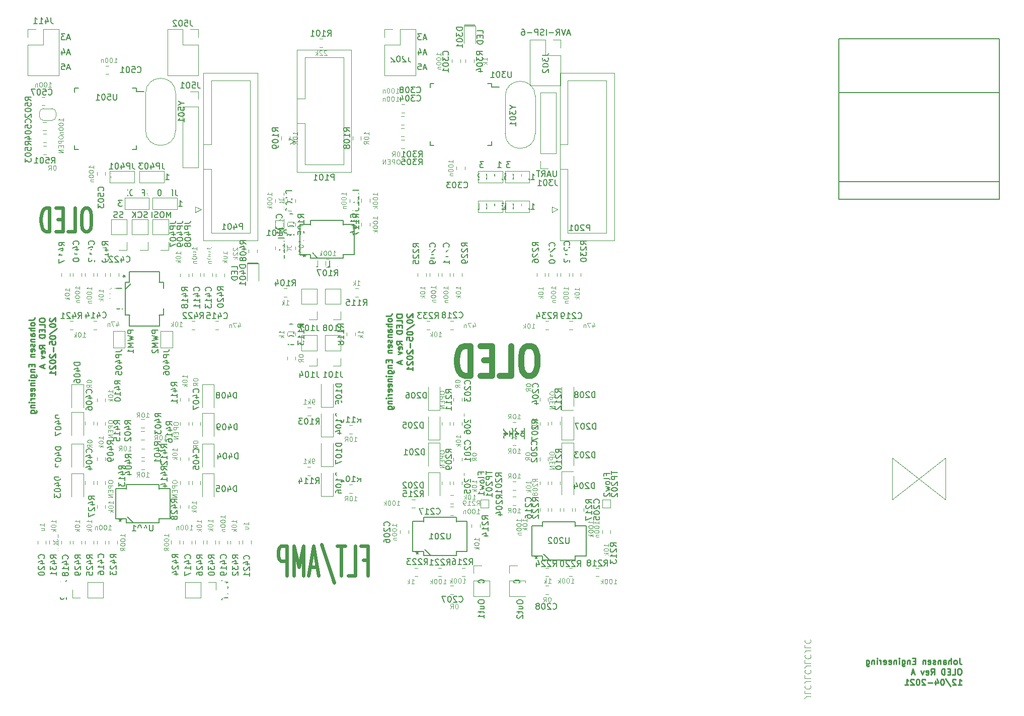
<source format=gbo>
G04 #@! TF.GenerationSoftware,KiCad,Pcbnew,(5.1.9)-1*
G04 #@! TF.CreationDate,2021-05-20T23:10:05+02:00*
G04 #@! TF.ProjectId,KicadJE_OLED_Board_Only,4b696361-644a-4455-9f4f-4c45445f426f,Rev A*
G04 #@! TF.SameCoordinates,Original*
G04 #@! TF.FileFunction,Legend,Bot*
G04 #@! TF.FilePolarity,Positive*
%FSLAX46Y46*%
G04 Gerber Fmt 4.6, Leading zero omitted, Abs format (unit mm)*
G04 Created by KiCad (PCBNEW (5.1.9)-1) date 2021-05-20 23:10:05*
%MOMM*%
%LPD*%
G01*
G04 APERTURE LIST*
%ADD10C,0.250000*%
%ADD11C,0.625000*%
%ADD12C,1.000000*%
%ADD13C,0.200000*%
%ADD14C,0.120000*%
%ADD15C,0.150000*%
%ADD16C,0.100000*%
%ADD17C,2.902000*%
%ADD18O,1.802000X1.802000*%
%ADD19O,1.602000X2.902000*%
%ADD20O,1.702000X2.502000*%
%ADD21O,1.702000X2.902000*%
%ADD22C,1.802000*%
%ADD23C,2.102000*%
%ADD24C,1.602000*%
G04 APERTURE END LIST*
D10*
X160902380Y-98886309D02*
X161616666Y-98886309D01*
X161759523Y-98838690D01*
X161854761Y-98743452D01*
X161902380Y-98600595D01*
X161902380Y-98505357D01*
X161902380Y-99505357D02*
X161854761Y-99410119D01*
X161807142Y-99362500D01*
X161711904Y-99314880D01*
X161426190Y-99314880D01*
X161330952Y-99362500D01*
X161283333Y-99410119D01*
X161235714Y-99505357D01*
X161235714Y-99648214D01*
X161283333Y-99743452D01*
X161330952Y-99791071D01*
X161426190Y-99838690D01*
X161711904Y-99838690D01*
X161807142Y-99791071D01*
X161854761Y-99743452D01*
X161902380Y-99648214D01*
X161902380Y-99505357D01*
X161902380Y-100267261D02*
X160902380Y-100267261D01*
X161902380Y-100695833D02*
X161378571Y-100695833D01*
X161283333Y-100648214D01*
X161235714Y-100552976D01*
X161235714Y-100410119D01*
X161283333Y-100314880D01*
X161330952Y-100267261D01*
X161902380Y-101600595D02*
X161378571Y-101600595D01*
X161283333Y-101552976D01*
X161235714Y-101457738D01*
X161235714Y-101267261D01*
X161283333Y-101172023D01*
X161854761Y-101600595D02*
X161902380Y-101505357D01*
X161902380Y-101267261D01*
X161854761Y-101172023D01*
X161759523Y-101124404D01*
X161664285Y-101124404D01*
X161569047Y-101172023D01*
X161521428Y-101267261D01*
X161521428Y-101505357D01*
X161473809Y-101600595D01*
X161235714Y-102076785D02*
X161902380Y-102076785D01*
X161330952Y-102076785D02*
X161283333Y-102124404D01*
X161235714Y-102219642D01*
X161235714Y-102362500D01*
X161283333Y-102457738D01*
X161378571Y-102505357D01*
X161902380Y-102505357D01*
X161854761Y-102933928D02*
X161902380Y-103029166D01*
X161902380Y-103219642D01*
X161854761Y-103314880D01*
X161759523Y-103362500D01*
X161711904Y-103362500D01*
X161616666Y-103314880D01*
X161569047Y-103219642D01*
X161569047Y-103076785D01*
X161521428Y-102981547D01*
X161426190Y-102933928D01*
X161378571Y-102933928D01*
X161283333Y-102981547D01*
X161235714Y-103076785D01*
X161235714Y-103219642D01*
X161283333Y-103314880D01*
X161854761Y-104172023D02*
X161902380Y-104076785D01*
X161902380Y-103886309D01*
X161854761Y-103791071D01*
X161759523Y-103743452D01*
X161378571Y-103743452D01*
X161283333Y-103791071D01*
X161235714Y-103886309D01*
X161235714Y-104076785D01*
X161283333Y-104172023D01*
X161378571Y-104219642D01*
X161473809Y-104219642D01*
X161569047Y-103743452D01*
X161235714Y-104648214D02*
X161902380Y-104648214D01*
X161330952Y-104648214D02*
X161283333Y-104695833D01*
X161235714Y-104791071D01*
X161235714Y-104933928D01*
X161283333Y-105029166D01*
X161378571Y-105076785D01*
X161902380Y-105076785D01*
X161378571Y-106314880D02*
X161378571Y-106648214D01*
X161902380Y-106791071D02*
X161902380Y-106314880D01*
X160902380Y-106314880D01*
X160902380Y-106791071D01*
X161235714Y-107219642D02*
X161902380Y-107219642D01*
X161330952Y-107219642D02*
X161283333Y-107267261D01*
X161235714Y-107362500D01*
X161235714Y-107505357D01*
X161283333Y-107600595D01*
X161378571Y-107648214D01*
X161902380Y-107648214D01*
X161235714Y-108552976D02*
X162045238Y-108552976D01*
X162140476Y-108505357D01*
X162188095Y-108457738D01*
X162235714Y-108362500D01*
X162235714Y-108219642D01*
X162188095Y-108124404D01*
X161854761Y-108552976D02*
X161902380Y-108457738D01*
X161902380Y-108267261D01*
X161854761Y-108172023D01*
X161807142Y-108124404D01*
X161711904Y-108076785D01*
X161426190Y-108076785D01*
X161330952Y-108124404D01*
X161283333Y-108172023D01*
X161235714Y-108267261D01*
X161235714Y-108457738D01*
X161283333Y-108552976D01*
X161902380Y-109029166D02*
X161235714Y-109029166D01*
X160902380Y-109029166D02*
X160950000Y-108981547D01*
X160997619Y-109029166D01*
X160950000Y-109076785D01*
X160902380Y-109029166D01*
X160997619Y-109029166D01*
X161235714Y-109505357D02*
X161902380Y-109505357D01*
X161330952Y-109505357D02*
X161283333Y-109552976D01*
X161235714Y-109648214D01*
X161235714Y-109791071D01*
X161283333Y-109886309D01*
X161378571Y-109933928D01*
X161902380Y-109933928D01*
X161854761Y-110791071D02*
X161902380Y-110695833D01*
X161902380Y-110505357D01*
X161854761Y-110410119D01*
X161759523Y-110362500D01*
X161378571Y-110362500D01*
X161283333Y-110410119D01*
X161235714Y-110505357D01*
X161235714Y-110695833D01*
X161283333Y-110791071D01*
X161378571Y-110838690D01*
X161473809Y-110838690D01*
X161569047Y-110362500D01*
X161854761Y-111648214D02*
X161902380Y-111552976D01*
X161902380Y-111362500D01*
X161854761Y-111267261D01*
X161759523Y-111219642D01*
X161378571Y-111219642D01*
X161283333Y-111267261D01*
X161235714Y-111362500D01*
X161235714Y-111552976D01*
X161283333Y-111648214D01*
X161378571Y-111695833D01*
X161473809Y-111695833D01*
X161569047Y-111219642D01*
X161902380Y-112124404D02*
X161235714Y-112124404D01*
X161426190Y-112124404D02*
X161330952Y-112172023D01*
X161283333Y-112219642D01*
X161235714Y-112314880D01*
X161235714Y-112410119D01*
X161902380Y-112743452D02*
X161235714Y-112743452D01*
X160902380Y-112743452D02*
X160950000Y-112695833D01*
X160997619Y-112743452D01*
X160950000Y-112791071D01*
X160902380Y-112743452D01*
X160997619Y-112743452D01*
X161235714Y-113219642D02*
X161902380Y-113219642D01*
X161330952Y-113219642D02*
X161283333Y-113267261D01*
X161235714Y-113362500D01*
X161235714Y-113505357D01*
X161283333Y-113600595D01*
X161378571Y-113648214D01*
X161902380Y-113648214D01*
X161235714Y-114552976D02*
X162045238Y-114552976D01*
X162140476Y-114505357D01*
X162188095Y-114457738D01*
X162235714Y-114362500D01*
X162235714Y-114219642D01*
X162188095Y-114124404D01*
X161854761Y-114552976D02*
X161902380Y-114457738D01*
X161902380Y-114267261D01*
X161854761Y-114172023D01*
X161807142Y-114124404D01*
X161711904Y-114076785D01*
X161426190Y-114076785D01*
X161330952Y-114124404D01*
X161283333Y-114172023D01*
X161235714Y-114267261D01*
X161235714Y-114457738D01*
X161283333Y-114552976D01*
X162652380Y-98791071D02*
X162652380Y-98981547D01*
X162700000Y-99076785D01*
X162795238Y-99172023D01*
X162985714Y-99219642D01*
X163319047Y-99219642D01*
X163509523Y-99172023D01*
X163604761Y-99076785D01*
X163652380Y-98981547D01*
X163652380Y-98791071D01*
X163604761Y-98695833D01*
X163509523Y-98600595D01*
X163319047Y-98552976D01*
X162985714Y-98552976D01*
X162795238Y-98600595D01*
X162700000Y-98695833D01*
X162652380Y-98791071D01*
X163652380Y-100124404D02*
X163652380Y-99648214D01*
X162652380Y-99648214D01*
X163128571Y-100457738D02*
X163128571Y-100791071D01*
X163652380Y-100933928D02*
X163652380Y-100457738D01*
X162652380Y-100457738D01*
X162652380Y-100933928D01*
X163652380Y-101362500D02*
X162652380Y-101362500D01*
X162652380Y-101600595D01*
X162700000Y-101743452D01*
X162795238Y-101838690D01*
X162890476Y-101886309D01*
X163080952Y-101933928D01*
X163223809Y-101933928D01*
X163414285Y-101886309D01*
X163509523Y-101838690D01*
X163604761Y-101743452D01*
X163652380Y-101600595D01*
X163652380Y-101362500D01*
X163652380Y-103695833D02*
X163176190Y-103362500D01*
X163652380Y-103124404D02*
X162652380Y-103124404D01*
X162652380Y-103505357D01*
X162700000Y-103600595D01*
X162747619Y-103648214D01*
X162842857Y-103695833D01*
X162985714Y-103695833D01*
X163080952Y-103648214D01*
X163128571Y-103600595D01*
X163176190Y-103505357D01*
X163176190Y-103124404D01*
X163604761Y-104505357D02*
X163652380Y-104410119D01*
X163652380Y-104219642D01*
X163604761Y-104124404D01*
X163509523Y-104076785D01*
X163128571Y-104076785D01*
X163033333Y-104124404D01*
X162985714Y-104219642D01*
X162985714Y-104410119D01*
X163033333Y-104505357D01*
X163128571Y-104552976D01*
X163223809Y-104552976D01*
X163319047Y-104076785D01*
X162985714Y-104886309D02*
X163652380Y-105124404D01*
X162985714Y-105362500D01*
X163366666Y-106457738D02*
X163366666Y-106933928D01*
X163652380Y-106362500D02*
X162652380Y-106695833D01*
X163652380Y-107029166D01*
X164497619Y-98552976D02*
X164450000Y-98600595D01*
X164402380Y-98695833D01*
X164402380Y-98933928D01*
X164450000Y-99029166D01*
X164497619Y-99076785D01*
X164592857Y-99124404D01*
X164688095Y-99124404D01*
X164830952Y-99076785D01*
X165402380Y-98505357D01*
X165402380Y-99124404D01*
X164402380Y-99743452D02*
X164402380Y-99838690D01*
X164450000Y-99933928D01*
X164497619Y-99981547D01*
X164592857Y-100029166D01*
X164783333Y-100076785D01*
X165021428Y-100076785D01*
X165211904Y-100029166D01*
X165307142Y-99981547D01*
X165354761Y-99933928D01*
X165402380Y-99838690D01*
X165402380Y-99743452D01*
X165354761Y-99648214D01*
X165307142Y-99600595D01*
X165211904Y-99552976D01*
X165021428Y-99505357D01*
X164783333Y-99505357D01*
X164592857Y-99552976D01*
X164497619Y-99600595D01*
X164450000Y-99648214D01*
X164402380Y-99743452D01*
X164354761Y-101219642D02*
X165640476Y-100362500D01*
X164402380Y-101743452D02*
X164402380Y-101838690D01*
X164450000Y-101933928D01*
X164497619Y-101981547D01*
X164592857Y-102029166D01*
X164783333Y-102076785D01*
X165021428Y-102076785D01*
X165211904Y-102029166D01*
X165307142Y-101981547D01*
X165354761Y-101933928D01*
X165402380Y-101838690D01*
X165402380Y-101743452D01*
X165354761Y-101648214D01*
X165307142Y-101600595D01*
X165211904Y-101552976D01*
X165021428Y-101505357D01*
X164783333Y-101505357D01*
X164592857Y-101552976D01*
X164497619Y-101600595D01*
X164450000Y-101648214D01*
X164402380Y-101743452D01*
X164402380Y-102981547D02*
X164402380Y-102505357D01*
X164878571Y-102457738D01*
X164830952Y-102505357D01*
X164783333Y-102600595D01*
X164783333Y-102838690D01*
X164830952Y-102933928D01*
X164878571Y-102981547D01*
X164973809Y-103029166D01*
X165211904Y-103029166D01*
X165307142Y-102981547D01*
X165354761Y-102933928D01*
X165402380Y-102838690D01*
X165402380Y-102600595D01*
X165354761Y-102505357D01*
X165307142Y-102457738D01*
X165021428Y-103457738D02*
X165021428Y-104219642D01*
X164497619Y-104648214D02*
X164450000Y-104695833D01*
X164402380Y-104791071D01*
X164402380Y-105029166D01*
X164450000Y-105124404D01*
X164497619Y-105172023D01*
X164592857Y-105219642D01*
X164688095Y-105219642D01*
X164830952Y-105172023D01*
X165402380Y-104600595D01*
X165402380Y-105219642D01*
X164402380Y-105838690D02*
X164402380Y-105933928D01*
X164450000Y-106029166D01*
X164497619Y-106076785D01*
X164592857Y-106124404D01*
X164783333Y-106172023D01*
X165021428Y-106172023D01*
X165211904Y-106124404D01*
X165307142Y-106076785D01*
X165354761Y-106029166D01*
X165402380Y-105933928D01*
X165402380Y-105838690D01*
X165354761Y-105743452D01*
X165307142Y-105695833D01*
X165211904Y-105648214D01*
X165021428Y-105600595D01*
X164783333Y-105600595D01*
X164592857Y-105648214D01*
X164497619Y-105695833D01*
X164450000Y-105743452D01*
X164402380Y-105838690D01*
X164497619Y-106552976D02*
X164450000Y-106600595D01*
X164402380Y-106695833D01*
X164402380Y-106933928D01*
X164450000Y-107029166D01*
X164497619Y-107076785D01*
X164592857Y-107124404D01*
X164688095Y-107124404D01*
X164830952Y-107076785D01*
X165402380Y-106505357D01*
X165402380Y-107124404D01*
X165402380Y-108076785D02*
X165402380Y-107505357D01*
X165402380Y-107791071D02*
X164402380Y-107791071D01*
X164545238Y-107695833D01*
X164640476Y-107600595D01*
X164688095Y-107505357D01*
X100802380Y-99586309D02*
X101516666Y-99586309D01*
X101659523Y-99538690D01*
X101754761Y-99443452D01*
X101802380Y-99300595D01*
X101802380Y-99205357D01*
X101802380Y-100205357D02*
X101754761Y-100110119D01*
X101707142Y-100062500D01*
X101611904Y-100014880D01*
X101326190Y-100014880D01*
X101230952Y-100062500D01*
X101183333Y-100110119D01*
X101135714Y-100205357D01*
X101135714Y-100348214D01*
X101183333Y-100443452D01*
X101230952Y-100491071D01*
X101326190Y-100538690D01*
X101611904Y-100538690D01*
X101707142Y-100491071D01*
X101754761Y-100443452D01*
X101802380Y-100348214D01*
X101802380Y-100205357D01*
X101802380Y-100967261D02*
X100802380Y-100967261D01*
X101802380Y-101395833D02*
X101278571Y-101395833D01*
X101183333Y-101348214D01*
X101135714Y-101252976D01*
X101135714Y-101110119D01*
X101183333Y-101014880D01*
X101230952Y-100967261D01*
X101802380Y-102300595D02*
X101278571Y-102300595D01*
X101183333Y-102252976D01*
X101135714Y-102157738D01*
X101135714Y-101967261D01*
X101183333Y-101872023D01*
X101754761Y-102300595D02*
X101802380Y-102205357D01*
X101802380Y-101967261D01*
X101754761Y-101872023D01*
X101659523Y-101824404D01*
X101564285Y-101824404D01*
X101469047Y-101872023D01*
X101421428Y-101967261D01*
X101421428Y-102205357D01*
X101373809Y-102300595D01*
X101135714Y-102776785D02*
X101802380Y-102776785D01*
X101230952Y-102776785D02*
X101183333Y-102824404D01*
X101135714Y-102919642D01*
X101135714Y-103062500D01*
X101183333Y-103157738D01*
X101278571Y-103205357D01*
X101802380Y-103205357D01*
X101754761Y-103633928D02*
X101802380Y-103729166D01*
X101802380Y-103919642D01*
X101754761Y-104014880D01*
X101659523Y-104062500D01*
X101611904Y-104062500D01*
X101516666Y-104014880D01*
X101469047Y-103919642D01*
X101469047Y-103776785D01*
X101421428Y-103681547D01*
X101326190Y-103633928D01*
X101278571Y-103633928D01*
X101183333Y-103681547D01*
X101135714Y-103776785D01*
X101135714Y-103919642D01*
X101183333Y-104014880D01*
X101754761Y-104872023D02*
X101802380Y-104776785D01*
X101802380Y-104586309D01*
X101754761Y-104491071D01*
X101659523Y-104443452D01*
X101278571Y-104443452D01*
X101183333Y-104491071D01*
X101135714Y-104586309D01*
X101135714Y-104776785D01*
X101183333Y-104872023D01*
X101278571Y-104919642D01*
X101373809Y-104919642D01*
X101469047Y-104443452D01*
X101135714Y-105348214D02*
X101802380Y-105348214D01*
X101230952Y-105348214D02*
X101183333Y-105395833D01*
X101135714Y-105491071D01*
X101135714Y-105633928D01*
X101183333Y-105729166D01*
X101278571Y-105776785D01*
X101802380Y-105776785D01*
X101278571Y-107014880D02*
X101278571Y-107348214D01*
X101802380Y-107491071D02*
X101802380Y-107014880D01*
X100802380Y-107014880D01*
X100802380Y-107491071D01*
X101135714Y-107919642D02*
X101802380Y-107919642D01*
X101230952Y-107919642D02*
X101183333Y-107967261D01*
X101135714Y-108062500D01*
X101135714Y-108205357D01*
X101183333Y-108300595D01*
X101278571Y-108348214D01*
X101802380Y-108348214D01*
X101135714Y-109252976D02*
X101945238Y-109252976D01*
X102040476Y-109205357D01*
X102088095Y-109157738D01*
X102135714Y-109062500D01*
X102135714Y-108919642D01*
X102088095Y-108824404D01*
X101754761Y-109252976D02*
X101802380Y-109157738D01*
X101802380Y-108967261D01*
X101754761Y-108872023D01*
X101707142Y-108824404D01*
X101611904Y-108776785D01*
X101326190Y-108776785D01*
X101230952Y-108824404D01*
X101183333Y-108872023D01*
X101135714Y-108967261D01*
X101135714Y-109157738D01*
X101183333Y-109252976D01*
X101802380Y-109729166D02*
X101135714Y-109729166D01*
X100802380Y-109729166D02*
X100850000Y-109681547D01*
X100897619Y-109729166D01*
X100850000Y-109776785D01*
X100802380Y-109729166D01*
X100897619Y-109729166D01*
X101135714Y-110205357D02*
X101802380Y-110205357D01*
X101230952Y-110205357D02*
X101183333Y-110252976D01*
X101135714Y-110348214D01*
X101135714Y-110491071D01*
X101183333Y-110586309D01*
X101278571Y-110633928D01*
X101802380Y-110633928D01*
X101754761Y-111491071D02*
X101802380Y-111395833D01*
X101802380Y-111205357D01*
X101754761Y-111110119D01*
X101659523Y-111062500D01*
X101278571Y-111062500D01*
X101183333Y-111110119D01*
X101135714Y-111205357D01*
X101135714Y-111395833D01*
X101183333Y-111491071D01*
X101278571Y-111538690D01*
X101373809Y-111538690D01*
X101469047Y-111062500D01*
X101754761Y-112348214D02*
X101802380Y-112252976D01*
X101802380Y-112062500D01*
X101754761Y-111967261D01*
X101659523Y-111919642D01*
X101278571Y-111919642D01*
X101183333Y-111967261D01*
X101135714Y-112062500D01*
X101135714Y-112252976D01*
X101183333Y-112348214D01*
X101278571Y-112395833D01*
X101373809Y-112395833D01*
X101469047Y-111919642D01*
X101802380Y-112824404D02*
X101135714Y-112824404D01*
X101326190Y-112824404D02*
X101230952Y-112872023D01*
X101183333Y-112919642D01*
X101135714Y-113014880D01*
X101135714Y-113110119D01*
X101802380Y-113443452D02*
X101135714Y-113443452D01*
X100802380Y-113443452D02*
X100850000Y-113395833D01*
X100897619Y-113443452D01*
X100850000Y-113491071D01*
X100802380Y-113443452D01*
X100897619Y-113443452D01*
X101135714Y-113919642D02*
X101802380Y-113919642D01*
X101230952Y-113919642D02*
X101183333Y-113967261D01*
X101135714Y-114062500D01*
X101135714Y-114205357D01*
X101183333Y-114300595D01*
X101278571Y-114348214D01*
X101802380Y-114348214D01*
X101135714Y-115252976D02*
X101945238Y-115252976D01*
X102040476Y-115205357D01*
X102088095Y-115157738D01*
X102135714Y-115062500D01*
X102135714Y-114919642D01*
X102088095Y-114824404D01*
X101754761Y-115252976D02*
X101802380Y-115157738D01*
X101802380Y-114967261D01*
X101754761Y-114872023D01*
X101707142Y-114824404D01*
X101611904Y-114776785D01*
X101326190Y-114776785D01*
X101230952Y-114824404D01*
X101183333Y-114872023D01*
X101135714Y-114967261D01*
X101135714Y-115157738D01*
X101183333Y-115252976D01*
X102552380Y-99491071D02*
X102552380Y-99681547D01*
X102600000Y-99776785D01*
X102695238Y-99872023D01*
X102885714Y-99919642D01*
X103219047Y-99919642D01*
X103409523Y-99872023D01*
X103504761Y-99776785D01*
X103552380Y-99681547D01*
X103552380Y-99491071D01*
X103504761Y-99395833D01*
X103409523Y-99300595D01*
X103219047Y-99252976D01*
X102885714Y-99252976D01*
X102695238Y-99300595D01*
X102600000Y-99395833D01*
X102552380Y-99491071D01*
X103552380Y-100824404D02*
X103552380Y-100348214D01*
X102552380Y-100348214D01*
X103028571Y-101157738D02*
X103028571Y-101491071D01*
X103552380Y-101633928D02*
X103552380Y-101157738D01*
X102552380Y-101157738D01*
X102552380Y-101633928D01*
X103552380Y-102062500D02*
X102552380Y-102062500D01*
X102552380Y-102300595D01*
X102600000Y-102443452D01*
X102695238Y-102538690D01*
X102790476Y-102586309D01*
X102980952Y-102633928D01*
X103123809Y-102633928D01*
X103314285Y-102586309D01*
X103409523Y-102538690D01*
X103504761Y-102443452D01*
X103552380Y-102300595D01*
X103552380Y-102062500D01*
X103552380Y-104395833D02*
X103076190Y-104062500D01*
X103552380Y-103824404D02*
X102552380Y-103824404D01*
X102552380Y-104205357D01*
X102600000Y-104300595D01*
X102647619Y-104348214D01*
X102742857Y-104395833D01*
X102885714Y-104395833D01*
X102980952Y-104348214D01*
X103028571Y-104300595D01*
X103076190Y-104205357D01*
X103076190Y-103824404D01*
X103504761Y-105205357D02*
X103552380Y-105110119D01*
X103552380Y-104919642D01*
X103504761Y-104824404D01*
X103409523Y-104776785D01*
X103028571Y-104776785D01*
X102933333Y-104824404D01*
X102885714Y-104919642D01*
X102885714Y-105110119D01*
X102933333Y-105205357D01*
X103028571Y-105252976D01*
X103123809Y-105252976D01*
X103219047Y-104776785D01*
X102885714Y-105586309D02*
X103552380Y-105824404D01*
X102885714Y-106062500D01*
X103266666Y-107157738D02*
X103266666Y-107633928D01*
X103552380Y-107062500D02*
X102552380Y-107395833D01*
X103552380Y-107729166D01*
X104397619Y-99252976D02*
X104350000Y-99300595D01*
X104302380Y-99395833D01*
X104302380Y-99633928D01*
X104350000Y-99729166D01*
X104397619Y-99776785D01*
X104492857Y-99824404D01*
X104588095Y-99824404D01*
X104730952Y-99776785D01*
X105302380Y-99205357D01*
X105302380Y-99824404D01*
X104302380Y-100443452D02*
X104302380Y-100538690D01*
X104350000Y-100633928D01*
X104397619Y-100681547D01*
X104492857Y-100729166D01*
X104683333Y-100776785D01*
X104921428Y-100776785D01*
X105111904Y-100729166D01*
X105207142Y-100681547D01*
X105254761Y-100633928D01*
X105302380Y-100538690D01*
X105302380Y-100443452D01*
X105254761Y-100348214D01*
X105207142Y-100300595D01*
X105111904Y-100252976D01*
X104921428Y-100205357D01*
X104683333Y-100205357D01*
X104492857Y-100252976D01*
X104397619Y-100300595D01*
X104350000Y-100348214D01*
X104302380Y-100443452D01*
X104254761Y-101919642D02*
X105540476Y-101062500D01*
X104302380Y-102443452D02*
X104302380Y-102538690D01*
X104350000Y-102633928D01*
X104397619Y-102681547D01*
X104492857Y-102729166D01*
X104683333Y-102776785D01*
X104921428Y-102776785D01*
X105111904Y-102729166D01*
X105207142Y-102681547D01*
X105254761Y-102633928D01*
X105302380Y-102538690D01*
X105302380Y-102443452D01*
X105254761Y-102348214D01*
X105207142Y-102300595D01*
X105111904Y-102252976D01*
X104921428Y-102205357D01*
X104683333Y-102205357D01*
X104492857Y-102252976D01*
X104397619Y-102300595D01*
X104350000Y-102348214D01*
X104302380Y-102443452D01*
X104302380Y-103681547D02*
X104302380Y-103205357D01*
X104778571Y-103157738D01*
X104730952Y-103205357D01*
X104683333Y-103300595D01*
X104683333Y-103538690D01*
X104730952Y-103633928D01*
X104778571Y-103681547D01*
X104873809Y-103729166D01*
X105111904Y-103729166D01*
X105207142Y-103681547D01*
X105254761Y-103633928D01*
X105302380Y-103538690D01*
X105302380Y-103300595D01*
X105254761Y-103205357D01*
X105207142Y-103157738D01*
X104921428Y-104157738D02*
X104921428Y-104919642D01*
X104397619Y-105348214D02*
X104350000Y-105395833D01*
X104302380Y-105491071D01*
X104302380Y-105729166D01*
X104350000Y-105824404D01*
X104397619Y-105872023D01*
X104492857Y-105919642D01*
X104588095Y-105919642D01*
X104730952Y-105872023D01*
X105302380Y-105300595D01*
X105302380Y-105919642D01*
X104302380Y-106538690D02*
X104302380Y-106633928D01*
X104350000Y-106729166D01*
X104397619Y-106776785D01*
X104492857Y-106824404D01*
X104683333Y-106872023D01*
X104921428Y-106872023D01*
X105111904Y-106824404D01*
X105207142Y-106776785D01*
X105254761Y-106729166D01*
X105302380Y-106633928D01*
X105302380Y-106538690D01*
X105254761Y-106443452D01*
X105207142Y-106395833D01*
X105111904Y-106348214D01*
X104921428Y-106300595D01*
X104683333Y-106300595D01*
X104492857Y-106348214D01*
X104397619Y-106395833D01*
X104350000Y-106443452D01*
X104302380Y-106538690D01*
X104397619Y-107252976D02*
X104350000Y-107300595D01*
X104302380Y-107395833D01*
X104302380Y-107633928D01*
X104350000Y-107729166D01*
X104397619Y-107776785D01*
X104492857Y-107824404D01*
X104588095Y-107824404D01*
X104730952Y-107776785D01*
X105302380Y-107205357D01*
X105302380Y-107824404D01*
X105302380Y-108776785D02*
X105302380Y-108205357D01*
X105302380Y-108491071D02*
X104302380Y-108491071D01*
X104445238Y-108395833D01*
X104540476Y-108300595D01*
X104588095Y-108205357D01*
D11*
X110730952Y-80709523D02*
X110254761Y-80709523D01*
X110016666Y-80900000D01*
X109778571Y-81280952D01*
X109659523Y-82042857D01*
X109659523Y-83376190D01*
X109778571Y-84138095D01*
X110016666Y-84519047D01*
X110254761Y-84709523D01*
X110730952Y-84709523D01*
X110969047Y-84519047D01*
X111207142Y-84138095D01*
X111326190Y-83376190D01*
X111326190Y-82042857D01*
X111207142Y-81280952D01*
X110969047Y-80900000D01*
X110730952Y-80709523D01*
X107397619Y-84709523D02*
X108588095Y-84709523D01*
X108588095Y-80709523D01*
X106564285Y-82614285D02*
X105730952Y-82614285D01*
X105373809Y-84709523D02*
X106564285Y-84709523D01*
X106564285Y-80709523D01*
X105373809Y-80709523D01*
X104302380Y-84709523D02*
X104302380Y-80709523D01*
X103707142Y-80709523D01*
X103350000Y-80900000D01*
X103111904Y-81280952D01*
X102992857Y-81661904D01*
X102873809Y-82423809D01*
X102873809Y-82995238D01*
X102992857Y-83757142D01*
X103111904Y-84138095D01*
X103350000Y-84519047D01*
X103707142Y-84709523D01*
X104302380Y-84709523D01*
D12*
X185409523Y-103961904D02*
X184647619Y-103961904D01*
X184266666Y-104200000D01*
X183885714Y-104676190D01*
X183695238Y-105628571D01*
X183695238Y-107295238D01*
X183885714Y-108247619D01*
X184266666Y-108723809D01*
X184647619Y-108961904D01*
X185409523Y-108961904D01*
X185790476Y-108723809D01*
X186171428Y-108247619D01*
X186361904Y-107295238D01*
X186361904Y-105628571D01*
X186171428Y-104676190D01*
X185790476Y-104200000D01*
X185409523Y-103961904D01*
X180076190Y-108961904D02*
X181980952Y-108961904D01*
X181980952Y-103961904D01*
X178742857Y-106342857D02*
X177409523Y-106342857D01*
X176838095Y-108961904D02*
X178742857Y-108961904D01*
X178742857Y-103961904D01*
X176838095Y-103961904D01*
X175123809Y-108961904D02*
X175123809Y-103961904D01*
X174171428Y-103961904D01*
X173600000Y-104200000D01*
X173219047Y-104676190D01*
X173028571Y-105152380D01*
X172838095Y-106104761D01*
X172838095Y-106819047D01*
X173028571Y-107771428D01*
X173219047Y-108247619D01*
X173600000Y-108723809D01*
X174171428Y-108961904D01*
X175123809Y-108961904D01*
D11*
X157066666Y-139942857D02*
X157900000Y-139942857D01*
X157900000Y-142561904D02*
X157900000Y-137561904D01*
X156709523Y-137561904D01*
X154566666Y-142561904D02*
X155757142Y-142561904D01*
X155757142Y-137561904D01*
X154090476Y-137561904D02*
X152661904Y-137561904D01*
X153376190Y-142561904D02*
X153376190Y-137561904D01*
X150042857Y-137323809D02*
X152185714Y-143752380D01*
X149328571Y-141133333D02*
X148138095Y-141133333D01*
X149566666Y-142561904D02*
X148733333Y-137561904D01*
X147900000Y-142561904D01*
X147066666Y-142561904D02*
X147066666Y-137561904D01*
X146233333Y-141133333D01*
X145400000Y-137561904D01*
X145400000Y-142561904D01*
X144209523Y-142561904D02*
X144209523Y-137561904D01*
X143257142Y-137561904D01*
X143019047Y-137800000D01*
X142900000Y-138038095D01*
X142780952Y-138514285D01*
X142780952Y-139228571D01*
X142900000Y-139704761D01*
X143019047Y-139942857D01*
X143257142Y-140180952D01*
X144209523Y-140180952D01*
D13*
X107714285Y-52166666D02*
X107238095Y-52166666D01*
X107809523Y-52452380D02*
X107476190Y-51452380D01*
X107142857Y-52452380D01*
X106904761Y-51452380D02*
X106285714Y-51452380D01*
X106619047Y-51833333D01*
X106476190Y-51833333D01*
X106380952Y-51880952D01*
X106333333Y-51928571D01*
X106285714Y-52023809D01*
X106285714Y-52261904D01*
X106333333Y-52357142D01*
X106380952Y-52404761D01*
X106476190Y-52452380D01*
X106761904Y-52452380D01*
X106857142Y-52404761D01*
X106904761Y-52357142D01*
X107714285Y-57166666D02*
X107238095Y-57166666D01*
X107809523Y-57452380D02*
X107476190Y-56452380D01*
X107142857Y-57452380D01*
X106333333Y-56452380D02*
X106809523Y-56452380D01*
X106857142Y-56928571D01*
X106809523Y-56880952D01*
X106714285Y-56833333D01*
X106476190Y-56833333D01*
X106380952Y-56880952D01*
X106333333Y-56928571D01*
X106285714Y-57023809D01*
X106285714Y-57261904D01*
X106333333Y-57357142D01*
X106380952Y-57404761D01*
X106476190Y-57452380D01*
X106714285Y-57452380D01*
X106809523Y-57404761D01*
X106857142Y-57357142D01*
X107714285Y-54666666D02*
X107238095Y-54666666D01*
X107809523Y-54952380D02*
X107476190Y-53952380D01*
X107142857Y-54952380D01*
X106380952Y-54285714D02*
X106380952Y-54952380D01*
X106619047Y-53904761D02*
X106857142Y-54619047D01*
X106238095Y-54619047D01*
X167714285Y-57166666D02*
X167238095Y-57166666D01*
X167809523Y-57452380D02*
X167476190Y-56452380D01*
X167142857Y-57452380D01*
X166333333Y-56452380D02*
X166809523Y-56452380D01*
X166857142Y-56928571D01*
X166809523Y-56880952D01*
X166714285Y-56833333D01*
X166476190Y-56833333D01*
X166380952Y-56880952D01*
X166333333Y-56928571D01*
X166285714Y-57023809D01*
X166285714Y-57261904D01*
X166333333Y-57357142D01*
X166380952Y-57404761D01*
X166476190Y-57452380D01*
X166714285Y-57452380D01*
X166809523Y-57404761D01*
X166857142Y-57357142D01*
X167714285Y-54666666D02*
X167238095Y-54666666D01*
X167809523Y-54952380D02*
X167476190Y-53952380D01*
X167142857Y-54952380D01*
X166380952Y-54285714D02*
X166380952Y-54952380D01*
X166619047Y-53904761D02*
X166857142Y-54619047D01*
X166238095Y-54619047D01*
X167714285Y-52166666D02*
X167238095Y-52166666D01*
X167809523Y-52452380D02*
X167476190Y-51452380D01*
X167142857Y-52452380D01*
X166904761Y-51452380D02*
X166285714Y-51452380D01*
X166619047Y-51833333D01*
X166476190Y-51833333D01*
X166380952Y-51880952D01*
X166333333Y-51928571D01*
X166285714Y-52023809D01*
X166285714Y-52261904D01*
X166333333Y-52357142D01*
X166380952Y-52404761D01*
X166476190Y-52452380D01*
X166761904Y-52452380D01*
X166857142Y-52404761D01*
X166904761Y-52357142D01*
D14*
X246100000Y-122800000D02*
X246100000Y-129800000D01*
X255100000Y-129800000D02*
X246100000Y-122800000D01*
X255100000Y-122800000D02*
X255100000Y-129800000D01*
X246100000Y-129800000D02*
X255100000Y-122800000D01*
D15*
X264100000Y-76300000D02*
X237100000Y-76300000D01*
X264100000Y-52300000D02*
X237100000Y-52300000D01*
X264100000Y-79300000D02*
X237100000Y-79300000D01*
X264100000Y-61300000D02*
X237100000Y-61300000D01*
X264100000Y-79300000D02*
X264100000Y-52300000D01*
X237100000Y-79300000D02*
X237100000Y-52300000D01*
D16*
X232397619Y-162919047D02*
X231683333Y-162919047D01*
X231540476Y-162966666D01*
X231445238Y-163061904D01*
X231397619Y-163204761D01*
X231397619Y-163300000D01*
X231397619Y-161966666D02*
X231397619Y-162442857D01*
X232397619Y-162442857D01*
X231492857Y-161061904D02*
X231445238Y-161109523D01*
X231397619Y-161252380D01*
X231397619Y-161347619D01*
X231445238Y-161490476D01*
X231540476Y-161585714D01*
X231635714Y-161633333D01*
X231826190Y-161680952D01*
X231969047Y-161680952D01*
X232159523Y-161633333D01*
X232254761Y-161585714D01*
X232350000Y-161490476D01*
X232397619Y-161347619D01*
X232397619Y-161252380D01*
X232350000Y-161109523D01*
X232302380Y-161061904D01*
X232397619Y-160347619D02*
X231683333Y-160347619D01*
X231540476Y-160395238D01*
X231445238Y-160490476D01*
X231397619Y-160633333D01*
X231397619Y-160728571D01*
X231397619Y-159395238D02*
X231397619Y-159871428D01*
X232397619Y-159871428D01*
X231492857Y-158490476D02*
X231445238Y-158538095D01*
X231397619Y-158680952D01*
X231397619Y-158776190D01*
X231445238Y-158919047D01*
X231540476Y-159014285D01*
X231635714Y-159061904D01*
X231826190Y-159109523D01*
X231969047Y-159109523D01*
X232159523Y-159061904D01*
X232254761Y-159014285D01*
X232350000Y-158919047D01*
X232397619Y-158776190D01*
X232397619Y-158680952D01*
X232350000Y-158538095D01*
X232302380Y-158490476D01*
X232397619Y-157776190D02*
X231683333Y-157776190D01*
X231540476Y-157823809D01*
X231445238Y-157919047D01*
X231397619Y-158061904D01*
X231397619Y-158157142D01*
X231397619Y-156823809D02*
X231397619Y-157300000D01*
X232397619Y-157300000D01*
X231492857Y-155919047D02*
X231445238Y-155966666D01*
X231397619Y-156109523D01*
X231397619Y-156204761D01*
X231445238Y-156347619D01*
X231540476Y-156442857D01*
X231635714Y-156490476D01*
X231826190Y-156538095D01*
X231969047Y-156538095D01*
X232159523Y-156490476D01*
X232254761Y-156442857D01*
X232350000Y-156347619D01*
X232397619Y-156204761D01*
X232397619Y-156109523D01*
X232350000Y-155966666D01*
X232302380Y-155919047D01*
X232397619Y-155204761D02*
X231683333Y-155204761D01*
X231540476Y-155252380D01*
X231445238Y-155347619D01*
X231397619Y-155490476D01*
X231397619Y-155585714D01*
X231397619Y-154252380D02*
X231397619Y-154728571D01*
X232397619Y-154728571D01*
X231492857Y-153347619D02*
X231445238Y-153395238D01*
X231397619Y-153538095D01*
X231397619Y-153633333D01*
X231445238Y-153776190D01*
X231540476Y-153871428D01*
X231635714Y-153919047D01*
X231826190Y-153966666D01*
X231969047Y-153966666D01*
X232159523Y-153919047D01*
X232254761Y-153871428D01*
X232350000Y-153776190D01*
X232397619Y-153633333D01*
X232397619Y-153538095D01*
X232350000Y-153395238D01*
X232302380Y-153347619D01*
D10*
X257413690Y-156502380D02*
X257413690Y-157216666D01*
X257461309Y-157359523D01*
X257556547Y-157454761D01*
X257699404Y-157502380D01*
X257794642Y-157502380D01*
X256794642Y-157502380D02*
X256889880Y-157454761D01*
X256937500Y-157407142D01*
X256985119Y-157311904D01*
X256985119Y-157026190D01*
X256937500Y-156930952D01*
X256889880Y-156883333D01*
X256794642Y-156835714D01*
X256651785Y-156835714D01*
X256556547Y-156883333D01*
X256508928Y-156930952D01*
X256461309Y-157026190D01*
X256461309Y-157311904D01*
X256508928Y-157407142D01*
X256556547Y-157454761D01*
X256651785Y-157502380D01*
X256794642Y-157502380D01*
X256032738Y-157502380D02*
X256032738Y-156502380D01*
X255604166Y-157502380D02*
X255604166Y-156978571D01*
X255651785Y-156883333D01*
X255747023Y-156835714D01*
X255889880Y-156835714D01*
X255985119Y-156883333D01*
X256032738Y-156930952D01*
X254699404Y-157502380D02*
X254699404Y-156978571D01*
X254747023Y-156883333D01*
X254842261Y-156835714D01*
X255032738Y-156835714D01*
X255127976Y-156883333D01*
X254699404Y-157454761D02*
X254794642Y-157502380D01*
X255032738Y-157502380D01*
X255127976Y-157454761D01*
X255175595Y-157359523D01*
X255175595Y-157264285D01*
X255127976Y-157169047D01*
X255032738Y-157121428D01*
X254794642Y-157121428D01*
X254699404Y-157073809D01*
X254223214Y-156835714D02*
X254223214Y-157502380D01*
X254223214Y-156930952D02*
X254175595Y-156883333D01*
X254080357Y-156835714D01*
X253937500Y-156835714D01*
X253842261Y-156883333D01*
X253794642Y-156978571D01*
X253794642Y-157502380D01*
X253366071Y-157454761D02*
X253270833Y-157502380D01*
X253080357Y-157502380D01*
X252985119Y-157454761D01*
X252937500Y-157359523D01*
X252937500Y-157311904D01*
X252985119Y-157216666D01*
X253080357Y-157169047D01*
X253223214Y-157169047D01*
X253318452Y-157121428D01*
X253366071Y-157026190D01*
X253366071Y-156978571D01*
X253318452Y-156883333D01*
X253223214Y-156835714D01*
X253080357Y-156835714D01*
X252985119Y-156883333D01*
X252127976Y-157454761D02*
X252223214Y-157502380D01*
X252413690Y-157502380D01*
X252508928Y-157454761D01*
X252556547Y-157359523D01*
X252556547Y-156978571D01*
X252508928Y-156883333D01*
X252413690Y-156835714D01*
X252223214Y-156835714D01*
X252127976Y-156883333D01*
X252080357Y-156978571D01*
X252080357Y-157073809D01*
X252556547Y-157169047D01*
X251651785Y-156835714D02*
X251651785Y-157502380D01*
X251651785Y-156930952D02*
X251604166Y-156883333D01*
X251508928Y-156835714D01*
X251366071Y-156835714D01*
X251270833Y-156883333D01*
X251223214Y-156978571D01*
X251223214Y-157502380D01*
X249985119Y-156978571D02*
X249651785Y-156978571D01*
X249508928Y-157502380D02*
X249985119Y-157502380D01*
X249985119Y-156502380D01*
X249508928Y-156502380D01*
X249080357Y-156835714D02*
X249080357Y-157502380D01*
X249080357Y-156930952D02*
X249032738Y-156883333D01*
X248937500Y-156835714D01*
X248794642Y-156835714D01*
X248699404Y-156883333D01*
X248651785Y-156978571D01*
X248651785Y-157502380D01*
X247747023Y-156835714D02*
X247747023Y-157645238D01*
X247794642Y-157740476D01*
X247842261Y-157788095D01*
X247937500Y-157835714D01*
X248080357Y-157835714D01*
X248175595Y-157788095D01*
X247747023Y-157454761D02*
X247842261Y-157502380D01*
X248032738Y-157502380D01*
X248127976Y-157454761D01*
X248175595Y-157407142D01*
X248223214Y-157311904D01*
X248223214Y-157026190D01*
X248175595Y-156930952D01*
X248127976Y-156883333D01*
X248032738Y-156835714D01*
X247842261Y-156835714D01*
X247747023Y-156883333D01*
X247270833Y-157502380D02*
X247270833Y-156835714D01*
X247270833Y-156502380D02*
X247318452Y-156550000D01*
X247270833Y-156597619D01*
X247223214Y-156550000D01*
X247270833Y-156502380D01*
X247270833Y-156597619D01*
X246794642Y-156835714D02*
X246794642Y-157502380D01*
X246794642Y-156930952D02*
X246747023Y-156883333D01*
X246651785Y-156835714D01*
X246508928Y-156835714D01*
X246413690Y-156883333D01*
X246366071Y-156978571D01*
X246366071Y-157502380D01*
X245508928Y-157454761D02*
X245604166Y-157502380D01*
X245794642Y-157502380D01*
X245889880Y-157454761D01*
X245937500Y-157359523D01*
X245937500Y-156978571D01*
X245889880Y-156883333D01*
X245794642Y-156835714D01*
X245604166Y-156835714D01*
X245508928Y-156883333D01*
X245461309Y-156978571D01*
X245461309Y-157073809D01*
X245937500Y-157169047D01*
X244651785Y-157454761D02*
X244747023Y-157502380D01*
X244937500Y-157502380D01*
X245032738Y-157454761D01*
X245080357Y-157359523D01*
X245080357Y-156978571D01*
X245032738Y-156883333D01*
X244937500Y-156835714D01*
X244747023Y-156835714D01*
X244651785Y-156883333D01*
X244604166Y-156978571D01*
X244604166Y-157073809D01*
X245080357Y-157169047D01*
X244175595Y-157502380D02*
X244175595Y-156835714D01*
X244175595Y-157026190D02*
X244127976Y-156930952D01*
X244080357Y-156883333D01*
X243985119Y-156835714D01*
X243889880Y-156835714D01*
X243556547Y-157502380D02*
X243556547Y-156835714D01*
X243556547Y-156502380D02*
X243604166Y-156550000D01*
X243556547Y-156597619D01*
X243508928Y-156550000D01*
X243556547Y-156502380D01*
X243556547Y-156597619D01*
X243080357Y-156835714D02*
X243080357Y-157502380D01*
X243080357Y-156930952D02*
X243032738Y-156883333D01*
X242937500Y-156835714D01*
X242794642Y-156835714D01*
X242699404Y-156883333D01*
X242651785Y-156978571D01*
X242651785Y-157502380D01*
X241747023Y-156835714D02*
X241747023Y-157645238D01*
X241794642Y-157740476D01*
X241842261Y-157788095D01*
X241937500Y-157835714D01*
X242080357Y-157835714D01*
X242175595Y-157788095D01*
X241747023Y-157454761D02*
X241842261Y-157502380D01*
X242032738Y-157502380D01*
X242127976Y-157454761D01*
X242175595Y-157407142D01*
X242223214Y-157311904D01*
X242223214Y-157026190D01*
X242175595Y-156930952D01*
X242127976Y-156883333D01*
X242032738Y-156835714D01*
X241842261Y-156835714D01*
X241747023Y-156883333D01*
X257508928Y-158252380D02*
X257318452Y-158252380D01*
X257223214Y-158300000D01*
X257127976Y-158395238D01*
X257080357Y-158585714D01*
X257080357Y-158919047D01*
X257127976Y-159109523D01*
X257223214Y-159204761D01*
X257318452Y-159252380D01*
X257508928Y-159252380D01*
X257604166Y-159204761D01*
X257699404Y-159109523D01*
X257747023Y-158919047D01*
X257747023Y-158585714D01*
X257699404Y-158395238D01*
X257604166Y-158300000D01*
X257508928Y-158252380D01*
X256175595Y-159252380D02*
X256651785Y-159252380D01*
X256651785Y-158252380D01*
X255842261Y-158728571D02*
X255508928Y-158728571D01*
X255366071Y-159252380D02*
X255842261Y-159252380D01*
X255842261Y-158252380D01*
X255366071Y-158252380D01*
X254937500Y-159252380D02*
X254937500Y-158252380D01*
X254699404Y-158252380D01*
X254556547Y-158300000D01*
X254461309Y-158395238D01*
X254413690Y-158490476D01*
X254366071Y-158680952D01*
X254366071Y-158823809D01*
X254413690Y-159014285D01*
X254461309Y-159109523D01*
X254556547Y-159204761D01*
X254699404Y-159252380D01*
X254937500Y-159252380D01*
X252604166Y-159252380D02*
X252937499Y-158776190D01*
X253175595Y-159252380D02*
X253175595Y-158252380D01*
X252794642Y-158252380D01*
X252699404Y-158300000D01*
X252651785Y-158347619D01*
X252604166Y-158442857D01*
X252604166Y-158585714D01*
X252651785Y-158680952D01*
X252699404Y-158728571D01*
X252794642Y-158776190D01*
X253175595Y-158776190D01*
X251794642Y-159204761D02*
X251889880Y-159252380D01*
X252080357Y-159252380D01*
X252175595Y-159204761D01*
X252223214Y-159109523D01*
X252223214Y-158728571D01*
X252175595Y-158633333D01*
X252080357Y-158585714D01*
X251889880Y-158585714D01*
X251794642Y-158633333D01*
X251747023Y-158728571D01*
X251747023Y-158823809D01*
X252223214Y-158919047D01*
X251413690Y-158585714D02*
X251175595Y-159252380D01*
X250937499Y-158585714D01*
X249842261Y-158966666D02*
X249366071Y-158966666D01*
X249937499Y-159252380D02*
X249604166Y-158252380D01*
X249270833Y-159252380D01*
X257175595Y-161002380D02*
X257747023Y-161002380D01*
X257461309Y-161002380D02*
X257461309Y-160002380D01*
X257556547Y-160145238D01*
X257651785Y-160240476D01*
X257747023Y-160288095D01*
X256794642Y-160097619D02*
X256747023Y-160050000D01*
X256651785Y-160002380D01*
X256413690Y-160002380D01*
X256318452Y-160050000D01*
X256270833Y-160097619D01*
X256223214Y-160192857D01*
X256223214Y-160288095D01*
X256270833Y-160430952D01*
X256842261Y-161002380D01*
X256223214Y-161002380D01*
X255080357Y-159954761D02*
X255937500Y-161240476D01*
X254556547Y-160002380D02*
X254461309Y-160002380D01*
X254366071Y-160050000D01*
X254318452Y-160097619D01*
X254270833Y-160192857D01*
X254223214Y-160383333D01*
X254223214Y-160621428D01*
X254270833Y-160811904D01*
X254318452Y-160907142D01*
X254366071Y-160954761D01*
X254461309Y-161002380D01*
X254556547Y-161002380D01*
X254651785Y-160954761D01*
X254699404Y-160907142D01*
X254747023Y-160811904D01*
X254794642Y-160621428D01*
X254794642Y-160383333D01*
X254747023Y-160192857D01*
X254699404Y-160097619D01*
X254651785Y-160050000D01*
X254556547Y-160002380D01*
X253366071Y-160335714D02*
X253366071Y-161002380D01*
X253604166Y-159954761D02*
X253842261Y-160669047D01*
X253223214Y-160669047D01*
X252842261Y-160621428D02*
X252080357Y-160621428D01*
X251651785Y-160097619D02*
X251604166Y-160050000D01*
X251508928Y-160002380D01*
X251270833Y-160002380D01*
X251175595Y-160050000D01*
X251127976Y-160097619D01*
X251080357Y-160192857D01*
X251080357Y-160288095D01*
X251127976Y-160430952D01*
X251699404Y-161002380D01*
X251080357Y-161002380D01*
X250461309Y-160002380D02*
X250366071Y-160002380D01*
X250270833Y-160050000D01*
X250223214Y-160097619D01*
X250175595Y-160192857D01*
X250127976Y-160383333D01*
X250127976Y-160621428D01*
X250175595Y-160811904D01*
X250223214Y-160907142D01*
X250270833Y-160954761D01*
X250366071Y-161002380D01*
X250461309Y-161002380D01*
X250556547Y-160954761D01*
X250604166Y-160907142D01*
X250651785Y-160811904D01*
X250699404Y-160621428D01*
X250699404Y-160383333D01*
X250651785Y-160192857D01*
X250604166Y-160097619D01*
X250556547Y-160050000D01*
X250461309Y-160002380D01*
X249747023Y-160097619D02*
X249699404Y-160050000D01*
X249604166Y-160002380D01*
X249366071Y-160002380D01*
X249270833Y-160050000D01*
X249223214Y-160097619D01*
X249175595Y-160192857D01*
X249175595Y-160288095D01*
X249223214Y-160430952D01*
X249794642Y-161002380D01*
X249175595Y-161002380D01*
X248223214Y-161002380D02*
X248794642Y-161002380D01*
X248508928Y-161002380D02*
X248508928Y-160002380D01*
X248604166Y-160145238D01*
X248699404Y-160240476D01*
X248794642Y-160288095D01*
D14*
X103511252Y-62040000D02*
X102988748Y-62040000D01*
X103511252Y-63460000D02*
X102988748Y-63460000D01*
X150261252Y-52290000D02*
X149738748Y-52290000D01*
X150261252Y-53710000D02*
X149738748Y-53710000D01*
X173460000Y-55738748D02*
X173460000Y-56261252D01*
X172040000Y-55738748D02*
X172040000Y-56261252D01*
X172790000Y-74261252D02*
X172790000Y-73738748D01*
X174210000Y-74261252D02*
X174210000Y-73738748D01*
X163463748Y-66710000D02*
X163986252Y-66710000D01*
X163463748Y-65290000D02*
X163986252Y-65290000D01*
X164036252Y-64710000D02*
X163513748Y-64710000D01*
X164036252Y-63290000D02*
X163513748Y-63290000D01*
D15*
X174100000Y-50000000D02*
X175900000Y-50000000D01*
D14*
X175960000Y-50140000D02*
X175960000Y-53000000D01*
X174040000Y-50140000D02*
X175960000Y-50140000D01*
X174040000Y-53000000D02*
X174040000Y-50140000D01*
X184330000Y-143470000D02*
X181670000Y-143470000D01*
X184330000Y-143470000D02*
X184330000Y-146070000D01*
X184330000Y-146070000D02*
X181670000Y-146070000D01*
X181670000Y-143470000D02*
X181670000Y-146070000D01*
X181670000Y-140870000D02*
X181670000Y-142200000D01*
X183000000Y-140870000D02*
X181670000Y-140870000D01*
X177000000Y-140870000D02*
X175670000Y-140870000D01*
X175670000Y-140870000D02*
X175670000Y-142200000D01*
X175670000Y-143470000D02*
X175670000Y-146070000D01*
X178330000Y-146070000D02*
X175670000Y-146070000D01*
X178330000Y-143470000D02*
X178330000Y-146070000D01*
X178330000Y-143470000D02*
X175670000Y-143470000D01*
X190330000Y-52420000D02*
X189000000Y-52420000D01*
X190330000Y-53750000D02*
X190330000Y-52420000D01*
X187730000Y-52420000D02*
X185130000Y-52420000D01*
X187730000Y-55020000D02*
X187730000Y-52420000D01*
X190330000Y-55020000D02*
X187730000Y-55020000D01*
X185130000Y-52420000D02*
X185130000Y-60160000D01*
X190330000Y-55020000D02*
X190330000Y-60160000D01*
X190330000Y-60160000D02*
X185130000Y-60160000D01*
X188820000Y-80500000D02*
X189820000Y-81000000D01*
X188820000Y-81500000D02*
X188820000Y-80500000D01*
X189820000Y-81000000D02*
X188820000Y-81500000D01*
X191520000Y-70060000D02*
X190210000Y-70060000D01*
X191520000Y-70060000D02*
X191520000Y-70060000D01*
X191520000Y-59310000D02*
X191520000Y-70060000D01*
X198020000Y-59310000D02*
X191520000Y-59310000D01*
X198020000Y-84910000D02*
X198020000Y-59310000D01*
X191520000Y-84910000D02*
X198020000Y-84910000D01*
X191520000Y-74160000D02*
X191520000Y-84910000D01*
X190210000Y-74160000D02*
X191520000Y-74160000D01*
X190210000Y-58010000D02*
X190210000Y-86210000D01*
X199330000Y-58010000D02*
X190210000Y-58010000D01*
X199330000Y-86210000D02*
X199330000Y-58010000D01*
X190210000Y-86210000D02*
X199330000Y-86210000D01*
X163986252Y-68710000D02*
X163463748Y-68710000D01*
X163986252Y-67290000D02*
X163463748Y-67290000D01*
X175710000Y-55738748D02*
X175710000Y-56261252D01*
X174290000Y-55738748D02*
X174290000Y-56261252D01*
X164011252Y-70710000D02*
X163488748Y-70710000D01*
X164011252Y-69290000D02*
X163488748Y-69290000D01*
D15*
X178675000Y-60400000D02*
X179950000Y-60400000D01*
X168325000Y-59825000D02*
X169000000Y-59825000D01*
X168325000Y-70175000D02*
X169000000Y-70175000D01*
X178675000Y-70175000D02*
X178000000Y-70175000D01*
X178675000Y-59825000D02*
X178000000Y-59825000D01*
X178675000Y-70175000D02*
X178675000Y-69500000D01*
X168325000Y-70175000D02*
X168325000Y-69500000D01*
X168325000Y-59825000D02*
X168325000Y-60500000D01*
X178675000Y-59825000D02*
X178675000Y-60400000D01*
D14*
X180975000Y-68185000D02*
X180975000Y-61935000D01*
X186025000Y-68185000D02*
X186025000Y-61935000D01*
X180975000Y-68185000D02*
G75*
G03*
X186025000Y-68185000I2525000J0D01*
G01*
X180975000Y-61935000D02*
G75*
G02*
X186025000Y-61935000I2525000J0D01*
G01*
X173710000Y-113261252D02*
X173710000Y-112738748D01*
X172290000Y-113261252D02*
X172290000Y-112738748D01*
X186790000Y-113236252D02*
X186790000Y-112713748D01*
X188210000Y-113236252D02*
X188210000Y-112713748D01*
X169710000Y-92261252D02*
X169710000Y-91738748D01*
X168290000Y-92261252D02*
X168290000Y-91738748D01*
X170290000Y-92261252D02*
X170290000Y-91738748D01*
X171710000Y-92261252D02*
X171710000Y-91738748D01*
X171738748Y-101210000D02*
X172261252Y-101210000D01*
X171738748Y-99790000D02*
X172261252Y-99790000D01*
X168000000Y-120250000D02*
X170000000Y-120250000D01*
X170000000Y-120250000D02*
X170000000Y-124150000D01*
X168000000Y-120250000D02*
X168000000Y-124150000D01*
X168000000Y-125250000D02*
X168000000Y-129150000D01*
X170000000Y-125250000D02*
X170000000Y-129150000D01*
X168000000Y-125250000D02*
X170000000Y-125250000D01*
X190500000Y-120250000D02*
X192500000Y-120250000D01*
X192500000Y-120250000D02*
X192500000Y-124150000D01*
X190500000Y-120250000D02*
X190500000Y-124150000D01*
X190500000Y-125100000D02*
X190500000Y-129000000D01*
X192500000Y-125100000D02*
X192500000Y-129000000D01*
X190500000Y-125100000D02*
X192500000Y-125100000D01*
X170000000Y-119750000D02*
X170000000Y-115850000D01*
X168000000Y-119750000D02*
X168000000Y-115850000D01*
X170000000Y-119750000D02*
X168000000Y-119750000D01*
X170000000Y-114750000D02*
X168000000Y-114750000D01*
X168000000Y-114750000D02*
X168000000Y-110850000D01*
X170000000Y-114750000D02*
X170000000Y-110850000D01*
X192500000Y-119750000D02*
X192500000Y-115850000D01*
X190500000Y-119750000D02*
X190500000Y-115850000D01*
X192500000Y-119750000D02*
X190500000Y-119750000D01*
X192500000Y-114750000D02*
X190500000Y-114750000D01*
X190500000Y-114750000D02*
X190500000Y-110850000D01*
X192500000Y-114750000D02*
X192500000Y-110850000D01*
X180550000Y-79500000D02*
X176450000Y-79500000D01*
X176450000Y-79500000D02*
X176450000Y-81500000D01*
X176450000Y-81500000D02*
X180550000Y-81500000D01*
X180550000Y-81500000D02*
X180550000Y-79500000D01*
X180550000Y-76500000D02*
X180550000Y-74500000D01*
X176450000Y-76500000D02*
X180550000Y-76500000D01*
X176450000Y-74500000D02*
X176450000Y-76500000D01*
X180550000Y-74500000D02*
X176450000Y-74500000D01*
X185050000Y-76500000D02*
X185050000Y-74500000D01*
X180950000Y-76500000D02*
X185050000Y-76500000D01*
X180950000Y-74500000D02*
X180950000Y-76500000D01*
X185050000Y-74500000D02*
X180950000Y-74500000D01*
X185050000Y-79500000D02*
X180950000Y-79500000D01*
X180950000Y-79500000D02*
X180950000Y-81500000D01*
X180950000Y-81500000D02*
X185050000Y-81500000D01*
X185050000Y-81500000D02*
X185050000Y-79500000D01*
X182238748Y-126790000D02*
X182761252Y-126790000D01*
X182238748Y-128210000D02*
X182761252Y-128210000D01*
X182761252Y-120710000D02*
X182238748Y-120710000D01*
X182761252Y-119290000D02*
X182238748Y-119290000D01*
X182238748Y-116790000D02*
X182761252Y-116790000D01*
X182238748Y-118210000D02*
X182761252Y-118210000D01*
X182761252Y-129290000D02*
X182238748Y-129290000D01*
X182761252Y-130710000D02*
X182238748Y-130710000D01*
X197290000Y-135511252D02*
X197290000Y-134988748D01*
X198710000Y-135511252D02*
X198710000Y-134988748D01*
X173710000Y-117261252D02*
X173710000Y-116738748D01*
X172290000Y-117261252D02*
X172290000Y-116738748D01*
X186790000Y-117261252D02*
X186790000Y-116738748D01*
X188210000Y-117261252D02*
X188210000Y-116738748D01*
X176710000Y-134511252D02*
X176710000Y-133988748D01*
X175290000Y-134511252D02*
X175290000Y-133988748D01*
X171710000Y-116738748D02*
X171710000Y-117261252D01*
X170290000Y-116738748D02*
X170290000Y-117261252D01*
X188790000Y-116713748D02*
X188790000Y-117236252D01*
X190210000Y-116713748D02*
X190210000Y-117236252D01*
X173710000Y-127261252D02*
X173710000Y-126738748D01*
X172290000Y-127261252D02*
X172290000Y-126738748D01*
X186790000Y-127261252D02*
X186790000Y-126738748D01*
X188210000Y-127261252D02*
X188210000Y-126738748D01*
X165786252Y-129790000D02*
X165263748Y-129790000D01*
X165786252Y-131210000D02*
X165263748Y-131210000D01*
X173713748Y-141290000D02*
X174236252Y-141290000D01*
X173713748Y-142710000D02*
X174236252Y-142710000D01*
X190790000Y-131761252D02*
X190790000Y-131238748D01*
X192210000Y-131761252D02*
X192210000Y-131238748D01*
X196238748Y-142710000D02*
X196761252Y-142710000D01*
X196238748Y-141290000D02*
X196761252Y-141290000D01*
X191713748Y-142710000D02*
X192236252Y-142710000D01*
X191713748Y-141290000D02*
X192236252Y-141290000D01*
X166290000Y-91738748D02*
X166290000Y-92261252D01*
X167710000Y-91738748D02*
X167710000Y-92261252D01*
X170261252Y-141290000D02*
X169738748Y-141290000D01*
X170261252Y-142710000D02*
X169738748Y-142710000D01*
X165738748Y-141290000D02*
X166261252Y-141290000D01*
X165738748Y-142710000D02*
X166261252Y-142710000D01*
X187738748Y-142710000D02*
X188261252Y-142710000D01*
X187738748Y-141290000D02*
X188261252Y-141290000D01*
X172290000Y-92261252D02*
X172290000Y-91738748D01*
X173710000Y-92261252D02*
X173710000Y-91738748D01*
X168286252Y-101210000D02*
X167763748Y-101210000D01*
X168286252Y-99790000D02*
X167763748Y-99790000D01*
D15*
X167350000Y-138100000D02*
X168350000Y-139100000D01*
X167250000Y-139205000D02*
X167250000Y-138550000D01*
X172750000Y-139205000D02*
X172750000Y-138455000D01*
X172750000Y-132795000D02*
X172750000Y-133545000D01*
X167250000Y-132795000D02*
X167250000Y-133545000D01*
X167250000Y-139205000D02*
X172750000Y-139205000D01*
X167250000Y-132795000D02*
X172750000Y-132795000D01*
X167250000Y-138550000D02*
X165500000Y-138550000D01*
X172794000Y-138540000D02*
X174572000Y-138540000D01*
X174572000Y-138540000D02*
X174572000Y-133460000D01*
X174572000Y-133460000D02*
X172794000Y-133460000D01*
X167206000Y-133460000D02*
X165428000Y-133460000D01*
X165428000Y-133460000D02*
X165428000Y-138540000D01*
D14*
X172290000Y-123286252D02*
X172290000Y-122763748D01*
X173710000Y-123286252D02*
X173710000Y-122763748D01*
X188210000Y-123261252D02*
X188210000Y-122738748D01*
X186790000Y-123261252D02*
X186790000Y-122738748D01*
X171713748Y-145710000D02*
X172236252Y-145710000D01*
X171713748Y-144290000D02*
X172236252Y-144290000D01*
X188286252Y-145710000D02*
X187763748Y-145710000D01*
X188286252Y-144290000D02*
X187763748Y-144290000D01*
X189710000Y-92261252D02*
X189710000Y-91738748D01*
X188290000Y-92261252D02*
X188290000Y-91738748D01*
X190290000Y-92261252D02*
X190290000Y-91738748D01*
X191710000Y-92261252D02*
X191710000Y-91738748D01*
X191763748Y-99790000D02*
X192286252Y-99790000D01*
X191763748Y-101210000D02*
X192286252Y-101210000D01*
X170290000Y-126738748D02*
X170290000Y-127261252D01*
X171710000Y-126738748D02*
X171710000Y-127261252D01*
X190210000Y-126738748D02*
X190210000Y-127261252D01*
X188790000Y-126738748D02*
X188790000Y-127261252D01*
X186290000Y-91713748D02*
X186290000Y-92236252D01*
X187710000Y-91713748D02*
X187710000Y-92236252D01*
X192290000Y-92261252D02*
X192290000Y-91738748D01*
X193710000Y-92261252D02*
X193710000Y-91738748D01*
X188261252Y-101210000D02*
X187738748Y-101210000D01*
X188261252Y-99790000D02*
X187738748Y-99790000D01*
X186870000Y-74130000D02*
X188200000Y-74130000D01*
X186870000Y-72800000D02*
X186870000Y-74130000D01*
X186870000Y-71530000D02*
X189530000Y-71530000D01*
X189530000Y-71530000D02*
X189530000Y-61310000D01*
X186870000Y-71530000D02*
X186870000Y-61310000D01*
X186870000Y-61310000D02*
X189530000Y-61310000D01*
X194210000Y-131761252D02*
X194210000Y-131238748D01*
X192790000Y-131761252D02*
X192790000Y-131238748D01*
X163290000Y-135511252D02*
X163290000Y-134988748D01*
X164710000Y-135511252D02*
X164710000Y-134988748D01*
X171738748Y-131040000D02*
X172261252Y-131040000D01*
X171738748Y-132460000D02*
X172261252Y-132460000D01*
X172286252Y-129040000D02*
X171763748Y-129040000D01*
X172286252Y-130460000D02*
X171763748Y-130460000D01*
X190210000Y-131238748D02*
X190210000Y-131761252D01*
X188790000Y-131238748D02*
X188790000Y-131761252D01*
X188210000Y-131238748D02*
X188210000Y-131761252D01*
X186790000Y-131238748D02*
X186790000Y-131761252D01*
X162000000Y-50670000D02*
X160670000Y-50670000D01*
X160670000Y-50670000D02*
X160670000Y-52000000D01*
X163270000Y-50670000D02*
X163270000Y-53270000D01*
X163270000Y-53270000D02*
X160670000Y-53270000D01*
X160670000Y-53270000D02*
X160670000Y-58410000D01*
X165870000Y-58410000D02*
X160670000Y-58410000D01*
X165870000Y-50670000D02*
X165870000Y-58410000D01*
X165870000Y-50670000D02*
X163270000Y-50670000D01*
D15*
X187350000Y-138850000D02*
X188350000Y-139850000D01*
X187250000Y-139955000D02*
X187250000Y-139300000D01*
X192750000Y-139955000D02*
X192750000Y-139205000D01*
X192750000Y-133545000D02*
X192750000Y-134295000D01*
X187250000Y-133545000D02*
X187250000Y-134295000D01*
X187250000Y-139955000D02*
X192750000Y-139955000D01*
X187250000Y-133545000D02*
X192750000Y-133545000D01*
X187250000Y-139300000D02*
X185500000Y-139300000D01*
X192794000Y-139290000D02*
X194572000Y-139290000D01*
X194572000Y-139290000D02*
X194572000Y-134210000D01*
X194572000Y-134210000D02*
X192794000Y-134210000D01*
X187206000Y-134210000D02*
X185428000Y-134210000D01*
X185428000Y-134210000D02*
X185428000Y-139290000D01*
D14*
X176800000Y-129800000D02*
X176800000Y-131200000D01*
X178200000Y-129800000D02*
X176800000Y-129800000D01*
X178200000Y-131200000D02*
X178200000Y-129800000D01*
X176800000Y-131200000D02*
X178200000Y-131200000D01*
X197300000Y-131200000D02*
X198700000Y-131200000D01*
X198700000Y-131200000D02*
X198700000Y-129800000D01*
X198700000Y-129800000D02*
X197300000Y-129800000D01*
X197300000Y-129800000D02*
X197300000Y-131200000D01*
X143710000Y-87238748D02*
X143710000Y-87761252D01*
X142290000Y-87238748D02*
X142290000Y-87761252D01*
X145710000Y-79786252D02*
X145710000Y-79263748D01*
X144290000Y-79786252D02*
X144290000Y-79263748D01*
X144290000Y-105738748D02*
X144290000Y-106261252D01*
X145710000Y-105738748D02*
X145710000Y-106261252D01*
X154790000Y-79761252D02*
X154790000Y-79238748D01*
X156210000Y-79761252D02*
X156210000Y-79238748D01*
X152000000Y-119250000D02*
X152000000Y-115350000D01*
X150000000Y-119250000D02*
X150000000Y-115350000D01*
X152000000Y-119250000D02*
X150000000Y-119250000D01*
X152000000Y-114250000D02*
X150000000Y-114250000D01*
X150000000Y-114250000D02*
X150000000Y-110350000D01*
X152000000Y-114250000D02*
X152000000Y-110350000D01*
X152000000Y-129250000D02*
X152000000Y-125350000D01*
X150000000Y-129250000D02*
X150000000Y-125350000D01*
X152000000Y-129250000D02*
X150000000Y-129250000D01*
X152000000Y-124250000D02*
X150000000Y-124250000D01*
X150000000Y-124250000D02*
X150000000Y-120350000D01*
X152000000Y-124250000D02*
X152000000Y-120350000D01*
X150670000Y-104730000D02*
X153330000Y-104730000D01*
X150670000Y-104730000D02*
X150670000Y-102130000D01*
X150670000Y-102130000D02*
X153330000Y-102130000D01*
X153330000Y-104730000D02*
X153330000Y-102130000D01*
X153330000Y-107330000D02*
X153330000Y-106000000D01*
X152000000Y-107330000D02*
X153330000Y-107330000D01*
X148000000Y-107330000D02*
X149330000Y-107330000D01*
X149330000Y-107330000D02*
X149330000Y-106000000D01*
X149330000Y-104730000D02*
X149330000Y-102130000D01*
X146670000Y-102130000D02*
X149330000Y-102130000D01*
X146670000Y-104730000D02*
X146670000Y-102130000D01*
X146670000Y-104730000D02*
X149330000Y-104730000D01*
X155261252Y-128710000D02*
X154738748Y-128710000D01*
X155261252Y-127290000D02*
X154738748Y-127290000D01*
X147738748Y-115710000D02*
X148261252Y-115710000D01*
X147738748Y-114290000D02*
X148261252Y-114290000D01*
X144261252Y-94290000D02*
X143738748Y-94290000D01*
X144261252Y-95710000D02*
X143738748Y-95710000D01*
X144290000Y-83761252D02*
X144290000Y-83238748D01*
X145710000Y-83761252D02*
X145710000Y-83238748D01*
X142290000Y-79761252D02*
X142290000Y-79238748D01*
X143710000Y-79761252D02*
X143710000Y-79238748D01*
X150853749Y-89314999D02*
X151376253Y-89314999D01*
X150853749Y-90734999D02*
X151376253Y-90734999D01*
X155290000Y-68713748D02*
X155290000Y-69236252D01*
X156710000Y-68713748D02*
X156710000Y-69236252D01*
X144710000Y-68713748D02*
X144710000Y-69236252D01*
X143290000Y-68713748D02*
X143290000Y-69236252D01*
X155261252Y-117290000D02*
X154738748Y-117290000D01*
X155261252Y-118710000D02*
X154738748Y-118710000D01*
X144290000Y-87213748D02*
X144290000Y-87736252D01*
X145710000Y-87213748D02*
X145710000Y-87736252D01*
X144290000Y-102236252D02*
X144290000Y-101713748D01*
X145710000Y-102236252D02*
X145710000Y-101713748D01*
X147713748Y-124290000D02*
X148236252Y-124290000D01*
X147713748Y-125710000D02*
X148236252Y-125710000D01*
X155713748Y-95710000D02*
X156236252Y-95710000D01*
X155713748Y-94290000D02*
X156236252Y-94290000D01*
X156790000Y-79213748D02*
X156790000Y-79736252D01*
X158210000Y-79213748D02*
X158210000Y-79736252D01*
X158210000Y-83213748D02*
X158210000Y-83736252D01*
X156790000Y-83213748D02*
X156790000Y-83736252D01*
X155710000Y-101713748D02*
X155710000Y-102236252D01*
X154290000Y-101713748D02*
X154290000Y-102236252D01*
X142300000Y-82800000D02*
X142300000Y-84200000D01*
X143700000Y-82800000D02*
X142300000Y-82800000D01*
X143700000Y-84200000D02*
X143700000Y-82800000D01*
X142300000Y-84200000D02*
X143700000Y-84200000D01*
D15*
X148350000Y-88100000D02*
X149350000Y-89100000D01*
X148250000Y-89205000D02*
X148250000Y-88550000D01*
X153750000Y-89205000D02*
X153750000Y-88455000D01*
X153750000Y-82795000D02*
X153750000Y-83545000D01*
X148250000Y-82795000D02*
X148250000Y-83545000D01*
X148250000Y-89205000D02*
X153750000Y-89205000D01*
X148250000Y-82795000D02*
X153750000Y-82795000D01*
X148250000Y-88550000D02*
X146500000Y-88550000D01*
X153794000Y-88540000D02*
X155572000Y-88540000D01*
X155572000Y-88540000D02*
X155572000Y-83460000D01*
X155572000Y-83460000D02*
X153794000Y-83460000D01*
X148206000Y-83460000D02*
X146428000Y-83460000D01*
X146428000Y-83460000D02*
X146428000Y-88540000D01*
D14*
X144570000Y-69000000D02*
X145570000Y-69500000D01*
X144570000Y-70000000D02*
X144570000Y-69000000D01*
X145570000Y-69500000D02*
X144570000Y-70000000D01*
X147270000Y-62370000D02*
X145960000Y-62370000D01*
X147270000Y-62370000D02*
X147270000Y-62370000D01*
X147270000Y-55430000D02*
X147270000Y-62370000D01*
X153770000Y-55430000D02*
X147270000Y-55430000D01*
X153770000Y-73410000D02*
X153770000Y-55430000D01*
X147270000Y-73410000D02*
X153770000Y-73410000D01*
X147270000Y-66470000D02*
X147270000Y-73410000D01*
X145960000Y-66470000D02*
X147270000Y-66470000D01*
X145960000Y-54130000D02*
X145960000Y-74710000D01*
X155080000Y-54130000D02*
X145960000Y-54130000D01*
X155080000Y-74710000D02*
X155080000Y-54130000D01*
X145960000Y-74710000D02*
X155080000Y-74710000D01*
X146670000Y-96904999D02*
X149330000Y-96904999D01*
X146670000Y-96904999D02*
X146670000Y-94304999D01*
X146670000Y-94304999D02*
X149330000Y-94304999D01*
X149330000Y-96904999D02*
X149330000Y-94304999D01*
X149330000Y-99504999D02*
X149330000Y-98174999D01*
X148000000Y-99504999D02*
X149330000Y-99504999D01*
X152000000Y-99504999D02*
X153330000Y-99504999D01*
X153330000Y-99504999D02*
X153330000Y-98174999D01*
X153330000Y-96904999D02*
X153330000Y-94304999D01*
X150670000Y-94304999D02*
X153330000Y-94304999D01*
X150670000Y-96904999D02*
X150670000Y-94304999D01*
X150670000Y-96904999D02*
X153330000Y-96904999D01*
X110290000Y-126713748D02*
X110290000Y-127236252D01*
X111710000Y-126713748D02*
X111710000Y-127236252D01*
X128290000Y-126713748D02*
X128290000Y-127236252D01*
X129710000Y-126713748D02*
X129710000Y-127236252D01*
X111710000Y-116713748D02*
X111710000Y-117236252D01*
X110290000Y-116713748D02*
X110290000Y-117236252D01*
X128290000Y-116738748D02*
X128290000Y-117261252D01*
X129710000Y-116738748D02*
X129710000Y-117261252D01*
X109710000Y-91713748D02*
X109710000Y-92236252D01*
X108290000Y-91713748D02*
X108290000Y-92236252D01*
X128290000Y-92261252D02*
X128290000Y-91738748D01*
X129710000Y-92261252D02*
X129710000Y-91738748D01*
X110290000Y-91713748D02*
X110290000Y-92236252D01*
X111710000Y-91713748D02*
X111710000Y-92236252D01*
X131710000Y-92236252D02*
X131710000Y-91713748D01*
X130290000Y-92236252D02*
X130290000Y-91713748D01*
X111713748Y-99790000D02*
X112236252Y-99790000D01*
X111713748Y-101210000D02*
X112236252Y-101210000D01*
X132238748Y-99790000D02*
X132761252Y-99790000D01*
X132238748Y-101210000D02*
X132761252Y-101210000D01*
X113710000Y-136738748D02*
X113710000Y-137261252D01*
X112290000Y-136738748D02*
X112290000Y-137261252D01*
X126790000Y-136763748D02*
X126790000Y-137286252D01*
X128210000Y-136763748D02*
X128210000Y-137286252D01*
X107710000Y-137286252D02*
X107710000Y-136763748D01*
X106290000Y-137286252D02*
X106290000Y-136763748D01*
X132790000Y-137286252D02*
X132790000Y-136763748D01*
X134210000Y-137286252D02*
X134210000Y-136763748D01*
X103710000Y-137261252D02*
X103710000Y-136738748D01*
X102290000Y-137261252D02*
X102290000Y-136738748D01*
X136790000Y-137236252D02*
X136790000Y-136713748D01*
X138210000Y-137236252D02*
X138210000Y-136713748D01*
X114261252Y-58210000D02*
X113738748Y-58210000D01*
X114261252Y-56790000D02*
X113738748Y-56790000D01*
X112290000Y-75236252D02*
X112290000Y-74713748D01*
X113710000Y-75236252D02*
X113710000Y-74713748D01*
X103736252Y-66290000D02*
X103213748Y-66290000D01*
X103736252Y-67710000D02*
X103213748Y-67710000D01*
D15*
X137600000Y-90000000D02*
X139400000Y-90000000D01*
D14*
X139460000Y-90140000D02*
X139460000Y-93000000D01*
X137540000Y-90140000D02*
X139460000Y-90140000D01*
X137540000Y-93000000D02*
X137540000Y-90140000D01*
X108000000Y-120400000D02*
X108000000Y-124300000D01*
X110000000Y-120400000D02*
X110000000Y-124300000D01*
X108000000Y-120400000D02*
X110000000Y-120400000D01*
X108000000Y-125400000D02*
X110000000Y-125400000D01*
X110000000Y-125400000D02*
X110000000Y-129300000D01*
X108000000Y-125400000D02*
X108000000Y-129300000D01*
X130000000Y-120400000D02*
X130000000Y-124300000D01*
X132000000Y-120400000D02*
X132000000Y-124300000D01*
X130000000Y-120400000D02*
X132000000Y-120400000D01*
X130000000Y-125400000D02*
X132000000Y-125400000D01*
X132000000Y-125400000D02*
X132000000Y-129300000D01*
X130000000Y-125400000D02*
X130000000Y-129300000D01*
X108000000Y-110400000D02*
X108000000Y-114300000D01*
X110000000Y-110400000D02*
X110000000Y-114300000D01*
X108000000Y-110400000D02*
X110000000Y-110400000D01*
X108000000Y-115100000D02*
X110000000Y-115100000D01*
X110000000Y-115100000D02*
X110000000Y-119000000D01*
X108000000Y-115100000D02*
X108000000Y-119000000D01*
X130000000Y-110400000D02*
X130000000Y-114300000D01*
X132000000Y-110400000D02*
X132000000Y-114300000D01*
X130000000Y-110400000D02*
X132000000Y-110400000D01*
X130000000Y-115250000D02*
X132000000Y-115250000D01*
X132000000Y-115250000D02*
X132000000Y-119150000D01*
X130000000Y-115250000D02*
X130000000Y-119150000D01*
X129730000Y-146330000D02*
X129730000Y-143670000D01*
X129730000Y-146330000D02*
X127130000Y-146330000D01*
X127130000Y-146330000D02*
X127130000Y-143670000D01*
X129730000Y-143670000D02*
X127130000Y-143670000D01*
X132330000Y-143670000D02*
X131000000Y-143670000D01*
X132330000Y-145000000D02*
X132330000Y-143670000D01*
X110730000Y-143670000D02*
X110730000Y-146330000D01*
X110730000Y-143670000D02*
X113330000Y-143670000D01*
X113330000Y-143670000D02*
X113330000Y-146330000D01*
X110730000Y-146330000D02*
X113330000Y-146330000D01*
X108130000Y-146330000D02*
X109460000Y-146330000D01*
X108130000Y-145000000D02*
X108130000Y-146330000D01*
X102000000Y-50670000D02*
X100670000Y-50670000D01*
X100670000Y-50670000D02*
X100670000Y-52000000D01*
X103270000Y-50670000D02*
X103270000Y-53270000D01*
X103270000Y-53270000D02*
X100670000Y-53270000D01*
X100670000Y-53270000D02*
X100670000Y-58410000D01*
X105870000Y-58410000D02*
X100670000Y-58410000D01*
X105870000Y-50670000D02*
X105870000Y-58410000D01*
X105870000Y-50670000D02*
X103270000Y-50670000D01*
X129330000Y-61130000D02*
X128000000Y-61130000D01*
X129330000Y-62460000D02*
X129330000Y-61130000D01*
X129330000Y-63730000D02*
X126670000Y-63730000D01*
X126670000Y-63730000D02*
X126670000Y-73950000D01*
X129330000Y-63730000D02*
X129330000Y-73950000D01*
X129330000Y-73950000D02*
X126670000Y-73950000D01*
X129330000Y-50670000D02*
X128000000Y-50670000D01*
X129330000Y-52000000D02*
X129330000Y-50670000D01*
X126730000Y-50670000D02*
X124130000Y-50670000D01*
X126730000Y-53270000D02*
X126730000Y-50670000D01*
X129330000Y-53270000D02*
X126730000Y-53270000D01*
X124130000Y-50670000D02*
X124130000Y-58410000D01*
X129330000Y-53270000D02*
X129330000Y-58410000D01*
X129330000Y-58410000D02*
X124130000Y-58410000D01*
X118550000Y-74500000D02*
X114450000Y-74500000D01*
X114450000Y-74500000D02*
X114450000Y-76500000D01*
X114450000Y-76500000D02*
X118550000Y-76500000D01*
X118550000Y-76500000D02*
X118550000Y-74500000D01*
X121050000Y-81000000D02*
X121050000Y-79000000D01*
X116950000Y-81000000D02*
X121050000Y-81000000D01*
X116950000Y-79000000D02*
X116950000Y-81000000D01*
X121050000Y-79000000D02*
X116950000Y-79000000D01*
X123550000Y-74500000D02*
X119450000Y-74500000D01*
X119450000Y-74500000D02*
X119450000Y-76500000D01*
X119450000Y-76500000D02*
X123550000Y-76500000D01*
X123550000Y-76500000D02*
X123550000Y-74500000D01*
X125750000Y-81000000D02*
X125750000Y-79000000D01*
X121650000Y-81000000D02*
X125750000Y-81000000D01*
X121650000Y-79000000D02*
X121650000Y-81000000D01*
X125750000Y-79000000D02*
X121650000Y-79000000D01*
X117000000Y-101450000D02*
X115000000Y-101450000D01*
X117000000Y-104250000D02*
X117000000Y-101450000D01*
X115000000Y-104250000D02*
X117000000Y-104250000D01*
X115000000Y-101450000D02*
X115000000Y-104250000D01*
X123000000Y-101450000D02*
X123000000Y-104250000D01*
X123000000Y-104250000D02*
X125000000Y-104250000D01*
X125000000Y-104250000D02*
X125000000Y-101450000D01*
X125000000Y-101450000D02*
X123000000Y-101450000D01*
X116000000Y-87830000D02*
X117330000Y-87830000D01*
X117330000Y-87830000D02*
X117330000Y-86500000D01*
X117330000Y-85230000D02*
X117330000Y-82630000D01*
X114670000Y-82630000D02*
X117330000Y-82630000D01*
X114670000Y-85230000D02*
X114670000Y-82630000D01*
X114670000Y-85230000D02*
X117330000Y-85230000D01*
X121670000Y-85230000D02*
X124330000Y-85230000D01*
X121670000Y-85230000D02*
X121670000Y-82630000D01*
X121670000Y-82630000D02*
X124330000Y-82630000D01*
X124330000Y-85230000D02*
X124330000Y-82630000D01*
X124330000Y-87830000D02*
X124330000Y-86500000D01*
X123000000Y-87830000D02*
X124330000Y-87830000D01*
X119500000Y-87830000D02*
X120830000Y-87830000D01*
X120830000Y-87830000D02*
X120830000Y-86500000D01*
X120830000Y-85230000D02*
X120830000Y-82630000D01*
X118170000Y-82630000D02*
X120830000Y-82630000D01*
X118170000Y-85230000D02*
X118170000Y-82630000D01*
X118170000Y-85230000D02*
X120830000Y-85230000D01*
X128820000Y-80500000D02*
X129820000Y-81000000D01*
X128820000Y-81500000D02*
X128820000Y-80500000D01*
X129820000Y-81000000D02*
X128820000Y-81500000D01*
X131520000Y-70060000D02*
X130210000Y-70060000D01*
X131520000Y-70060000D02*
X131520000Y-70060000D01*
X131520000Y-59310000D02*
X131520000Y-70060000D01*
X138020000Y-59310000D02*
X131520000Y-59310000D01*
X138020000Y-84910000D02*
X138020000Y-59310000D01*
X131520000Y-84910000D02*
X138020000Y-84910000D01*
X131520000Y-74160000D02*
X131520000Y-84910000D01*
X130210000Y-74160000D02*
X131520000Y-74160000D01*
X130210000Y-58010000D02*
X130210000Y-86210000D01*
X139330000Y-58010000D02*
X130210000Y-58010000D01*
X139330000Y-86210000D02*
X139330000Y-58010000D01*
X130210000Y-86210000D02*
X139330000Y-86210000D01*
X119763748Y-122710000D02*
X120286252Y-122710000D01*
X119763748Y-121290000D02*
X120286252Y-121290000D01*
X120236252Y-119710000D02*
X119713748Y-119710000D01*
X120236252Y-118290000D02*
X119713748Y-118290000D01*
X119713748Y-117710000D02*
X120236252Y-117710000D01*
X119713748Y-116290000D02*
X120236252Y-116290000D01*
X120261252Y-124710000D02*
X119738748Y-124710000D01*
X120261252Y-123290000D02*
X119738748Y-123290000D01*
X137790000Y-88261252D02*
X137790000Y-87738748D01*
X139210000Y-88261252D02*
X139210000Y-87738748D01*
X112290000Y-122713748D02*
X112290000Y-123236252D01*
X113710000Y-122713748D02*
X113710000Y-123236252D01*
X113710000Y-112763748D02*
X113710000Y-113286252D01*
X112290000Y-112763748D02*
X112290000Y-113286252D01*
X126290000Y-112738748D02*
X126290000Y-113261252D01*
X127710000Y-112738748D02*
X127710000Y-113261252D01*
X127710000Y-122713748D02*
X127710000Y-123236252D01*
X126290000Y-122713748D02*
X126290000Y-123236252D01*
X112290000Y-126713748D02*
X112290000Y-127236252D01*
X113710000Y-126713748D02*
X113710000Y-127236252D01*
X127710000Y-126713748D02*
X127710000Y-127236252D01*
X126290000Y-126713748D02*
X126290000Y-127236252D01*
X112290000Y-116763748D02*
X112290000Y-117286252D01*
X113710000Y-116763748D02*
X113710000Y-117286252D01*
X127710000Y-116738748D02*
X127710000Y-117261252D01*
X126290000Y-116738748D02*
X126290000Y-117261252D01*
X106290000Y-91713748D02*
X106290000Y-92236252D01*
X107710000Y-91713748D02*
X107710000Y-92236252D01*
X127710000Y-91763748D02*
X127710000Y-92286252D01*
X126290000Y-91763748D02*
X126290000Y-92286252D01*
X112290000Y-92236252D02*
X112290000Y-91713748D01*
X113710000Y-92236252D02*
X113710000Y-91713748D01*
X133710000Y-92286252D02*
X133710000Y-91763748D01*
X132290000Y-92286252D02*
X132290000Y-91763748D01*
X108261252Y-101210000D02*
X107738748Y-101210000D01*
X108261252Y-99790000D02*
X107738748Y-99790000D01*
X128761252Y-101210000D02*
X128238748Y-101210000D01*
X128761252Y-99790000D02*
X128238748Y-99790000D01*
X114290000Y-136738748D02*
X114290000Y-137261252D01*
X115710000Y-136738748D02*
X115710000Y-137261252D01*
X124790000Y-136713748D02*
X124790000Y-137236252D01*
X126210000Y-136713748D02*
X126210000Y-137236252D01*
X110290000Y-136738748D02*
X110290000Y-137261252D01*
X111710000Y-136738748D02*
X111710000Y-137261252D01*
X130210000Y-136713748D02*
X130210000Y-137236252D01*
X128790000Y-136713748D02*
X128790000Y-137236252D01*
X113710000Y-130738748D02*
X113710000Y-131261252D01*
X112290000Y-130738748D02*
X112290000Y-131261252D01*
X126290000Y-130763748D02*
X126290000Y-131286252D01*
X127710000Y-130763748D02*
X127710000Y-131286252D01*
X109710000Y-137286252D02*
X109710000Y-136763748D01*
X108290000Y-137286252D02*
X108290000Y-136763748D01*
X130790000Y-137236252D02*
X130790000Y-136713748D01*
X132210000Y-137236252D02*
X132210000Y-136713748D01*
X105710000Y-136713748D02*
X105710000Y-137236252D01*
X104290000Y-136713748D02*
X104290000Y-137236252D01*
X136210000Y-137261252D02*
X136210000Y-136738748D01*
X134790000Y-137261252D02*
X134790000Y-136738748D01*
X103238748Y-71710000D02*
X103761252Y-71710000D01*
X103238748Y-70290000D02*
X103761252Y-70290000D01*
X103300000Y-66000000D02*
X104700000Y-66000000D01*
X105400000Y-65300000D02*
X105400000Y-64700000D01*
X104700000Y-64000000D02*
X103300000Y-64000000D01*
X102600000Y-64700000D02*
X102600000Y-65300000D01*
X104700000Y-66000000D02*
G75*
G03*
X105400000Y-65300000I0J700000D01*
G01*
X105400000Y-64700000D02*
G75*
G03*
X104700000Y-64000000I-700000J0D01*
G01*
X103300000Y-64000000D02*
G75*
G03*
X102600000Y-64700000I0J-700000D01*
G01*
X102600000Y-65300000D02*
G75*
G03*
X103300000Y-66000000I700000J0D01*
G01*
X103238748Y-68290000D02*
X103761252Y-68290000D01*
X103238748Y-69710000D02*
X103761252Y-69710000D01*
D15*
X115428000Y-127960000D02*
X115428000Y-133040000D01*
X117206000Y-127960000D02*
X115428000Y-127960000D01*
X124572000Y-127960000D02*
X122794000Y-127960000D01*
X124572000Y-133040000D02*
X124572000Y-127960000D01*
X122794000Y-133040000D02*
X124572000Y-133040000D01*
X117250000Y-133050000D02*
X115500000Y-133050000D01*
X117250000Y-127295000D02*
X122750000Y-127295000D01*
X117250000Y-133705000D02*
X122750000Y-133705000D01*
X117250000Y-127295000D02*
X117250000Y-128045000D01*
X122750000Y-127295000D02*
X122750000Y-128045000D01*
X122750000Y-133705000D02*
X122750000Y-132955000D01*
X117250000Y-133705000D02*
X117250000Y-133050000D01*
X117350000Y-132600000D02*
X118350000Y-133600000D01*
X118150000Y-93350000D02*
X117150000Y-94350000D01*
X117045000Y-93250000D02*
X117700000Y-93250000D01*
X117045000Y-98750000D02*
X117795000Y-98750000D01*
X123455000Y-98750000D02*
X122705000Y-98750000D01*
X123455000Y-93250000D02*
X122705000Y-93250000D01*
X117045000Y-93250000D02*
X117045000Y-98750000D01*
X123455000Y-93250000D02*
X123455000Y-98750000D01*
X117700000Y-93250000D02*
X117700000Y-91500000D01*
X117710000Y-98794000D02*
X117710000Y-100572000D01*
X117710000Y-100572000D02*
X122790000Y-100572000D01*
X122790000Y-100572000D02*
X122790000Y-98794000D01*
X122790000Y-93206000D02*
X122790000Y-91428000D01*
X122790000Y-91428000D02*
X117710000Y-91428000D01*
X118889999Y-61125001D02*
X120164999Y-61125001D01*
X108539999Y-60550001D02*
X109214999Y-60550001D01*
X108539999Y-70900001D02*
X109214999Y-70900001D01*
X118889999Y-70900001D02*
X118214999Y-70900001D01*
X118889999Y-60550001D02*
X118214999Y-60550001D01*
X118889999Y-70900001D02*
X118889999Y-70225001D01*
X108539999Y-70900001D02*
X108539999Y-70225001D01*
X108539999Y-60550001D02*
X108539999Y-61225001D01*
X118889999Y-60550001D02*
X118889999Y-61125001D01*
D14*
X120475000Y-67685000D02*
X120475000Y-61435000D01*
X125525000Y-67685000D02*
X125525000Y-61435000D01*
X120475000Y-67685000D02*
G75*
G03*
X125525000Y-67685000I2525000J0D01*
G01*
X120475000Y-61435000D02*
G75*
G02*
X125525000Y-61435000I2525000J0D01*
G01*
X114540000Y-91713748D02*
X114540000Y-92236252D01*
X115960000Y-91713748D02*
X115960000Y-92236252D01*
D15*
X104119047Y-61607142D02*
X104166666Y-61654761D01*
X104309523Y-61702380D01*
X104404761Y-61702380D01*
X104547619Y-61654761D01*
X104642857Y-61559523D01*
X104690476Y-61464285D01*
X104738095Y-61273809D01*
X104738095Y-61130952D01*
X104690476Y-60940476D01*
X104642857Y-60845238D01*
X104547619Y-60750000D01*
X104404761Y-60702380D01*
X104309523Y-60702380D01*
X104166666Y-60750000D01*
X104119047Y-60797619D01*
X103214285Y-60702380D02*
X103690476Y-60702380D01*
X103738095Y-61178571D01*
X103690476Y-61130952D01*
X103595238Y-61083333D01*
X103357142Y-61083333D01*
X103261904Y-61130952D01*
X103214285Y-61178571D01*
X103166666Y-61273809D01*
X103166666Y-61511904D01*
X103214285Y-61607142D01*
X103261904Y-61654761D01*
X103357142Y-61702380D01*
X103595238Y-61702380D01*
X103690476Y-61654761D01*
X103738095Y-61607142D01*
X102547619Y-60702380D02*
X102452380Y-60702380D01*
X102357142Y-60750000D01*
X102309523Y-60797619D01*
X102261904Y-60892857D01*
X102214285Y-61083333D01*
X102214285Y-61321428D01*
X102261904Y-61511904D01*
X102309523Y-61607142D01*
X102357142Y-61654761D01*
X102452380Y-61702380D01*
X102547619Y-61702380D01*
X102642857Y-61654761D01*
X102690476Y-61607142D01*
X102738095Y-61511904D01*
X102785714Y-61321428D01*
X102785714Y-61083333D01*
X102738095Y-60892857D01*
X102690476Y-60797619D01*
X102642857Y-60750000D01*
X102547619Y-60702380D01*
X101880952Y-60702380D02*
X101214285Y-60702380D01*
X101642857Y-61702380D01*
D16*
X104145238Y-60361904D02*
X104602380Y-60361904D01*
X104373809Y-60361904D02*
X104373809Y-59561904D01*
X104450000Y-59676190D01*
X104526190Y-59752380D01*
X104602380Y-59790476D01*
X103650000Y-59561904D02*
X103573809Y-59561904D01*
X103497619Y-59600000D01*
X103459523Y-59638095D01*
X103421428Y-59714285D01*
X103383333Y-59866666D01*
X103383333Y-60057142D01*
X103421428Y-60209523D01*
X103459523Y-60285714D01*
X103497619Y-60323809D01*
X103573809Y-60361904D01*
X103650000Y-60361904D01*
X103726190Y-60323809D01*
X103764285Y-60285714D01*
X103802380Y-60209523D01*
X103840476Y-60057142D01*
X103840476Y-59866666D01*
X103802380Y-59714285D01*
X103764285Y-59638095D01*
X103726190Y-59600000D01*
X103650000Y-59561904D01*
X102888095Y-59561904D02*
X102811904Y-59561904D01*
X102735714Y-59600000D01*
X102697619Y-59638095D01*
X102659523Y-59714285D01*
X102621428Y-59866666D01*
X102621428Y-60057142D01*
X102659523Y-60209523D01*
X102697619Y-60285714D01*
X102735714Y-60323809D01*
X102811904Y-60361904D01*
X102888095Y-60361904D01*
X102964285Y-60323809D01*
X103002380Y-60285714D01*
X103040476Y-60209523D01*
X103078571Y-60057142D01*
X103078571Y-59866666D01*
X103040476Y-59714285D01*
X103002380Y-59638095D01*
X102964285Y-59600000D01*
X102888095Y-59561904D01*
X102278571Y-59828571D02*
X102278571Y-60361904D01*
X102278571Y-59904761D02*
X102240476Y-59866666D01*
X102164285Y-59828571D01*
X102050000Y-59828571D01*
X101973809Y-59866666D01*
X101935714Y-59942857D01*
X101935714Y-60361904D01*
D15*
X151119047Y-51802380D02*
X151452380Y-51326190D01*
X151690476Y-51802380D02*
X151690476Y-50802380D01*
X151309523Y-50802380D01*
X151214285Y-50850000D01*
X151166666Y-50897619D01*
X151119047Y-50992857D01*
X151119047Y-51135714D01*
X151166666Y-51230952D01*
X151214285Y-51278571D01*
X151309523Y-51326190D01*
X151690476Y-51326190D01*
X150166666Y-51802380D02*
X150738095Y-51802380D01*
X150452380Y-51802380D02*
X150452380Y-50802380D01*
X150547619Y-50945238D01*
X150642857Y-51040476D01*
X150738095Y-51088095D01*
X149547619Y-50802380D02*
X149452380Y-50802380D01*
X149357142Y-50850000D01*
X149309523Y-50897619D01*
X149261904Y-50992857D01*
X149214285Y-51183333D01*
X149214285Y-51421428D01*
X149261904Y-51611904D01*
X149309523Y-51707142D01*
X149357142Y-51754761D01*
X149452380Y-51802380D01*
X149547619Y-51802380D01*
X149642857Y-51754761D01*
X149690476Y-51707142D01*
X149738095Y-51611904D01*
X149785714Y-51421428D01*
X149785714Y-51183333D01*
X149738095Y-50992857D01*
X149690476Y-50897619D01*
X149642857Y-50850000D01*
X149547619Y-50802380D01*
X148261904Y-51802380D02*
X148833333Y-51802380D01*
X148547619Y-51802380D02*
X148547619Y-50802380D01*
X148642857Y-50945238D01*
X148738095Y-51040476D01*
X148833333Y-51088095D01*
D16*
X150933333Y-54288095D02*
X150895238Y-54250000D01*
X150819047Y-54211904D01*
X150628571Y-54211904D01*
X150552380Y-54250000D01*
X150514285Y-54288095D01*
X150476190Y-54364285D01*
X150476190Y-54440476D01*
X150514285Y-54554761D01*
X150971428Y-55011904D01*
X150476190Y-55011904D01*
X150171428Y-54288095D02*
X150133333Y-54250000D01*
X150057142Y-54211904D01*
X149866666Y-54211904D01*
X149790476Y-54250000D01*
X149752380Y-54288095D01*
X149714285Y-54364285D01*
X149714285Y-54440476D01*
X149752380Y-54554761D01*
X150209523Y-55011904D01*
X149714285Y-55011904D01*
X149371428Y-55011904D02*
X149371428Y-54211904D01*
X149295238Y-54707142D02*
X149066666Y-55011904D01*
X149066666Y-54478571D02*
X149371428Y-54783333D01*
D15*
X171357142Y-54980952D02*
X171404761Y-54933333D01*
X171452380Y-54790476D01*
X171452380Y-54695238D01*
X171404761Y-54552380D01*
X171309523Y-54457142D01*
X171214285Y-54409523D01*
X171023809Y-54361904D01*
X170880952Y-54361904D01*
X170690476Y-54409523D01*
X170595238Y-54457142D01*
X170500000Y-54552380D01*
X170452380Y-54695238D01*
X170452380Y-54790476D01*
X170500000Y-54933333D01*
X170547619Y-54980952D01*
X170452380Y-55314285D02*
X170452380Y-55933333D01*
X170833333Y-55600000D01*
X170833333Y-55742857D01*
X170880952Y-55838095D01*
X170928571Y-55885714D01*
X171023809Y-55933333D01*
X171261904Y-55933333D01*
X171357142Y-55885714D01*
X171404761Y-55838095D01*
X171452380Y-55742857D01*
X171452380Y-55457142D01*
X171404761Y-55361904D01*
X171357142Y-55314285D01*
X170452380Y-56552380D02*
X170452380Y-56647619D01*
X170500000Y-56742857D01*
X170547619Y-56790476D01*
X170642857Y-56838095D01*
X170833333Y-56885714D01*
X171071428Y-56885714D01*
X171261904Y-56838095D01*
X171357142Y-56790476D01*
X171404761Y-56742857D01*
X171452380Y-56647619D01*
X171452380Y-56552380D01*
X171404761Y-56457142D01*
X171357142Y-56409523D01*
X171261904Y-56361904D01*
X171071428Y-56314285D01*
X170833333Y-56314285D01*
X170642857Y-56361904D01*
X170547619Y-56409523D01*
X170500000Y-56457142D01*
X170452380Y-56552380D01*
X171452380Y-57838095D02*
X171452380Y-57266666D01*
X171452380Y-57552380D02*
X170452380Y-57552380D01*
X170595238Y-57457142D01*
X170690476Y-57361904D01*
X170738095Y-57266666D01*
D16*
X170161904Y-55104761D02*
X170161904Y-54647619D01*
X170161904Y-54876190D02*
X169361904Y-54876190D01*
X169476190Y-54800000D01*
X169552380Y-54723809D01*
X169590476Y-54647619D01*
X169361904Y-55600000D02*
X169361904Y-55676190D01*
X169400000Y-55752380D01*
X169438095Y-55790476D01*
X169514285Y-55828571D01*
X169666666Y-55866666D01*
X169857142Y-55866666D01*
X170009523Y-55828571D01*
X170085714Y-55790476D01*
X170123809Y-55752380D01*
X170161904Y-55676190D01*
X170161904Y-55600000D01*
X170123809Y-55523809D01*
X170085714Y-55485714D01*
X170009523Y-55447619D01*
X169857142Y-55409523D01*
X169666666Y-55409523D01*
X169514285Y-55447619D01*
X169438095Y-55485714D01*
X169400000Y-55523809D01*
X169361904Y-55600000D01*
X169361904Y-56361904D02*
X169361904Y-56438095D01*
X169400000Y-56514285D01*
X169438095Y-56552380D01*
X169514285Y-56590476D01*
X169666666Y-56628571D01*
X169857142Y-56628571D01*
X170009523Y-56590476D01*
X170085714Y-56552380D01*
X170123809Y-56514285D01*
X170161904Y-56438095D01*
X170161904Y-56361904D01*
X170123809Y-56285714D01*
X170085714Y-56247619D01*
X170009523Y-56209523D01*
X169857142Y-56171428D01*
X169666666Y-56171428D01*
X169514285Y-56209523D01*
X169438095Y-56247619D01*
X169400000Y-56285714D01*
X169361904Y-56361904D01*
X169628571Y-56971428D02*
X170161904Y-56971428D01*
X169704761Y-56971428D02*
X169666666Y-57009523D01*
X169628571Y-57085714D01*
X169628571Y-57200000D01*
X169666666Y-57276190D01*
X169742857Y-57314285D01*
X170161904Y-57314285D01*
D15*
X174019047Y-77257142D02*
X174066666Y-77304761D01*
X174209523Y-77352380D01*
X174304761Y-77352380D01*
X174447619Y-77304761D01*
X174542857Y-77209523D01*
X174590476Y-77114285D01*
X174638095Y-76923809D01*
X174638095Y-76780952D01*
X174590476Y-76590476D01*
X174542857Y-76495238D01*
X174447619Y-76400000D01*
X174304761Y-76352380D01*
X174209523Y-76352380D01*
X174066666Y-76400000D01*
X174019047Y-76447619D01*
X173685714Y-76352380D02*
X173066666Y-76352380D01*
X173400000Y-76733333D01*
X173257142Y-76733333D01*
X173161904Y-76780952D01*
X173114285Y-76828571D01*
X173066666Y-76923809D01*
X173066666Y-77161904D01*
X173114285Y-77257142D01*
X173161904Y-77304761D01*
X173257142Y-77352380D01*
X173542857Y-77352380D01*
X173638095Y-77304761D01*
X173685714Y-77257142D01*
X172447619Y-76352380D02*
X172352380Y-76352380D01*
X172257142Y-76400000D01*
X172209523Y-76447619D01*
X172161904Y-76542857D01*
X172114285Y-76733333D01*
X172114285Y-76971428D01*
X172161904Y-77161904D01*
X172209523Y-77257142D01*
X172257142Y-77304761D01*
X172352380Y-77352380D01*
X172447619Y-77352380D01*
X172542857Y-77304761D01*
X172590476Y-77257142D01*
X172638095Y-77161904D01*
X172685714Y-76971428D01*
X172685714Y-76733333D01*
X172638095Y-76542857D01*
X172590476Y-76447619D01*
X172542857Y-76400000D01*
X172447619Y-76352380D01*
X171780952Y-76352380D02*
X171161904Y-76352380D01*
X171495238Y-76733333D01*
X171352380Y-76733333D01*
X171257142Y-76780952D01*
X171209523Y-76828571D01*
X171161904Y-76923809D01*
X171161904Y-77161904D01*
X171209523Y-77257142D01*
X171257142Y-77304761D01*
X171352380Y-77352380D01*
X171638095Y-77352380D01*
X171733333Y-77304761D01*
X171780952Y-77257142D01*
D16*
X172211904Y-73104761D02*
X172211904Y-72647619D01*
X172211904Y-72876190D02*
X171411904Y-72876190D01*
X171526190Y-72800000D01*
X171602380Y-72723809D01*
X171640476Y-72647619D01*
X171411904Y-73600000D02*
X171411904Y-73676190D01*
X171450000Y-73752380D01*
X171488095Y-73790476D01*
X171564285Y-73828571D01*
X171716666Y-73866666D01*
X171907142Y-73866666D01*
X172059523Y-73828571D01*
X172135714Y-73790476D01*
X172173809Y-73752380D01*
X172211904Y-73676190D01*
X172211904Y-73600000D01*
X172173809Y-73523809D01*
X172135714Y-73485714D01*
X172059523Y-73447619D01*
X171907142Y-73409523D01*
X171716666Y-73409523D01*
X171564285Y-73447619D01*
X171488095Y-73485714D01*
X171450000Y-73523809D01*
X171411904Y-73600000D01*
X171411904Y-74361904D02*
X171411904Y-74438095D01*
X171450000Y-74514285D01*
X171488095Y-74552380D01*
X171564285Y-74590476D01*
X171716666Y-74628571D01*
X171907142Y-74628571D01*
X172059523Y-74590476D01*
X172135714Y-74552380D01*
X172173809Y-74514285D01*
X172211904Y-74438095D01*
X172211904Y-74361904D01*
X172173809Y-74285714D01*
X172135714Y-74247619D01*
X172059523Y-74209523D01*
X171907142Y-74171428D01*
X171716666Y-74171428D01*
X171564285Y-74209523D01*
X171488095Y-74247619D01*
X171450000Y-74285714D01*
X171411904Y-74361904D01*
X171678571Y-74971428D02*
X172211904Y-74971428D01*
X171754761Y-74971428D02*
X171716666Y-75009523D01*
X171678571Y-75085714D01*
X171678571Y-75200000D01*
X171716666Y-75276190D01*
X171792857Y-75314285D01*
X172211904Y-75314285D01*
D15*
X166119047Y-62657142D02*
X166166666Y-62704761D01*
X166309523Y-62752380D01*
X166404761Y-62752380D01*
X166547619Y-62704761D01*
X166642857Y-62609523D01*
X166690476Y-62514285D01*
X166738095Y-62323809D01*
X166738095Y-62180952D01*
X166690476Y-61990476D01*
X166642857Y-61895238D01*
X166547619Y-61800000D01*
X166404761Y-61752380D01*
X166309523Y-61752380D01*
X166166666Y-61800000D01*
X166119047Y-61847619D01*
X165785714Y-61752380D02*
X165166666Y-61752380D01*
X165500000Y-62133333D01*
X165357142Y-62133333D01*
X165261904Y-62180952D01*
X165214285Y-62228571D01*
X165166666Y-62323809D01*
X165166666Y-62561904D01*
X165214285Y-62657142D01*
X165261904Y-62704761D01*
X165357142Y-62752380D01*
X165642857Y-62752380D01*
X165738095Y-62704761D01*
X165785714Y-62657142D01*
X164547619Y-61752380D02*
X164452380Y-61752380D01*
X164357142Y-61800000D01*
X164309523Y-61847619D01*
X164261904Y-61942857D01*
X164214285Y-62133333D01*
X164214285Y-62371428D01*
X164261904Y-62561904D01*
X164309523Y-62657142D01*
X164357142Y-62704761D01*
X164452380Y-62752380D01*
X164547619Y-62752380D01*
X164642857Y-62704761D01*
X164690476Y-62657142D01*
X164738095Y-62561904D01*
X164785714Y-62371428D01*
X164785714Y-62133333D01*
X164738095Y-61942857D01*
X164690476Y-61847619D01*
X164642857Y-61800000D01*
X164547619Y-61752380D01*
X163357142Y-62085714D02*
X163357142Y-62752380D01*
X163595238Y-61704761D02*
X163833333Y-62419047D01*
X163214285Y-62419047D01*
D16*
X162595238Y-62761904D02*
X163052380Y-62761904D01*
X162823809Y-62761904D02*
X162823809Y-61961904D01*
X162900000Y-62076190D01*
X162976190Y-62152380D01*
X163052380Y-62190476D01*
X162100000Y-61961904D02*
X162023809Y-61961904D01*
X161947619Y-62000000D01*
X161909523Y-62038095D01*
X161871428Y-62114285D01*
X161833333Y-62266666D01*
X161833333Y-62457142D01*
X161871428Y-62609523D01*
X161909523Y-62685714D01*
X161947619Y-62723809D01*
X162023809Y-62761904D01*
X162100000Y-62761904D01*
X162176190Y-62723809D01*
X162214285Y-62685714D01*
X162252380Y-62609523D01*
X162290476Y-62457142D01*
X162290476Y-62266666D01*
X162252380Y-62114285D01*
X162214285Y-62038095D01*
X162176190Y-62000000D01*
X162100000Y-61961904D01*
X161338095Y-61961904D02*
X161261904Y-61961904D01*
X161185714Y-62000000D01*
X161147619Y-62038095D01*
X161109523Y-62114285D01*
X161071428Y-62266666D01*
X161071428Y-62457142D01*
X161109523Y-62609523D01*
X161147619Y-62685714D01*
X161185714Y-62723809D01*
X161261904Y-62761904D01*
X161338095Y-62761904D01*
X161414285Y-62723809D01*
X161452380Y-62685714D01*
X161490476Y-62609523D01*
X161528571Y-62457142D01*
X161528571Y-62266666D01*
X161490476Y-62114285D01*
X161452380Y-62038095D01*
X161414285Y-62000000D01*
X161338095Y-61961904D01*
X160728571Y-62228571D02*
X160728571Y-62761904D01*
X160728571Y-62304761D02*
X160690476Y-62266666D01*
X160614285Y-62228571D01*
X160500000Y-62228571D01*
X160423809Y-62266666D01*
X160385714Y-62342857D01*
X160385714Y-62761904D01*
D15*
X166119047Y-61257142D02*
X166166666Y-61304761D01*
X166309523Y-61352380D01*
X166404761Y-61352380D01*
X166547619Y-61304761D01*
X166642857Y-61209523D01*
X166690476Y-61114285D01*
X166738095Y-60923809D01*
X166738095Y-60780952D01*
X166690476Y-60590476D01*
X166642857Y-60495238D01*
X166547619Y-60400000D01*
X166404761Y-60352380D01*
X166309523Y-60352380D01*
X166166666Y-60400000D01*
X166119047Y-60447619D01*
X165785714Y-60352380D02*
X165166666Y-60352380D01*
X165500000Y-60733333D01*
X165357142Y-60733333D01*
X165261904Y-60780952D01*
X165214285Y-60828571D01*
X165166666Y-60923809D01*
X165166666Y-61161904D01*
X165214285Y-61257142D01*
X165261904Y-61304761D01*
X165357142Y-61352380D01*
X165642857Y-61352380D01*
X165738095Y-61304761D01*
X165785714Y-61257142D01*
X164547619Y-60352380D02*
X164452380Y-60352380D01*
X164357142Y-60400000D01*
X164309523Y-60447619D01*
X164261904Y-60542857D01*
X164214285Y-60733333D01*
X164214285Y-60971428D01*
X164261904Y-61161904D01*
X164309523Y-61257142D01*
X164357142Y-61304761D01*
X164452380Y-61352380D01*
X164547619Y-61352380D01*
X164642857Y-61304761D01*
X164690476Y-61257142D01*
X164738095Y-61161904D01*
X164785714Y-60971428D01*
X164785714Y-60733333D01*
X164738095Y-60542857D01*
X164690476Y-60447619D01*
X164642857Y-60400000D01*
X164547619Y-60352380D01*
X163642857Y-60780952D02*
X163738095Y-60733333D01*
X163785714Y-60685714D01*
X163833333Y-60590476D01*
X163833333Y-60542857D01*
X163785714Y-60447619D01*
X163738095Y-60400000D01*
X163642857Y-60352380D01*
X163452380Y-60352380D01*
X163357142Y-60400000D01*
X163309523Y-60447619D01*
X163261904Y-60542857D01*
X163261904Y-60590476D01*
X163309523Y-60685714D01*
X163357142Y-60733333D01*
X163452380Y-60780952D01*
X163642857Y-60780952D01*
X163738095Y-60828571D01*
X163785714Y-60876190D01*
X163833333Y-60971428D01*
X163833333Y-61161904D01*
X163785714Y-61257142D01*
X163738095Y-61304761D01*
X163642857Y-61352380D01*
X163452380Y-61352380D01*
X163357142Y-61304761D01*
X163309523Y-61257142D01*
X163261904Y-61161904D01*
X163261904Y-60971428D01*
X163309523Y-60876190D01*
X163357142Y-60828571D01*
X163452380Y-60780952D01*
D16*
X162595238Y-61361904D02*
X163052380Y-61361904D01*
X162823809Y-61361904D02*
X162823809Y-60561904D01*
X162900000Y-60676190D01*
X162976190Y-60752380D01*
X163052380Y-60790476D01*
X162100000Y-60561904D02*
X162023809Y-60561904D01*
X161947619Y-60600000D01*
X161909523Y-60638095D01*
X161871428Y-60714285D01*
X161833333Y-60866666D01*
X161833333Y-61057142D01*
X161871428Y-61209523D01*
X161909523Y-61285714D01*
X161947619Y-61323809D01*
X162023809Y-61361904D01*
X162100000Y-61361904D01*
X162176190Y-61323809D01*
X162214285Y-61285714D01*
X162252380Y-61209523D01*
X162290476Y-61057142D01*
X162290476Y-60866666D01*
X162252380Y-60714285D01*
X162214285Y-60638095D01*
X162176190Y-60600000D01*
X162100000Y-60561904D01*
X161338095Y-60561904D02*
X161261904Y-60561904D01*
X161185714Y-60600000D01*
X161147619Y-60638095D01*
X161109523Y-60714285D01*
X161071428Y-60866666D01*
X161071428Y-61057142D01*
X161109523Y-61209523D01*
X161147619Y-61285714D01*
X161185714Y-61323809D01*
X161261904Y-61361904D01*
X161338095Y-61361904D01*
X161414285Y-61323809D01*
X161452380Y-61285714D01*
X161490476Y-61209523D01*
X161528571Y-61057142D01*
X161528571Y-60866666D01*
X161490476Y-60714285D01*
X161452380Y-60638095D01*
X161414285Y-60600000D01*
X161338095Y-60561904D01*
X160728571Y-60828571D02*
X160728571Y-61361904D01*
X160728571Y-60904761D02*
X160690476Y-60866666D01*
X160614285Y-60828571D01*
X160500000Y-60828571D01*
X160423809Y-60866666D01*
X160385714Y-60942857D01*
X160385714Y-61361904D01*
D15*
X173802380Y-50309523D02*
X172802380Y-50309523D01*
X172802380Y-50547619D01*
X172850000Y-50690476D01*
X172945238Y-50785714D01*
X173040476Y-50833333D01*
X173230952Y-50880952D01*
X173373809Y-50880952D01*
X173564285Y-50833333D01*
X173659523Y-50785714D01*
X173754761Y-50690476D01*
X173802380Y-50547619D01*
X173802380Y-50309523D01*
X172802380Y-51214285D02*
X172802380Y-51833333D01*
X173183333Y-51500000D01*
X173183333Y-51642857D01*
X173230952Y-51738095D01*
X173278571Y-51785714D01*
X173373809Y-51833333D01*
X173611904Y-51833333D01*
X173707142Y-51785714D01*
X173754761Y-51738095D01*
X173802380Y-51642857D01*
X173802380Y-51357142D01*
X173754761Y-51261904D01*
X173707142Y-51214285D01*
X172802380Y-52452380D02*
X172802380Y-52547619D01*
X172850000Y-52642857D01*
X172897619Y-52690476D01*
X172992857Y-52738095D01*
X173183333Y-52785714D01*
X173421428Y-52785714D01*
X173611904Y-52738095D01*
X173707142Y-52690476D01*
X173754761Y-52642857D01*
X173802380Y-52547619D01*
X173802380Y-52452380D01*
X173754761Y-52357142D01*
X173707142Y-52309523D01*
X173611904Y-52261904D01*
X173421428Y-52214285D01*
X173183333Y-52214285D01*
X172992857Y-52261904D01*
X172897619Y-52309523D01*
X172850000Y-52357142D01*
X172802380Y-52452380D01*
X173802380Y-53738095D02*
X173802380Y-53166666D01*
X173802380Y-53452380D02*
X172802380Y-53452380D01*
X172945238Y-53357142D01*
X173040476Y-53261904D01*
X173088095Y-53166666D01*
X177252380Y-51357142D02*
X177252380Y-50880952D01*
X176252380Y-50880952D01*
X176728571Y-51690476D02*
X176728571Y-52023809D01*
X177252380Y-52166666D02*
X177252380Y-51690476D01*
X176252380Y-51690476D01*
X176252380Y-52166666D01*
X177252380Y-52595238D02*
X176252380Y-52595238D01*
X176252380Y-52833333D01*
X176300000Y-52976190D01*
X176395238Y-53071428D01*
X176490476Y-53119047D01*
X176680952Y-53166666D01*
X176823809Y-53166666D01*
X177014285Y-53119047D01*
X177109523Y-53071428D01*
X177204761Y-52976190D01*
X177252380Y-52833333D01*
X177252380Y-52595238D01*
X182452380Y-141954285D02*
X183166666Y-141954285D01*
X183309523Y-141906666D01*
X183404761Y-141811428D01*
X183452380Y-141668571D01*
X183452380Y-141573333D01*
X182547619Y-142382857D02*
X182500000Y-142430476D01*
X182452380Y-142525714D01*
X182452380Y-142763809D01*
X182500000Y-142859047D01*
X182547619Y-142906666D01*
X182642857Y-142954285D01*
X182738095Y-142954285D01*
X182880952Y-142906666D01*
X183452380Y-142335238D01*
X183452380Y-142954285D01*
X182452380Y-143573333D02*
X182452380Y-143668571D01*
X182500000Y-143763809D01*
X182547619Y-143811428D01*
X182642857Y-143859047D01*
X182833333Y-143906666D01*
X183071428Y-143906666D01*
X183261904Y-143859047D01*
X183357142Y-143811428D01*
X183404761Y-143763809D01*
X183452380Y-143668571D01*
X183452380Y-143573333D01*
X183404761Y-143478095D01*
X183357142Y-143430476D01*
X183261904Y-143382857D01*
X183071428Y-143335238D01*
X182833333Y-143335238D01*
X182642857Y-143382857D01*
X182547619Y-143430476D01*
X182500000Y-143478095D01*
X182452380Y-143573333D01*
X182452380Y-144240000D02*
X182452380Y-144859047D01*
X182833333Y-144525714D01*
X182833333Y-144668571D01*
X182880952Y-144763809D01*
X182928571Y-144811428D01*
X183023809Y-144859047D01*
X183261904Y-144859047D01*
X183357142Y-144811428D01*
X183404761Y-144763809D01*
X183452380Y-144668571D01*
X183452380Y-144382857D01*
X183404761Y-144287619D01*
X183357142Y-144240000D01*
X182952380Y-146930476D02*
X182952380Y-147120952D01*
X183000000Y-147216190D01*
X183095238Y-147311428D01*
X183285714Y-147359047D01*
X183619047Y-147359047D01*
X183809523Y-147311428D01*
X183904761Y-147216190D01*
X183952380Y-147120952D01*
X183952380Y-146930476D01*
X183904761Y-146835238D01*
X183809523Y-146740000D01*
X183619047Y-146692380D01*
X183285714Y-146692380D01*
X183095238Y-146740000D01*
X183000000Y-146835238D01*
X182952380Y-146930476D01*
X183285714Y-148216190D02*
X183952380Y-148216190D01*
X183285714Y-147787619D02*
X183809523Y-147787619D01*
X183904761Y-147835238D01*
X183952380Y-147930476D01*
X183952380Y-148073333D01*
X183904761Y-148168571D01*
X183857142Y-148216190D01*
X183285714Y-148549523D02*
X183285714Y-148930476D01*
X182952380Y-148692380D02*
X183809523Y-148692380D01*
X183904761Y-148740000D01*
X183952380Y-148835238D01*
X183952380Y-148930476D01*
X183047619Y-149216190D02*
X183000000Y-149263809D01*
X182952380Y-149359047D01*
X182952380Y-149597142D01*
X183000000Y-149692380D01*
X183047619Y-149740000D01*
X183142857Y-149787619D01*
X183238095Y-149787619D01*
X183380952Y-149740000D01*
X183952380Y-149168571D01*
X183952380Y-149787619D01*
X176452380Y-141914285D02*
X177166666Y-141914285D01*
X177309523Y-141866666D01*
X177404761Y-141771428D01*
X177452380Y-141628571D01*
X177452380Y-141533333D01*
X176547619Y-142342857D02*
X176500000Y-142390476D01*
X176452380Y-142485714D01*
X176452380Y-142723809D01*
X176500000Y-142819047D01*
X176547619Y-142866666D01*
X176642857Y-142914285D01*
X176738095Y-142914285D01*
X176880952Y-142866666D01*
X177452380Y-142295238D01*
X177452380Y-142914285D01*
X176452380Y-143533333D02*
X176452380Y-143628571D01*
X176500000Y-143723809D01*
X176547619Y-143771428D01*
X176642857Y-143819047D01*
X176833333Y-143866666D01*
X177071428Y-143866666D01*
X177261904Y-143819047D01*
X177357142Y-143771428D01*
X177404761Y-143723809D01*
X177452380Y-143628571D01*
X177452380Y-143533333D01*
X177404761Y-143438095D01*
X177357142Y-143390476D01*
X177261904Y-143342857D01*
X177071428Y-143295238D01*
X176833333Y-143295238D01*
X176642857Y-143342857D01*
X176547619Y-143390476D01*
X176500000Y-143438095D01*
X176452380Y-143533333D01*
X176785714Y-144723809D02*
X177452380Y-144723809D01*
X176404761Y-144485714D02*
X177119047Y-144247619D01*
X177119047Y-144866666D01*
X176452380Y-146890476D02*
X176452380Y-147080952D01*
X176500000Y-147176190D01*
X176595238Y-147271428D01*
X176785714Y-147319047D01*
X177119047Y-147319047D01*
X177309523Y-147271428D01*
X177404761Y-147176190D01*
X177452380Y-147080952D01*
X177452380Y-146890476D01*
X177404761Y-146795238D01*
X177309523Y-146700000D01*
X177119047Y-146652380D01*
X176785714Y-146652380D01*
X176595238Y-146700000D01*
X176500000Y-146795238D01*
X176452380Y-146890476D01*
X176785714Y-148176190D02*
X177452380Y-148176190D01*
X176785714Y-147747619D02*
X177309523Y-147747619D01*
X177404761Y-147795238D01*
X177452380Y-147890476D01*
X177452380Y-148033333D01*
X177404761Y-148128571D01*
X177357142Y-148176190D01*
X176785714Y-148509523D02*
X176785714Y-148890476D01*
X176452380Y-148652380D02*
X177309523Y-148652380D01*
X177404761Y-148700000D01*
X177452380Y-148795238D01*
X177452380Y-148890476D01*
X177452380Y-149747619D02*
X177452380Y-149176190D01*
X177452380Y-149461904D02*
X176452380Y-149461904D01*
X176595238Y-149366666D01*
X176690476Y-149271428D01*
X176738095Y-149176190D01*
X187252380Y-55064285D02*
X187966666Y-55064285D01*
X188109523Y-55016666D01*
X188204761Y-54921428D01*
X188252380Y-54778571D01*
X188252380Y-54683333D01*
X187252380Y-55445238D02*
X187252380Y-56064285D01*
X187633333Y-55730952D01*
X187633333Y-55873809D01*
X187680952Y-55969047D01*
X187728571Y-56016666D01*
X187823809Y-56064285D01*
X188061904Y-56064285D01*
X188157142Y-56016666D01*
X188204761Y-55969047D01*
X188252380Y-55873809D01*
X188252380Y-55588095D01*
X188204761Y-55492857D01*
X188157142Y-55445238D01*
X187252380Y-56683333D02*
X187252380Y-56778571D01*
X187300000Y-56873809D01*
X187347619Y-56921428D01*
X187442857Y-56969047D01*
X187633333Y-57016666D01*
X187871428Y-57016666D01*
X188061904Y-56969047D01*
X188157142Y-56921428D01*
X188204761Y-56873809D01*
X188252380Y-56778571D01*
X188252380Y-56683333D01*
X188204761Y-56588095D01*
X188157142Y-56540476D01*
X188061904Y-56492857D01*
X187871428Y-56445238D01*
X187633333Y-56445238D01*
X187442857Y-56492857D01*
X187347619Y-56540476D01*
X187300000Y-56588095D01*
X187252380Y-56683333D01*
X187347619Y-57397619D02*
X187300000Y-57445238D01*
X187252380Y-57540476D01*
X187252380Y-57778571D01*
X187300000Y-57873809D01*
X187347619Y-57921428D01*
X187442857Y-57969047D01*
X187538095Y-57969047D01*
X187680952Y-57921428D01*
X188252380Y-57350000D01*
X188252380Y-57969047D01*
X191895238Y-51366666D02*
X191419047Y-51366666D01*
X191990476Y-51652380D02*
X191657142Y-50652380D01*
X191323809Y-51652380D01*
X191133333Y-50652380D02*
X190800000Y-51652380D01*
X190466666Y-50652380D01*
X189561904Y-51652380D02*
X189895238Y-51176190D01*
X190133333Y-51652380D02*
X190133333Y-50652380D01*
X189752380Y-50652380D01*
X189657142Y-50700000D01*
X189609523Y-50747619D01*
X189561904Y-50842857D01*
X189561904Y-50985714D01*
X189609523Y-51080952D01*
X189657142Y-51128571D01*
X189752380Y-51176190D01*
X190133333Y-51176190D01*
X189133333Y-51271428D02*
X188371428Y-51271428D01*
X187895238Y-51652380D02*
X187895238Y-50652380D01*
X187466666Y-51604761D02*
X187323809Y-51652380D01*
X187085714Y-51652380D01*
X186990476Y-51604761D01*
X186942857Y-51557142D01*
X186895238Y-51461904D01*
X186895238Y-51366666D01*
X186942857Y-51271428D01*
X186990476Y-51223809D01*
X187085714Y-51176190D01*
X187276190Y-51128571D01*
X187371428Y-51080952D01*
X187419047Y-51033333D01*
X187466666Y-50938095D01*
X187466666Y-50842857D01*
X187419047Y-50747619D01*
X187371428Y-50700000D01*
X187276190Y-50652380D01*
X187038095Y-50652380D01*
X186895238Y-50700000D01*
X186466666Y-51652380D02*
X186466666Y-50652380D01*
X186085714Y-50652380D01*
X185990476Y-50700000D01*
X185942857Y-50747619D01*
X185895238Y-50842857D01*
X185895238Y-50985714D01*
X185942857Y-51080952D01*
X185990476Y-51128571D01*
X186085714Y-51176190D01*
X186466666Y-51176190D01*
X185466666Y-51271428D02*
X184704761Y-51271428D01*
X183800000Y-50652380D02*
X183990476Y-50652380D01*
X184085714Y-50700000D01*
X184133333Y-50747619D01*
X184228571Y-50890476D01*
X184276190Y-51080952D01*
X184276190Y-51461904D01*
X184228571Y-51557142D01*
X184180952Y-51604761D01*
X184085714Y-51652380D01*
X183895238Y-51652380D01*
X183800000Y-51604761D01*
X183752380Y-51557142D01*
X183704761Y-51461904D01*
X183704761Y-51223809D01*
X183752380Y-51128571D01*
X183800000Y-51080952D01*
X183895238Y-51033333D01*
X184085714Y-51033333D01*
X184180952Y-51080952D01*
X184228571Y-51128571D01*
X184276190Y-51223809D01*
X195190476Y-84552380D02*
X195190476Y-83552380D01*
X194809523Y-83552380D01*
X194714285Y-83600000D01*
X194666666Y-83647619D01*
X194619047Y-83742857D01*
X194619047Y-83885714D01*
X194666666Y-83980952D01*
X194714285Y-84028571D01*
X194809523Y-84076190D01*
X195190476Y-84076190D01*
X194238095Y-83647619D02*
X194190476Y-83600000D01*
X194095238Y-83552380D01*
X193857142Y-83552380D01*
X193761904Y-83600000D01*
X193714285Y-83647619D01*
X193666666Y-83742857D01*
X193666666Y-83838095D01*
X193714285Y-83980952D01*
X194285714Y-84552380D01*
X193666666Y-84552380D01*
X193047619Y-83552380D02*
X192952380Y-83552380D01*
X192857142Y-83600000D01*
X192809523Y-83647619D01*
X192761904Y-83742857D01*
X192714285Y-83933333D01*
X192714285Y-84171428D01*
X192761904Y-84361904D01*
X192809523Y-84457142D01*
X192857142Y-84504761D01*
X192952380Y-84552380D01*
X193047619Y-84552380D01*
X193142857Y-84504761D01*
X193190476Y-84457142D01*
X193238095Y-84361904D01*
X193285714Y-84171428D01*
X193285714Y-83933333D01*
X193238095Y-83742857D01*
X193190476Y-83647619D01*
X193142857Y-83600000D01*
X193047619Y-83552380D01*
X191761904Y-84552380D02*
X192333333Y-84552380D01*
X192047619Y-84552380D02*
X192047619Y-83552380D01*
X192142857Y-83695238D01*
X192238095Y-83790476D01*
X192333333Y-83838095D01*
X166419047Y-72152380D02*
X166752380Y-71676190D01*
X166990476Y-72152380D02*
X166990476Y-71152380D01*
X166609523Y-71152380D01*
X166514285Y-71200000D01*
X166466666Y-71247619D01*
X166419047Y-71342857D01*
X166419047Y-71485714D01*
X166466666Y-71580952D01*
X166514285Y-71628571D01*
X166609523Y-71676190D01*
X166990476Y-71676190D01*
X166085714Y-71152380D02*
X165466666Y-71152380D01*
X165800000Y-71533333D01*
X165657142Y-71533333D01*
X165561904Y-71580952D01*
X165514285Y-71628571D01*
X165466666Y-71723809D01*
X165466666Y-71961904D01*
X165514285Y-72057142D01*
X165561904Y-72104761D01*
X165657142Y-72152380D01*
X165942857Y-72152380D01*
X166038095Y-72104761D01*
X166085714Y-72057142D01*
X164847619Y-71152380D02*
X164752380Y-71152380D01*
X164657142Y-71200000D01*
X164609523Y-71247619D01*
X164561904Y-71342857D01*
X164514285Y-71533333D01*
X164514285Y-71771428D01*
X164561904Y-71961904D01*
X164609523Y-72057142D01*
X164657142Y-72104761D01*
X164752380Y-72152380D01*
X164847619Y-72152380D01*
X164942857Y-72104761D01*
X164990476Y-72057142D01*
X165038095Y-71961904D01*
X165085714Y-71771428D01*
X165085714Y-71533333D01*
X165038095Y-71342857D01*
X164990476Y-71247619D01*
X164942857Y-71200000D01*
X164847619Y-71152380D01*
X163561904Y-72152380D02*
X164133333Y-72152380D01*
X163847619Y-72152380D02*
X163847619Y-71152380D01*
X163942857Y-71295238D01*
X164038095Y-71390476D01*
X164133333Y-71438095D01*
D16*
X163038095Y-71261904D02*
X162961904Y-71261904D01*
X162885714Y-71300000D01*
X162847619Y-71338095D01*
X162809523Y-71414285D01*
X162771428Y-71566666D01*
X162771428Y-71757142D01*
X162809523Y-71909523D01*
X162847619Y-71985714D01*
X162885714Y-72023809D01*
X162961904Y-72061904D01*
X163038095Y-72061904D01*
X163114285Y-72023809D01*
X163152380Y-71985714D01*
X163190476Y-71909523D01*
X163228571Y-71757142D01*
X163228571Y-71566666D01*
X163190476Y-71414285D01*
X163152380Y-71338095D01*
X163114285Y-71300000D01*
X163038095Y-71261904D01*
X161971428Y-72061904D02*
X162238095Y-71680952D01*
X162428571Y-72061904D02*
X162428571Y-71261904D01*
X162123809Y-71261904D01*
X162047619Y-71300000D01*
X162009523Y-71338095D01*
X161971428Y-71414285D01*
X161971428Y-71528571D01*
X162009523Y-71604761D01*
X162047619Y-71642857D01*
X162123809Y-71680952D01*
X162428571Y-71680952D01*
D15*
X177152380Y-54980952D02*
X176676190Y-54647619D01*
X177152380Y-54409523D02*
X176152380Y-54409523D01*
X176152380Y-54790476D01*
X176200000Y-54885714D01*
X176247619Y-54933333D01*
X176342857Y-54980952D01*
X176485714Y-54980952D01*
X176580952Y-54933333D01*
X176628571Y-54885714D01*
X176676190Y-54790476D01*
X176676190Y-54409523D01*
X176152380Y-55314285D02*
X176152380Y-55933333D01*
X176533333Y-55600000D01*
X176533333Y-55742857D01*
X176580952Y-55838095D01*
X176628571Y-55885714D01*
X176723809Y-55933333D01*
X176961904Y-55933333D01*
X177057142Y-55885714D01*
X177104761Y-55838095D01*
X177152380Y-55742857D01*
X177152380Y-55457142D01*
X177104761Y-55361904D01*
X177057142Y-55314285D01*
X176152380Y-56552380D02*
X176152380Y-56647619D01*
X176200000Y-56742857D01*
X176247619Y-56790476D01*
X176342857Y-56838095D01*
X176533333Y-56885714D01*
X176771428Y-56885714D01*
X176961904Y-56838095D01*
X177057142Y-56790476D01*
X177104761Y-56742857D01*
X177152380Y-56647619D01*
X177152380Y-56552380D01*
X177104761Y-56457142D01*
X177057142Y-56409523D01*
X176961904Y-56361904D01*
X176771428Y-56314285D01*
X176533333Y-56314285D01*
X176342857Y-56361904D01*
X176247619Y-56409523D01*
X176200000Y-56457142D01*
X176152380Y-56552380D01*
X176485714Y-57742857D02*
X177152380Y-57742857D01*
X176104761Y-57504761D02*
X176819047Y-57266666D01*
X176819047Y-57885714D01*
D16*
X177961904Y-55904761D02*
X177961904Y-55447619D01*
X177961904Y-55676190D02*
X177161904Y-55676190D01*
X177276190Y-55600000D01*
X177352380Y-55523809D01*
X177390476Y-55447619D01*
X177961904Y-56247619D02*
X177161904Y-56247619D01*
X177657142Y-56323809D02*
X177961904Y-56552380D01*
X177428571Y-56552380D02*
X177733333Y-56247619D01*
D15*
X166419047Y-73452380D02*
X166752380Y-72976190D01*
X166990476Y-73452380D02*
X166990476Y-72452380D01*
X166609523Y-72452380D01*
X166514285Y-72500000D01*
X166466666Y-72547619D01*
X166419047Y-72642857D01*
X166419047Y-72785714D01*
X166466666Y-72880952D01*
X166514285Y-72928571D01*
X166609523Y-72976190D01*
X166990476Y-72976190D01*
X166085714Y-72452380D02*
X165466666Y-72452380D01*
X165800000Y-72833333D01*
X165657142Y-72833333D01*
X165561904Y-72880952D01*
X165514285Y-72928571D01*
X165466666Y-73023809D01*
X165466666Y-73261904D01*
X165514285Y-73357142D01*
X165561904Y-73404761D01*
X165657142Y-73452380D01*
X165942857Y-73452380D01*
X166038095Y-73404761D01*
X166085714Y-73357142D01*
X164847619Y-72452380D02*
X164752380Y-72452380D01*
X164657142Y-72500000D01*
X164609523Y-72547619D01*
X164561904Y-72642857D01*
X164514285Y-72833333D01*
X164514285Y-73071428D01*
X164561904Y-73261904D01*
X164609523Y-73357142D01*
X164657142Y-73404761D01*
X164752380Y-73452380D01*
X164847619Y-73452380D01*
X164942857Y-73404761D01*
X164990476Y-73357142D01*
X165038095Y-73261904D01*
X165085714Y-73071428D01*
X165085714Y-72833333D01*
X165038095Y-72642857D01*
X164990476Y-72547619D01*
X164942857Y-72500000D01*
X164847619Y-72452380D01*
X163609523Y-72452380D02*
X164085714Y-72452380D01*
X164133333Y-72928571D01*
X164085714Y-72880952D01*
X163990476Y-72833333D01*
X163752380Y-72833333D01*
X163657142Y-72880952D01*
X163609523Y-72928571D01*
X163561904Y-73023809D01*
X163561904Y-73261904D01*
X163609523Y-73357142D01*
X163657142Y-73404761D01*
X163752380Y-73452380D01*
X163990476Y-73452380D01*
X164085714Y-73404761D01*
X164133333Y-73357142D01*
D16*
X163057142Y-72561904D02*
X162904761Y-72561904D01*
X162828571Y-72600000D01*
X162752380Y-72676190D01*
X162714285Y-72828571D01*
X162714285Y-73095238D01*
X162752380Y-73247619D01*
X162828571Y-73323809D01*
X162904761Y-73361904D01*
X163057142Y-73361904D01*
X163133333Y-73323809D01*
X163209523Y-73247619D01*
X163247619Y-73095238D01*
X163247619Y-72828571D01*
X163209523Y-72676190D01*
X163133333Y-72600000D01*
X163057142Y-72561904D01*
X162371428Y-73361904D02*
X162371428Y-72561904D01*
X162066666Y-72561904D01*
X161990476Y-72600000D01*
X161952380Y-72638095D01*
X161914285Y-72714285D01*
X161914285Y-72828571D01*
X161952380Y-72904761D01*
X161990476Y-72942857D01*
X162066666Y-72980952D01*
X162371428Y-72980952D01*
X161571428Y-72942857D02*
X161304761Y-72942857D01*
X161190476Y-73361904D02*
X161571428Y-73361904D01*
X161571428Y-72561904D01*
X161190476Y-72561904D01*
X160847619Y-73361904D02*
X160847619Y-72561904D01*
X160390476Y-73361904D01*
X160390476Y-72561904D01*
D15*
X182014285Y-57752380D02*
X182014285Y-58561904D01*
X181966666Y-58657142D01*
X181919047Y-58704761D01*
X181823809Y-58752380D01*
X181633333Y-58752380D01*
X181538095Y-58704761D01*
X181490476Y-58657142D01*
X181442857Y-58561904D01*
X181442857Y-57752380D01*
X181061904Y-57752380D02*
X180442857Y-57752380D01*
X180776190Y-58133333D01*
X180633333Y-58133333D01*
X180538095Y-58180952D01*
X180490476Y-58228571D01*
X180442857Y-58323809D01*
X180442857Y-58561904D01*
X180490476Y-58657142D01*
X180538095Y-58704761D01*
X180633333Y-58752380D01*
X180919047Y-58752380D01*
X181014285Y-58704761D01*
X181061904Y-58657142D01*
X179823809Y-57752380D02*
X179728571Y-57752380D01*
X179633333Y-57800000D01*
X179585714Y-57847619D01*
X179538095Y-57942857D01*
X179490476Y-58133333D01*
X179490476Y-58371428D01*
X179538095Y-58561904D01*
X179585714Y-58657142D01*
X179633333Y-58704761D01*
X179728571Y-58752380D01*
X179823809Y-58752380D01*
X179919047Y-58704761D01*
X179966666Y-58657142D01*
X180014285Y-58561904D01*
X180061904Y-58371428D01*
X180061904Y-58133333D01*
X180014285Y-57942857D01*
X179966666Y-57847619D01*
X179919047Y-57800000D01*
X179823809Y-57752380D01*
X178538095Y-58752380D02*
X179109523Y-58752380D01*
X178823809Y-58752380D02*
X178823809Y-57752380D01*
X178919047Y-57895238D01*
X179014285Y-57990476D01*
X179109523Y-58038095D01*
X182276190Y-63771428D02*
X182752380Y-63771428D01*
X181752380Y-63438095D02*
X182276190Y-63771428D01*
X181752380Y-64104761D01*
X181752380Y-64342857D02*
X181752380Y-64961904D01*
X182133333Y-64628571D01*
X182133333Y-64771428D01*
X182180952Y-64866666D01*
X182228571Y-64914285D01*
X182323809Y-64961904D01*
X182561904Y-64961904D01*
X182657142Y-64914285D01*
X182704761Y-64866666D01*
X182752380Y-64771428D01*
X182752380Y-64485714D01*
X182704761Y-64390476D01*
X182657142Y-64342857D01*
X181752380Y-65580952D02*
X181752380Y-65676190D01*
X181800000Y-65771428D01*
X181847619Y-65819047D01*
X181942857Y-65866666D01*
X182133333Y-65914285D01*
X182371428Y-65914285D01*
X182561904Y-65866666D01*
X182657142Y-65819047D01*
X182704761Y-65771428D01*
X182752380Y-65676190D01*
X182752380Y-65580952D01*
X182704761Y-65485714D01*
X182657142Y-65438095D01*
X182561904Y-65390476D01*
X182371428Y-65342857D01*
X182133333Y-65342857D01*
X181942857Y-65390476D01*
X181847619Y-65438095D01*
X181800000Y-65485714D01*
X181752380Y-65580952D01*
X182752380Y-66866666D02*
X182752380Y-66295238D01*
X182752380Y-66580952D02*
X181752380Y-66580952D01*
X181895238Y-66485714D01*
X181990476Y-66390476D01*
X182038095Y-66295238D01*
X175057142Y-110380952D02*
X175104761Y-110333333D01*
X175152380Y-110190476D01*
X175152380Y-110095238D01*
X175104761Y-109952380D01*
X175009523Y-109857142D01*
X174914285Y-109809523D01*
X174723809Y-109761904D01*
X174580952Y-109761904D01*
X174390476Y-109809523D01*
X174295238Y-109857142D01*
X174200000Y-109952380D01*
X174152380Y-110095238D01*
X174152380Y-110190476D01*
X174200000Y-110333333D01*
X174247619Y-110380952D01*
X174247619Y-110761904D02*
X174200000Y-110809523D01*
X174152380Y-110904761D01*
X174152380Y-111142857D01*
X174200000Y-111238095D01*
X174247619Y-111285714D01*
X174342857Y-111333333D01*
X174438095Y-111333333D01*
X174580952Y-111285714D01*
X175152380Y-110714285D01*
X175152380Y-111333333D01*
X174152380Y-111952380D02*
X174152380Y-112047619D01*
X174200000Y-112142857D01*
X174247619Y-112190476D01*
X174342857Y-112238095D01*
X174533333Y-112285714D01*
X174771428Y-112285714D01*
X174961904Y-112238095D01*
X175057142Y-112190476D01*
X175104761Y-112142857D01*
X175152380Y-112047619D01*
X175152380Y-111952380D01*
X175104761Y-111857142D01*
X175057142Y-111809523D01*
X174961904Y-111761904D01*
X174771428Y-111714285D01*
X174533333Y-111714285D01*
X174342857Y-111761904D01*
X174247619Y-111809523D01*
X174200000Y-111857142D01*
X174152380Y-111952380D01*
X174152380Y-112619047D02*
X174152380Y-113238095D01*
X174533333Y-112904761D01*
X174533333Y-113047619D01*
X174580952Y-113142857D01*
X174628571Y-113190476D01*
X174723809Y-113238095D01*
X174961904Y-113238095D01*
X175057142Y-113190476D01*
X175104761Y-113142857D01*
X175152380Y-113047619D01*
X175152380Y-112761904D01*
X175104761Y-112666666D01*
X175057142Y-112619047D01*
D16*
X172561904Y-109861904D02*
X172561904Y-109938095D01*
X172600000Y-110014285D01*
X172638095Y-110052380D01*
X172714285Y-110090476D01*
X172866666Y-110128571D01*
X173057142Y-110128571D01*
X173209523Y-110090476D01*
X173285714Y-110052380D01*
X173323809Y-110014285D01*
X173361904Y-109938095D01*
X173361904Y-109861904D01*
X173323809Y-109785714D01*
X173285714Y-109747619D01*
X173209523Y-109709523D01*
X173057142Y-109671428D01*
X172866666Y-109671428D01*
X172714285Y-109709523D01*
X172638095Y-109747619D01*
X172600000Y-109785714D01*
X172561904Y-109861904D01*
X173361904Y-110928571D02*
X172980952Y-110661904D01*
X173361904Y-110471428D02*
X172561904Y-110471428D01*
X172561904Y-110776190D01*
X172600000Y-110852380D01*
X172638095Y-110890476D01*
X172714285Y-110928571D01*
X172828571Y-110928571D01*
X172904761Y-110890476D01*
X172942857Y-110852380D01*
X172980952Y-110776190D01*
X172980952Y-110471428D01*
D15*
X186457142Y-110880952D02*
X186504761Y-110833333D01*
X186552380Y-110690476D01*
X186552380Y-110595238D01*
X186504761Y-110452380D01*
X186409523Y-110357142D01*
X186314285Y-110309523D01*
X186123809Y-110261904D01*
X185980952Y-110261904D01*
X185790476Y-110309523D01*
X185695238Y-110357142D01*
X185600000Y-110452380D01*
X185552380Y-110595238D01*
X185552380Y-110690476D01*
X185600000Y-110833333D01*
X185647619Y-110880952D01*
X185647619Y-111261904D02*
X185600000Y-111309523D01*
X185552380Y-111404761D01*
X185552380Y-111642857D01*
X185600000Y-111738095D01*
X185647619Y-111785714D01*
X185742857Y-111833333D01*
X185838095Y-111833333D01*
X185980952Y-111785714D01*
X186552380Y-111214285D01*
X186552380Y-111833333D01*
X185552380Y-112452380D02*
X185552380Y-112547619D01*
X185600000Y-112642857D01*
X185647619Y-112690476D01*
X185742857Y-112738095D01*
X185933333Y-112785714D01*
X186171428Y-112785714D01*
X186361904Y-112738095D01*
X186457142Y-112690476D01*
X186504761Y-112642857D01*
X186552380Y-112547619D01*
X186552380Y-112452380D01*
X186504761Y-112357142D01*
X186457142Y-112309523D01*
X186361904Y-112261904D01*
X186171428Y-112214285D01*
X185933333Y-112214285D01*
X185742857Y-112261904D01*
X185647619Y-112309523D01*
X185600000Y-112357142D01*
X185552380Y-112452380D01*
X185885714Y-113642857D02*
X186552380Y-113642857D01*
X185504761Y-113404761D02*
X186219047Y-113166666D01*
X186219047Y-113785714D01*
D16*
X184461904Y-110461904D02*
X184461904Y-110538095D01*
X184500000Y-110614285D01*
X184538095Y-110652380D01*
X184614285Y-110690476D01*
X184766666Y-110728571D01*
X184957142Y-110728571D01*
X185109523Y-110690476D01*
X185185714Y-110652380D01*
X185223809Y-110614285D01*
X185261904Y-110538095D01*
X185261904Y-110461904D01*
X185223809Y-110385714D01*
X185185714Y-110347619D01*
X185109523Y-110309523D01*
X184957142Y-110271428D01*
X184766666Y-110271428D01*
X184614285Y-110309523D01*
X184538095Y-110347619D01*
X184500000Y-110385714D01*
X184461904Y-110461904D01*
X185261904Y-111528571D02*
X184880952Y-111261904D01*
X185261904Y-111071428D02*
X184461904Y-111071428D01*
X184461904Y-111376190D01*
X184500000Y-111452380D01*
X184538095Y-111490476D01*
X184614285Y-111528571D01*
X184728571Y-111528571D01*
X184804761Y-111490476D01*
X184842857Y-111452380D01*
X184880952Y-111376190D01*
X184880952Y-111071428D01*
D15*
X169157142Y-87280952D02*
X169204761Y-87233333D01*
X169252380Y-87090476D01*
X169252380Y-86995238D01*
X169204761Y-86852380D01*
X169109523Y-86757142D01*
X169014285Y-86709523D01*
X168823809Y-86661904D01*
X168680952Y-86661904D01*
X168490476Y-86709523D01*
X168395238Y-86757142D01*
X168300000Y-86852380D01*
X168252380Y-86995238D01*
X168252380Y-87090476D01*
X168300000Y-87233333D01*
X168347619Y-87280952D01*
X168347619Y-87661904D02*
X168300000Y-87709523D01*
X168252380Y-87804761D01*
X168252380Y-88042857D01*
X168300000Y-88138095D01*
X168347619Y-88185714D01*
X168442857Y-88233333D01*
X168538095Y-88233333D01*
X168680952Y-88185714D01*
X169252380Y-87614285D01*
X169252380Y-88233333D01*
X168252380Y-88852380D02*
X168252380Y-88947619D01*
X168300000Y-89042857D01*
X168347619Y-89090476D01*
X168442857Y-89138095D01*
X168633333Y-89185714D01*
X168871428Y-89185714D01*
X169061904Y-89138095D01*
X169157142Y-89090476D01*
X169204761Y-89042857D01*
X169252380Y-88947619D01*
X169252380Y-88852380D01*
X169204761Y-88757142D01*
X169157142Y-88709523D01*
X169061904Y-88661904D01*
X168871428Y-88614285D01*
X168633333Y-88614285D01*
X168442857Y-88661904D01*
X168347619Y-88709523D01*
X168300000Y-88757142D01*
X168252380Y-88852380D01*
X169252380Y-89661904D02*
X169252380Y-89852380D01*
X169204761Y-89947619D01*
X169157142Y-89995238D01*
X169014285Y-90090476D01*
X168823809Y-90138095D01*
X168442857Y-90138095D01*
X168347619Y-90090476D01*
X168300000Y-90042857D01*
X168252380Y-89947619D01*
X168252380Y-89757142D01*
X168300000Y-89661904D01*
X168347619Y-89614285D01*
X168442857Y-89566666D01*
X168680952Y-89566666D01*
X168776190Y-89614285D01*
X168823809Y-89661904D01*
X168871428Y-89757142D01*
X168871428Y-89947619D01*
X168823809Y-90042857D01*
X168776190Y-90090476D01*
X168680952Y-90138095D01*
D16*
X169261904Y-94304761D02*
X169261904Y-93847619D01*
X169261904Y-94076190D02*
X168461904Y-94076190D01*
X168576190Y-94000000D01*
X168652380Y-93923809D01*
X168690476Y-93847619D01*
X168461904Y-94800000D02*
X168461904Y-94876190D01*
X168500000Y-94952380D01*
X168538095Y-94990476D01*
X168614285Y-95028571D01*
X168766666Y-95066666D01*
X168957142Y-95066666D01*
X169109523Y-95028571D01*
X169185714Y-94990476D01*
X169223809Y-94952380D01*
X169261904Y-94876190D01*
X169261904Y-94800000D01*
X169223809Y-94723809D01*
X169185714Y-94685714D01*
X169109523Y-94647619D01*
X168957142Y-94609523D01*
X168766666Y-94609523D01*
X168614285Y-94647619D01*
X168538095Y-94685714D01*
X168500000Y-94723809D01*
X168461904Y-94800000D01*
X168461904Y-95561904D02*
X168461904Y-95638095D01*
X168500000Y-95714285D01*
X168538095Y-95752380D01*
X168614285Y-95790476D01*
X168766666Y-95828571D01*
X168957142Y-95828571D01*
X169109523Y-95790476D01*
X169185714Y-95752380D01*
X169223809Y-95714285D01*
X169261904Y-95638095D01*
X169261904Y-95561904D01*
X169223809Y-95485714D01*
X169185714Y-95447619D01*
X169109523Y-95409523D01*
X168957142Y-95371428D01*
X168766666Y-95371428D01*
X168614285Y-95409523D01*
X168538095Y-95447619D01*
X168500000Y-95485714D01*
X168461904Y-95561904D01*
X168728571Y-96171428D02*
X169261904Y-96171428D01*
X168804761Y-96171428D02*
X168766666Y-96209523D01*
X168728571Y-96285714D01*
X168728571Y-96400000D01*
X168766666Y-96476190D01*
X168842857Y-96514285D01*
X169261904Y-96514285D01*
D15*
X171457142Y-87280952D02*
X171504761Y-87233333D01*
X171552380Y-87090476D01*
X171552380Y-86995238D01*
X171504761Y-86852380D01*
X171409523Y-86757142D01*
X171314285Y-86709523D01*
X171123809Y-86661904D01*
X170980952Y-86661904D01*
X170790476Y-86709523D01*
X170695238Y-86757142D01*
X170600000Y-86852380D01*
X170552380Y-86995238D01*
X170552380Y-87090476D01*
X170600000Y-87233333D01*
X170647619Y-87280952D01*
X170647619Y-87661904D02*
X170600000Y-87709523D01*
X170552380Y-87804761D01*
X170552380Y-88042857D01*
X170600000Y-88138095D01*
X170647619Y-88185714D01*
X170742857Y-88233333D01*
X170838095Y-88233333D01*
X170980952Y-88185714D01*
X171552380Y-87614285D01*
X171552380Y-88233333D01*
X171552380Y-89185714D02*
X171552380Y-88614285D01*
X171552380Y-88900000D02*
X170552380Y-88900000D01*
X170695238Y-88804761D01*
X170790476Y-88709523D01*
X170838095Y-88614285D01*
X171552380Y-90138095D02*
X171552380Y-89566666D01*
X171552380Y-89852380D02*
X170552380Y-89852380D01*
X170695238Y-89757142D01*
X170790476Y-89661904D01*
X170838095Y-89566666D01*
D16*
X171361904Y-94404761D02*
X171361904Y-93947619D01*
X171361904Y-94176190D02*
X170561904Y-94176190D01*
X170676190Y-94100000D01*
X170752380Y-94023809D01*
X170790476Y-93947619D01*
X170561904Y-94900000D02*
X170561904Y-94976190D01*
X170600000Y-95052380D01*
X170638095Y-95090476D01*
X170714285Y-95128571D01*
X170866666Y-95166666D01*
X171057142Y-95166666D01*
X171209523Y-95128571D01*
X171285714Y-95090476D01*
X171323809Y-95052380D01*
X171361904Y-94976190D01*
X171361904Y-94900000D01*
X171323809Y-94823809D01*
X171285714Y-94785714D01*
X171209523Y-94747619D01*
X171057142Y-94709523D01*
X170866666Y-94709523D01*
X170714285Y-94747619D01*
X170638095Y-94785714D01*
X170600000Y-94823809D01*
X170561904Y-94900000D01*
X170561904Y-95661904D02*
X170561904Y-95738095D01*
X170600000Y-95814285D01*
X170638095Y-95852380D01*
X170714285Y-95890476D01*
X170866666Y-95928571D01*
X171057142Y-95928571D01*
X171209523Y-95890476D01*
X171285714Y-95852380D01*
X171323809Y-95814285D01*
X171361904Y-95738095D01*
X171361904Y-95661904D01*
X171323809Y-95585714D01*
X171285714Y-95547619D01*
X171209523Y-95509523D01*
X171057142Y-95471428D01*
X170866666Y-95471428D01*
X170714285Y-95509523D01*
X170638095Y-95547619D01*
X170600000Y-95585714D01*
X170561904Y-95661904D01*
X170828571Y-96271428D02*
X171361904Y-96271428D01*
X170904761Y-96271428D02*
X170866666Y-96309523D01*
X170828571Y-96385714D01*
X170828571Y-96500000D01*
X170866666Y-96576190D01*
X170942857Y-96614285D01*
X171361904Y-96614285D01*
D15*
X173219047Y-99157142D02*
X173266666Y-99204761D01*
X173409523Y-99252380D01*
X173504761Y-99252380D01*
X173647619Y-99204761D01*
X173742857Y-99109523D01*
X173790476Y-99014285D01*
X173838095Y-98823809D01*
X173838095Y-98680952D01*
X173790476Y-98490476D01*
X173742857Y-98395238D01*
X173647619Y-98300000D01*
X173504761Y-98252380D01*
X173409523Y-98252380D01*
X173266666Y-98300000D01*
X173219047Y-98347619D01*
X172838095Y-98347619D02*
X172790476Y-98300000D01*
X172695238Y-98252380D01*
X172457142Y-98252380D01*
X172361904Y-98300000D01*
X172314285Y-98347619D01*
X172266666Y-98442857D01*
X172266666Y-98538095D01*
X172314285Y-98680952D01*
X172885714Y-99252380D01*
X172266666Y-99252380D01*
X171314285Y-99252380D02*
X171885714Y-99252380D01*
X171600000Y-99252380D02*
X171600000Y-98252380D01*
X171695238Y-98395238D01*
X171790476Y-98490476D01*
X171885714Y-98538095D01*
X170742857Y-98680952D02*
X170838095Y-98633333D01*
X170885714Y-98585714D01*
X170933333Y-98490476D01*
X170933333Y-98442857D01*
X170885714Y-98347619D01*
X170838095Y-98300000D01*
X170742857Y-98252380D01*
X170552380Y-98252380D01*
X170457142Y-98300000D01*
X170409523Y-98347619D01*
X170361904Y-98442857D01*
X170361904Y-98490476D01*
X170409523Y-98585714D01*
X170457142Y-98633333D01*
X170552380Y-98680952D01*
X170742857Y-98680952D01*
X170838095Y-98728571D01*
X170885714Y-98776190D01*
X170933333Y-98871428D01*
X170933333Y-99061904D01*
X170885714Y-99157142D01*
X170838095Y-99204761D01*
X170742857Y-99252380D01*
X170552380Y-99252380D01*
X170457142Y-99204761D01*
X170409523Y-99157142D01*
X170361904Y-99061904D01*
X170361904Y-98871428D01*
X170409523Y-98776190D01*
X170457142Y-98728571D01*
X170552380Y-98680952D01*
D16*
X175590476Y-100328571D02*
X175590476Y-100861904D01*
X175780952Y-100023809D02*
X175971428Y-100595238D01*
X175476190Y-100595238D01*
X175247619Y-100061904D02*
X174714285Y-100061904D01*
X175057142Y-100861904D01*
X174409523Y-100328571D02*
X174409523Y-100861904D01*
X174409523Y-100404761D02*
X174371428Y-100366666D01*
X174295238Y-100328571D01*
X174180952Y-100328571D01*
X174104761Y-100366666D01*
X174066666Y-100442857D01*
X174066666Y-100861904D01*
D15*
X167390476Y-122252380D02*
X167390476Y-121252380D01*
X167152380Y-121252380D01*
X167009523Y-121300000D01*
X166914285Y-121395238D01*
X166866666Y-121490476D01*
X166819047Y-121680952D01*
X166819047Y-121823809D01*
X166866666Y-122014285D01*
X166914285Y-122109523D01*
X167009523Y-122204761D01*
X167152380Y-122252380D01*
X167390476Y-122252380D01*
X166438095Y-121347619D02*
X166390476Y-121300000D01*
X166295238Y-121252380D01*
X166057142Y-121252380D01*
X165961904Y-121300000D01*
X165914285Y-121347619D01*
X165866666Y-121442857D01*
X165866666Y-121538095D01*
X165914285Y-121680952D01*
X166485714Y-122252380D01*
X165866666Y-122252380D01*
X165247619Y-121252380D02*
X165152380Y-121252380D01*
X165057142Y-121300000D01*
X165009523Y-121347619D01*
X164961904Y-121442857D01*
X164914285Y-121633333D01*
X164914285Y-121871428D01*
X164961904Y-122061904D01*
X165009523Y-122157142D01*
X165057142Y-122204761D01*
X165152380Y-122252380D01*
X165247619Y-122252380D01*
X165342857Y-122204761D01*
X165390476Y-122157142D01*
X165438095Y-122061904D01*
X165485714Y-121871428D01*
X165485714Y-121633333D01*
X165438095Y-121442857D01*
X165390476Y-121347619D01*
X165342857Y-121300000D01*
X165247619Y-121252380D01*
X163961904Y-122252380D02*
X164533333Y-122252380D01*
X164247619Y-122252380D02*
X164247619Y-121252380D01*
X164342857Y-121395238D01*
X164438095Y-121490476D01*
X164533333Y-121538095D01*
X167190476Y-127852380D02*
X167190476Y-126852380D01*
X166952380Y-126852380D01*
X166809523Y-126900000D01*
X166714285Y-126995238D01*
X166666666Y-127090476D01*
X166619047Y-127280952D01*
X166619047Y-127423809D01*
X166666666Y-127614285D01*
X166714285Y-127709523D01*
X166809523Y-127804761D01*
X166952380Y-127852380D01*
X167190476Y-127852380D01*
X166238095Y-126947619D02*
X166190476Y-126900000D01*
X166095238Y-126852380D01*
X165857142Y-126852380D01*
X165761904Y-126900000D01*
X165714285Y-126947619D01*
X165666666Y-127042857D01*
X165666666Y-127138095D01*
X165714285Y-127280952D01*
X166285714Y-127852380D01*
X165666666Y-127852380D01*
X165047619Y-126852380D02*
X164952380Y-126852380D01*
X164857142Y-126900000D01*
X164809523Y-126947619D01*
X164761904Y-127042857D01*
X164714285Y-127233333D01*
X164714285Y-127471428D01*
X164761904Y-127661904D01*
X164809523Y-127757142D01*
X164857142Y-127804761D01*
X164952380Y-127852380D01*
X165047619Y-127852380D01*
X165142857Y-127804761D01*
X165190476Y-127757142D01*
X165238095Y-127661904D01*
X165285714Y-127471428D01*
X165285714Y-127233333D01*
X165238095Y-127042857D01*
X165190476Y-126947619D01*
X165142857Y-126900000D01*
X165047619Y-126852380D01*
X164333333Y-126947619D02*
X164285714Y-126900000D01*
X164190476Y-126852380D01*
X163952380Y-126852380D01*
X163857142Y-126900000D01*
X163809523Y-126947619D01*
X163761904Y-127042857D01*
X163761904Y-127138095D01*
X163809523Y-127280952D01*
X164380952Y-127852380D01*
X163761904Y-127852380D01*
X196090476Y-122752380D02*
X196090476Y-121752380D01*
X195852380Y-121752380D01*
X195709523Y-121800000D01*
X195614285Y-121895238D01*
X195566666Y-121990476D01*
X195519047Y-122180952D01*
X195519047Y-122323809D01*
X195566666Y-122514285D01*
X195614285Y-122609523D01*
X195709523Y-122704761D01*
X195852380Y-122752380D01*
X196090476Y-122752380D01*
X195138095Y-121847619D02*
X195090476Y-121800000D01*
X194995238Y-121752380D01*
X194757142Y-121752380D01*
X194661904Y-121800000D01*
X194614285Y-121847619D01*
X194566666Y-121942857D01*
X194566666Y-122038095D01*
X194614285Y-122180952D01*
X195185714Y-122752380D01*
X194566666Y-122752380D01*
X193947619Y-121752380D02*
X193852380Y-121752380D01*
X193757142Y-121800000D01*
X193709523Y-121847619D01*
X193661904Y-121942857D01*
X193614285Y-122133333D01*
X193614285Y-122371428D01*
X193661904Y-122561904D01*
X193709523Y-122657142D01*
X193757142Y-122704761D01*
X193852380Y-122752380D01*
X193947619Y-122752380D01*
X194042857Y-122704761D01*
X194090476Y-122657142D01*
X194138095Y-122561904D01*
X194185714Y-122371428D01*
X194185714Y-122133333D01*
X194138095Y-121942857D01*
X194090476Y-121847619D01*
X194042857Y-121800000D01*
X193947619Y-121752380D01*
X193280952Y-121752380D02*
X192661904Y-121752380D01*
X192995238Y-122133333D01*
X192852380Y-122133333D01*
X192757142Y-122180952D01*
X192709523Y-122228571D01*
X192661904Y-122323809D01*
X192661904Y-122561904D01*
X192709523Y-122657142D01*
X192757142Y-122704761D01*
X192852380Y-122752380D01*
X193138095Y-122752380D01*
X193233333Y-122704761D01*
X193280952Y-122657142D01*
X195990476Y-127952380D02*
X195990476Y-126952380D01*
X195752380Y-126952380D01*
X195609523Y-127000000D01*
X195514285Y-127095238D01*
X195466666Y-127190476D01*
X195419047Y-127380952D01*
X195419047Y-127523809D01*
X195466666Y-127714285D01*
X195514285Y-127809523D01*
X195609523Y-127904761D01*
X195752380Y-127952380D01*
X195990476Y-127952380D01*
X195038095Y-127047619D02*
X194990476Y-127000000D01*
X194895238Y-126952380D01*
X194657142Y-126952380D01*
X194561904Y-127000000D01*
X194514285Y-127047619D01*
X194466666Y-127142857D01*
X194466666Y-127238095D01*
X194514285Y-127380952D01*
X195085714Y-127952380D01*
X194466666Y-127952380D01*
X193847619Y-126952380D02*
X193752380Y-126952380D01*
X193657142Y-127000000D01*
X193609523Y-127047619D01*
X193561904Y-127142857D01*
X193514285Y-127333333D01*
X193514285Y-127571428D01*
X193561904Y-127761904D01*
X193609523Y-127857142D01*
X193657142Y-127904761D01*
X193752380Y-127952380D01*
X193847619Y-127952380D01*
X193942857Y-127904761D01*
X193990476Y-127857142D01*
X194038095Y-127761904D01*
X194085714Y-127571428D01*
X194085714Y-127333333D01*
X194038095Y-127142857D01*
X193990476Y-127047619D01*
X193942857Y-127000000D01*
X193847619Y-126952380D01*
X192657142Y-127285714D02*
X192657142Y-127952380D01*
X192895238Y-126904761D02*
X193133333Y-127619047D01*
X192514285Y-127619047D01*
X167190476Y-117752380D02*
X167190476Y-116752380D01*
X166952380Y-116752380D01*
X166809523Y-116800000D01*
X166714285Y-116895238D01*
X166666666Y-116990476D01*
X166619047Y-117180952D01*
X166619047Y-117323809D01*
X166666666Y-117514285D01*
X166714285Y-117609523D01*
X166809523Y-117704761D01*
X166952380Y-117752380D01*
X167190476Y-117752380D01*
X166238095Y-116847619D02*
X166190476Y-116800000D01*
X166095238Y-116752380D01*
X165857142Y-116752380D01*
X165761904Y-116800000D01*
X165714285Y-116847619D01*
X165666666Y-116942857D01*
X165666666Y-117038095D01*
X165714285Y-117180952D01*
X166285714Y-117752380D01*
X165666666Y-117752380D01*
X165047619Y-116752380D02*
X164952380Y-116752380D01*
X164857142Y-116800000D01*
X164809523Y-116847619D01*
X164761904Y-116942857D01*
X164714285Y-117133333D01*
X164714285Y-117371428D01*
X164761904Y-117561904D01*
X164809523Y-117657142D01*
X164857142Y-117704761D01*
X164952380Y-117752380D01*
X165047619Y-117752380D01*
X165142857Y-117704761D01*
X165190476Y-117657142D01*
X165238095Y-117561904D01*
X165285714Y-117371428D01*
X165285714Y-117133333D01*
X165238095Y-116942857D01*
X165190476Y-116847619D01*
X165142857Y-116800000D01*
X165047619Y-116752380D01*
X163809523Y-116752380D02*
X164285714Y-116752380D01*
X164333333Y-117228571D01*
X164285714Y-117180952D01*
X164190476Y-117133333D01*
X163952380Y-117133333D01*
X163857142Y-117180952D01*
X163809523Y-117228571D01*
X163761904Y-117323809D01*
X163761904Y-117561904D01*
X163809523Y-117657142D01*
X163857142Y-117704761D01*
X163952380Y-117752380D01*
X164190476Y-117752380D01*
X164285714Y-117704761D01*
X164333333Y-117657142D01*
X167690476Y-112752380D02*
X167690476Y-111752380D01*
X167452380Y-111752380D01*
X167309523Y-111800000D01*
X167214285Y-111895238D01*
X167166666Y-111990476D01*
X167119047Y-112180952D01*
X167119047Y-112323809D01*
X167166666Y-112514285D01*
X167214285Y-112609523D01*
X167309523Y-112704761D01*
X167452380Y-112752380D01*
X167690476Y-112752380D01*
X166738095Y-111847619D02*
X166690476Y-111800000D01*
X166595238Y-111752380D01*
X166357142Y-111752380D01*
X166261904Y-111800000D01*
X166214285Y-111847619D01*
X166166666Y-111942857D01*
X166166666Y-112038095D01*
X166214285Y-112180952D01*
X166785714Y-112752380D01*
X166166666Y-112752380D01*
X165547619Y-111752380D02*
X165452380Y-111752380D01*
X165357142Y-111800000D01*
X165309523Y-111847619D01*
X165261904Y-111942857D01*
X165214285Y-112133333D01*
X165214285Y-112371428D01*
X165261904Y-112561904D01*
X165309523Y-112657142D01*
X165357142Y-112704761D01*
X165452380Y-112752380D01*
X165547619Y-112752380D01*
X165642857Y-112704761D01*
X165690476Y-112657142D01*
X165738095Y-112561904D01*
X165785714Y-112371428D01*
X165785714Y-112133333D01*
X165738095Y-111942857D01*
X165690476Y-111847619D01*
X165642857Y-111800000D01*
X165547619Y-111752380D01*
X164357142Y-111752380D02*
X164547619Y-111752380D01*
X164642857Y-111800000D01*
X164690476Y-111847619D01*
X164785714Y-111990476D01*
X164833333Y-112180952D01*
X164833333Y-112561904D01*
X164785714Y-112657142D01*
X164738095Y-112704761D01*
X164642857Y-112752380D01*
X164452380Y-112752380D01*
X164357142Y-112704761D01*
X164309523Y-112657142D01*
X164261904Y-112561904D01*
X164261904Y-112323809D01*
X164309523Y-112228571D01*
X164357142Y-112180952D01*
X164452380Y-112133333D01*
X164642857Y-112133333D01*
X164738095Y-112180952D01*
X164785714Y-112228571D01*
X164833333Y-112323809D01*
X196190476Y-117952380D02*
X196190476Y-116952380D01*
X195952380Y-116952380D01*
X195809523Y-117000000D01*
X195714285Y-117095238D01*
X195666666Y-117190476D01*
X195619047Y-117380952D01*
X195619047Y-117523809D01*
X195666666Y-117714285D01*
X195714285Y-117809523D01*
X195809523Y-117904761D01*
X195952380Y-117952380D01*
X196190476Y-117952380D01*
X195238095Y-117047619D02*
X195190476Y-117000000D01*
X195095238Y-116952380D01*
X194857142Y-116952380D01*
X194761904Y-117000000D01*
X194714285Y-117047619D01*
X194666666Y-117142857D01*
X194666666Y-117238095D01*
X194714285Y-117380952D01*
X195285714Y-117952380D01*
X194666666Y-117952380D01*
X194047619Y-116952380D02*
X193952380Y-116952380D01*
X193857142Y-117000000D01*
X193809523Y-117047619D01*
X193761904Y-117142857D01*
X193714285Y-117333333D01*
X193714285Y-117571428D01*
X193761904Y-117761904D01*
X193809523Y-117857142D01*
X193857142Y-117904761D01*
X193952380Y-117952380D01*
X194047619Y-117952380D01*
X194142857Y-117904761D01*
X194190476Y-117857142D01*
X194238095Y-117761904D01*
X194285714Y-117571428D01*
X194285714Y-117333333D01*
X194238095Y-117142857D01*
X194190476Y-117047619D01*
X194142857Y-117000000D01*
X194047619Y-116952380D01*
X193380952Y-116952380D02*
X192714285Y-116952380D01*
X193142857Y-117952380D01*
X196090476Y-112652380D02*
X196090476Y-111652380D01*
X195852380Y-111652380D01*
X195709523Y-111700000D01*
X195614285Y-111795238D01*
X195566666Y-111890476D01*
X195519047Y-112080952D01*
X195519047Y-112223809D01*
X195566666Y-112414285D01*
X195614285Y-112509523D01*
X195709523Y-112604761D01*
X195852380Y-112652380D01*
X196090476Y-112652380D01*
X195138095Y-111747619D02*
X195090476Y-111700000D01*
X194995238Y-111652380D01*
X194757142Y-111652380D01*
X194661904Y-111700000D01*
X194614285Y-111747619D01*
X194566666Y-111842857D01*
X194566666Y-111938095D01*
X194614285Y-112080952D01*
X195185714Y-112652380D01*
X194566666Y-112652380D01*
X193947619Y-111652380D02*
X193852380Y-111652380D01*
X193757142Y-111700000D01*
X193709523Y-111747619D01*
X193661904Y-111842857D01*
X193614285Y-112033333D01*
X193614285Y-112271428D01*
X193661904Y-112461904D01*
X193709523Y-112557142D01*
X193757142Y-112604761D01*
X193852380Y-112652380D01*
X193947619Y-112652380D01*
X194042857Y-112604761D01*
X194090476Y-112557142D01*
X194138095Y-112461904D01*
X194185714Y-112271428D01*
X194185714Y-112033333D01*
X194138095Y-111842857D01*
X194090476Y-111747619D01*
X194042857Y-111700000D01*
X193947619Y-111652380D01*
X193042857Y-112080952D02*
X193138095Y-112033333D01*
X193185714Y-111985714D01*
X193233333Y-111890476D01*
X193233333Y-111842857D01*
X193185714Y-111747619D01*
X193138095Y-111700000D01*
X193042857Y-111652380D01*
X192852380Y-111652380D01*
X192757142Y-111700000D01*
X192709523Y-111747619D01*
X192661904Y-111842857D01*
X192661904Y-111890476D01*
X192709523Y-111985714D01*
X192757142Y-112033333D01*
X192852380Y-112080952D01*
X193042857Y-112080952D01*
X193138095Y-112128571D01*
X193185714Y-112176190D01*
X193233333Y-112271428D01*
X193233333Y-112461904D01*
X193185714Y-112557142D01*
X193138095Y-112604761D01*
X193042857Y-112652380D01*
X192852380Y-112652380D01*
X192757142Y-112604761D01*
X192709523Y-112557142D01*
X192661904Y-112461904D01*
X192661904Y-112271428D01*
X192709523Y-112176190D01*
X192757142Y-112128571D01*
X192852380Y-112080952D01*
X180285714Y-79952380D02*
X180285714Y-80666666D01*
X180333333Y-80809523D01*
X180428571Y-80904761D01*
X180571428Y-80952380D01*
X180666666Y-80952380D01*
X179809523Y-80952380D02*
X179809523Y-79952380D01*
X179428571Y-79952380D01*
X179333333Y-80000000D01*
X179285714Y-80047619D01*
X179238095Y-80142857D01*
X179238095Y-80285714D01*
X179285714Y-80380952D01*
X179333333Y-80428571D01*
X179428571Y-80476190D01*
X179809523Y-80476190D01*
X178857142Y-80047619D02*
X178809523Y-80000000D01*
X178714285Y-79952380D01*
X178476190Y-79952380D01*
X178380952Y-80000000D01*
X178333333Y-80047619D01*
X178285714Y-80142857D01*
X178285714Y-80238095D01*
X178333333Y-80380952D01*
X178904761Y-80952380D01*
X178285714Y-80952380D01*
X177666666Y-79952380D02*
X177571428Y-79952380D01*
X177476190Y-80000000D01*
X177428571Y-80047619D01*
X177380952Y-80142857D01*
X177333333Y-80333333D01*
X177333333Y-80571428D01*
X177380952Y-80761904D01*
X177428571Y-80857142D01*
X177476190Y-80904761D01*
X177571428Y-80952380D01*
X177666666Y-80952380D01*
X177761904Y-80904761D01*
X177809523Y-80857142D01*
X177857142Y-80761904D01*
X177904761Y-80571428D01*
X177904761Y-80333333D01*
X177857142Y-80142857D01*
X177809523Y-80047619D01*
X177761904Y-80000000D01*
X177666666Y-79952380D01*
X176380952Y-80952380D02*
X176952380Y-80952380D01*
X176666666Y-80952380D02*
X176666666Y-79952380D01*
X176761904Y-80095238D01*
X176857142Y-80190476D01*
X176952380Y-80238095D01*
X178833333Y-79952380D02*
X178214285Y-79952380D01*
X178547619Y-80333333D01*
X178404761Y-80333333D01*
X178309523Y-80380952D01*
X178261904Y-80428571D01*
X178214285Y-80523809D01*
X178214285Y-80761904D01*
X178261904Y-80857142D01*
X178309523Y-80904761D01*
X178404761Y-80952380D01*
X178690476Y-80952380D01*
X178785714Y-80904761D01*
X178833333Y-80857142D01*
X180814285Y-80952380D02*
X181385714Y-80952380D01*
X181100000Y-80952380D02*
X181100000Y-79952380D01*
X181195238Y-80095238D01*
X181290476Y-80190476D01*
X181385714Y-80238095D01*
X180285714Y-74952380D02*
X180285714Y-75666666D01*
X180333333Y-75809523D01*
X180428571Y-75904761D01*
X180571428Y-75952380D01*
X180666666Y-75952380D01*
X179809523Y-75952380D02*
X179809523Y-74952380D01*
X179428571Y-74952380D01*
X179333333Y-75000000D01*
X179285714Y-75047619D01*
X179238095Y-75142857D01*
X179238095Y-75285714D01*
X179285714Y-75380952D01*
X179333333Y-75428571D01*
X179428571Y-75476190D01*
X179809523Y-75476190D01*
X178857142Y-75047619D02*
X178809523Y-75000000D01*
X178714285Y-74952380D01*
X178476190Y-74952380D01*
X178380952Y-75000000D01*
X178333333Y-75047619D01*
X178285714Y-75142857D01*
X178285714Y-75238095D01*
X178333333Y-75380952D01*
X178904761Y-75952380D01*
X178285714Y-75952380D01*
X177666666Y-74952380D02*
X177571428Y-74952380D01*
X177476190Y-75000000D01*
X177428571Y-75047619D01*
X177380952Y-75142857D01*
X177333333Y-75333333D01*
X177333333Y-75571428D01*
X177380952Y-75761904D01*
X177428571Y-75857142D01*
X177476190Y-75904761D01*
X177571428Y-75952380D01*
X177666666Y-75952380D01*
X177761904Y-75904761D01*
X177809523Y-75857142D01*
X177857142Y-75761904D01*
X177904761Y-75571428D01*
X177904761Y-75333333D01*
X177857142Y-75142857D01*
X177809523Y-75047619D01*
X177761904Y-75000000D01*
X177666666Y-74952380D01*
X176952380Y-75047619D02*
X176904761Y-75000000D01*
X176809523Y-74952380D01*
X176571428Y-74952380D01*
X176476190Y-75000000D01*
X176428571Y-75047619D01*
X176380952Y-75142857D01*
X176380952Y-75238095D01*
X176428571Y-75380952D01*
X177000000Y-75952380D01*
X176380952Y-75952380D01*
X179714285Y-73952380D02*
X180285714Y-73952380D01*
X180000000Y-73952380D02*
X180000000Y-72952380D01*
X180095238Y-73095238D01*
X180190476Y-73190476D01*
X180285714Y-73238095D01*
X177333333Y-72952380D02*
X176714285Y-72952380D01*
X177047619Y-73333333D01*
X176904761Y-73333333D01*
X176809523Y-73380952D01*
X176761904Y-73428571D01*
X176714285Y-73523809D01*
X176714285Y-73761904D01*
X176761904Y-73857142D01*
X176809523Y-73904761D01*
X176904761Y-73952380D01*
X177190476Y-73952380D01*
X177285714Y-73904761D01*
X177333333Y-73857142D01*
X184785714Y-74952380D02*
X184785714Y-75666666D01*
X184833333Y-75809523D01*
X184928571Y-75904761D01*
X185071428Y-75952380D01*
X185166666Y-75952380D01*
X184309523Y-75952380D02*
X184309523Y-74952380D01*
X183928571Y-74952380D01*
X183833333Y-75000000D01*
X183785714Y-75047619D01*
X183738095Y-75142857D01*
X183738095Y-75285714D01*
X183785714Y-75380952D01*
X183833333Y-75428571D01*
X183928571Y-75476190D01*
X184309523Y-75476190D01*
X183357142Y-75047619D02*
X183309523Y-75000000D01*
X183214285Y-74952380D01*
X182976190Y-74952380D01*
X182880952Y-75000000D01*
X182833333Y-75047619D01*
X182785714Y-75142857D01*
X182785714Y-75238095D01*
X182833333Y-75380952D01*
X183404761Y-75952380D01*
X182785714Y-75952380D01*
X182166666Y-74952380D02*
X182071428Y-74952380D01*
X181976190Y-75000000D01*
X181928571Y-75047619D01*
X181880952Y-75142857D01*
X181833333Y-75333333D01*
X181833333Y-75571428D01*
X181880952Y-75761904D01*
X181928571Y-75857142D01*
X181976190Y-75904761D01*
X182071428Y-75952380D01*
X182166666Y-75952380D01*
X182261904Y-75904761D01*
X182309523Y-75857142D01*
X182357142Y-75761904D01*
X182404761Y-75571428D01*
X182404761Y-75333333D01*
X182357142Y-75142857D01*
X182309523Y-75047619D01*
X182261904Y-75000000D01*
X182166666Y-74952380D01*
X181500000Y-74952380D02*
X180880952Y-74952380D01*
X181214285Y-75333333D01*
X181071428Y-75333333D01*
X180976190Y-75380952D01*
X180928571Y-75428571D01*
X180880952Y-75523809D01*
X180880952Y-75761904D01*
X180928571Y-75857142D01*
X180976190Y-75904761D01*
X181071428Y-75952380D01*
X181357142Y-75952380D01*
X181452380Y-75904761D01*
X181500000Y-75857142D01*
X185314285Y-75952380D02*
X185885714Y-75952380D01*
X185600000Y-75952380D02*
X185600000Y-74952380D01*
X185695238Y-75095238D01*
X185790476Y-75190476D01*
X185885714Y-75238095D01*
X181833333Y-72952380D02*
X181214285Y-72952380D01*
X181547619Y-73333333D01*
X181404761Y-73333333D01*
X181309523Y-73380952D01*
X181261904Y-73428571D01*
X181214285Y-73523809D01*
X181214285Y-73761904D01*
X181261904Y-73857142D01*
X181309523Y-73904761D01*
X181404761Y-73952380D01*
X181690476Y-73952380D01*
X181785714Y-73904761D01*
X181833333Y-73857142D01*
X184785714Y-79952380D02*
X184785714Y-80666666D01*
X184833333Y-80809523D01*
X184928571Y-80904761D01*
X185071428Y-80952380D01*
X185166666Y-80952380D01*
X184309523Y-80952380D02*
X184309523Y-79952380D01*
X183928571Y-79952380D01*
X183833333Y-80000000D01*
X183785714Y-80047619D01*
X183738095Y-80142857D01*
X183738095Y-80285714D01*
X183785714Y-80380952D01*
X183833333Y-80428571D01*
X183928571Y-80476190D01*
X184309523Y-80476190D01*
X183357142Y-80047619D02*
X183309523Y-80000000D01*
X183214285Y-79952380D01*
X182976190Y-79952380D01*
X182880952Y-80000000D01*
X182833333Y-80047619D01*
X182785714Y-80142857D01*
X182785714Y-80238095D01*
X182833333Y-80380952D01*
X183404761Y-80952380D01*
X182785714Y-80952380D01*
X182166666Y-79952380D02*
X182071428Y-79952380D01*
X181976190Y-80000000D01*
X181928571Y-80047619D01*
X181880952Y-80142857D01*
X181833333Y-80333333D01*
X181833333Y-80571428D01*
X181880952Y-80761904D01*
X181928571Y-80857142D01*
X181976190Y-80904761D01*
X182071428Y-80952380D01*
X182166666Y-80952380D01*
X182261904Y-80904761D01*
X182309523Y-80857142D01*
X182357142Y-80761904D01*
X182404761Y-80571428D01*
X182404761Y-80333333D01*
X182357142Y-80142857D01*
X182309523Y-80047619D01*
X182261904Y-80000000D01*
X182166666Y-79952380D01*
X180976190Y-80285714D02*
X180976190Y-80952380D01*
X181214285Y-79904761D02*
X181452380Y-80619047D01*
X180833333Y-80619047D01*
X180733333Y-79952380D02*
X180114285Y-79952380D01*
X180447619Y-80333333D01*
X180304761Y-80333333D01*
X180209523Y-80380952D01*
X180161904Y-80428571D01*
X180114285Y-80523809D01*
X180114285Y-80761904D01*
X180161904Y-80857142D01*
X180209523Y-80904761D01*
X180304761Y-80952380D01*
X180590476Y-80952380D01*
X180685714Y-80904761D01*
X180733333Y-80857142D01*
X185314285Y-80952380D02*
X185885714Y-80952380D01*
X185600000Y-80952380D02*
X185600000Y-79952380D01*
X185695238Y-80095238D01*
X185790476Y-80190476D01*
X185885714Y-80238095D01*
X180352380Y-125880952D02*
X179876190Y-125547619D01*
X180352380Y-125309523D02*
X179352380Y-125309523D01*
X179352380Y-125690476D01*
X179400000Y-125785714D01*
X179447619Y-125833333D01*
X179542857Y-125880952D01*
X179685714Y-125880952D01*
X179780952Y-125833333D01*
X179828571Y-125785714D01*
X179876190Y-125690476D01*
X179876190Y-125309523D01*
X179447619Y-126261904D02*
X179400000Y-126309523D01*
X179352380Y-126404761D01*
X179352380Y-126642857D01*
X179400000Y-126738095D01*
X179447619Y-126785714D01*
X179542857Y-126833333D01*
X179638095Y-126833333D01*
X179780952Y-126785714D01*
X180352380Y-126214285D01*
X180352380Y-126833333D01*
X179352380Y-127452380D02*
X179352380Y-127547619D01*
X179400000Y-127642857D01*
X179447619Y-127690476D01*
X179542857Y-127738095D01*
X179733333Y-127785714D01*
X179971428Y-127785714D01*
X180161904Y-127738095D01*
X180257142Y-127690476D01*
X180304761Y-127642857D01*
X180352380Y-127547619D01*
X180352380Y-127452380D01*
X180304761Y-127357142D01*
X180257142Y-127309523D01*
X180161904Y-127261904D01*
X179971428Y-127214285D01*
X179733333Y-127214285D01*
X179542857Y-127261904D01*
X179447619Y-127309523D01*
X179400000Y-127357142D01*
X179352380Y-127452380D01*
X180352380Y-128738095D02*
X180352380Y-128166666D01*
X180352380Y-128452380D02*
X179352380Y-128452380D01*
X179495238Y-128357142D01*
X179590476Y-128261904D01*
X179638095Y-128166666D01*
D16*
X183052380Y-126211904D02*
X183509523Y-126211904D01*
X183280952Y-126211904D02*
X183280952Y-125411904D01*
X183357142Y-125526190D01*
X183433333Y-125602380D01*
X183509523Y-125640476D01*
X182557142Y-125411904D02*
X182480952Y-125411904D01*
X182404761Y-125450000D01*
X182366666Y-125488095D01*
X182328571Y-125564285D01*
X182290476Y-125716666D01*
X182290476Y-125907142D01*
X182328571Y-126059523D01*
X182366666Y-126135714D01*
X182404761Y-126173809D01*
X182480952Y-126211904D01*
X182557142Y-126211904D01*
X182633333Y-126173809D01*
X182671428Y-126135714D01*
X182709523Y-126059523D01*
X182747619Y-125907142D01*
X182747619Y-125716666D01*
X182709523Y-125564285D01*
X182671428Y-125488095D01*
X182633333Y-125450000D01*
X182557142Y-125411904D01*
X181490476Y-126211904D02*
X181757142Y-125830952D01*
X181947619Y-126211904D02*
X181947619Y-125411904D01*
X181642857Y-125411904D01*
X181566666Y-125450000D01*
X181528571Y-125488095D01*
X181490476Y-125564285D01*
X181490476Y-125678571D01*
X181528571Y-125754761D01*
X181566666Y-125792857D01*
X181642857Y-125830952D01*
X181947619Y-125830952D01*
D15*
X183619047Y-118802380D02*
X183952380Y-118326190D01*
X184190476Y-118802380D02*
X184190476Y-117802380D01*
X183809523Y-117802380D01*
X183714285Y-117850000D01*
X183666666Y-117897619D01*
X183619047Y-117992857D01*
X183619047Y-118135714D01*
X183666666Y-118230952D01*
X183714285Y-118278571D01*
X183809523Y-118326190D01*
X184190476Y-118326190D01*
X183238095Y-117897619D02*
X183190476Y-117850000D01*
X183095238Y-117802380D01*
X182857142Y-117802380D01*
X182761904Y-117850000D01*
X182714285Y-117897619D01*
X182666666Y-117992857D01*
X182666666Y-118088095D01*
X182714285Y-118230952D01*
X183285714Y-118802380D01*
X182666666Y-118802380D01*
X182047619Y-117802380D02*
X181952380Y-117802380D01*
X181857142Y-117850000D01*
X181809523Y-117897619D01*
X181761904Y-117992857D01*
X181714285Y-118183333D01*
X181714285Y-118421428D01*
X181761904Y-118611904D01*
X181809523Y-118707142D01*
X181857142Y-118754761D01*
X181952380Y-118802380D01*
X182047619Y-118802380D01*
X182142857Y-118754761D01*
X182190476Y-118707142D01*
X182238095Y-118611904D01*
X182285714Y-118421428D01*
X182285714Y-118183333D01*
X182238095Y-117992857D01*
X182190476Y-117897619D01*
X182142857Y-117850000D01*
X182047619Y-117802380D01*
X181333333Y-117897619D02*
X181285714Y-117850000D01*
X181190476Y-117802380D01*
X180952380Y-117802380D01*
X180857142Y-117850000D01*
X180809523Y-117897619D01*
X180761904Y-117992857D01*
X180761904Y-118088095D01*
X180809523Y-118230952D01*
X181380952Y-118802380D01*
X180761904Y-118802380D01*
D16*
X183052380Y-122011904D02*
X183509523Y-122011904D01*
X183280952Y-122011904D02*
X183280952Y-121211904D01*
X183357142Y-121326190D01*
X183433333Y-121402380D01*
X183509523Y-121440476D01*
X182557142Y-121211904D02*
X182480952Y-121211904D01*
X182404761Y-121250000D01*
X182366666Y-121288095D01*
X182328571Y-121364285D01*
X182290476Y-121516666D01*
X182290476Y-121707142D01*
X182328571Y-121859523D01*
X182366666Y-121935714D01*
X182404761Y-121973809D01*
X182480952Y-122011904D01*
X182557142Y-122011904D01*
X182633333Y-121973809D01*
X182671428Y-121935714D01*
X182709523Y-121859523D01*
X182747619Y-121707142D01*
X182747619Y-121516666D01*
X182709523Y-121364285D01*
X182671428Y-121288095D01*
X182633333Y-121250000D01*
X182557142Y-121211904D01*
X181490476Y-122011904D02*
X181757142Y-121630952D01*
X181947619Y-122011904D02*
X181947619Y-121211904D01*
X181642857Y-121211904D01*
X181566666Y-121250000D01*
X181528571Y-121288095D01*
X181490476Y-121364285D01*
X181490476Y-121478571D01*
X181528571Y-121554761D01*
X181566666Y-121592857D01*
X181642857Y-121630952D01*
X181947619Y-121630952D01*
D15*
X183619047Y-119602380D02*
X183952380Y-119126190D01*
X184190476Y-119602380D02*
X184190476Y-118602380D01*
X183809523Y-118602380D01*
X183714285Y-118650000D01*
X183666666Y-118697619D01*
X183619047Y-118792857D01*
X183619047Y-118935714D01*
X183666666Y-119030952D01*
X183714285Y-119078571D01*
X183809523Y-119126190D01*
X184190476Y-119126190D01*
X183238095Y-118697619D02*
X183190476Y-118650000D01*
X183095238Y-118602380D01*
X182857142Y-118602380D01*
X182761904Y-118650000D01*
X182714285Y-118697619D01*
X182666666Y-118792857D01*
X182666666Y-118888095D01*
X182714285Y-119030952D01*
X183285714Y-119602380D01*
X182666666Y-119602380D01*
X182047619Y-118602380D02*
X181952380Y-118602380D01*
X181857142Y-118650000D01*
X181809523Y-118697619D01*
X181761904Y-118792857D01*
X181714285Y-118983333D01*
X181714285Y-119221428D01*
X181761904Y-119411904D01*
X181809523Y-119507142D01*
X181857142Y-119554761D01*
X181952380Y-119602380D01*
X182047619Y-119602380D01*
X182142857Y-119554761D01*
X182190476Y-119507142D01*
X182238095Y-119411904D01*
X182285714Y-119221428D01*
X182285714Y-118983333D01*
X182238095Y-118792857D01*
X182190476Y-118697619D01*
X182142857Y-118650000D01*
X182047619Y-118602380D01*
X181380952Y-118602380D02*
X180761904Y-118602380D01*
X181095238Y-118983333D01*
X180952380Y-118983333D01*
X180857142Y-119030952D01*
X180809523Y-119078571D01*
X180761904Y-119173809D01*
X180761904Y-119411904D01*
X180809523Y-119507142D01*
X180857142Y-119554761D01*
X180952380Y-119602380D01*
X181238095Y-119602380D01*
X181333333Y-119554761D01*
X181380952Y-119507142D01*
D16*
X183052380Y-116211904D02*
X183509523Y-116211904D01*
X183280952Y-116211904D02*
X183280952Y-115411904D01*
X183357142Y-115526190D01*
X183433333Y-115602380D01*
X183509523Y-115640476D01*
X182557142Y-115411904D02*
X182480952Y-115411904D01*
X182404761Y-115450000D01*
X182366666Y-115488095D01*
X182328571Y-115564285D01*
X182290476Y-115716666D01*
X182290476Y-115907142D01*
X182328571Y-116059523D01*
X182366666Y-116135714D01*
X182404761Y-116173809D01*
X182480952Y-116211904D01*
X182557142Y-116211904D01*
X182633333Y-116173809D01*
X182671428Y-116135714D01*
X182709523Y-116059523D01*
X182747619Y-115907142D01*
X182747619Y-115716666D01*
X182709523Y-115564285D01*
X182671428Y-115488095D01*
X182633333Y-115450000D01*
X182557142Y-115411904D01*
X181490476Y-116211904D02*
X181757142Y-115830952D01*
X181947619Y-116211904D02*
X181947619Y-115411904D01*
X181642857Y-115411904D01*
X181566666Y-115450000D01*
X181528571Y-115488095D01*
X181490476Y-115564285D01*
X181490476Y-115678571D01*
X181528571Y-115754761D01*
X181566666Y-115792857D01*
X181642857Y-115830952D01*
X181947619Y-115830952D01*
D15*
X180452380Y-129580952D02*
X179976190Y-129247619D01*
X180452380Y-129009523D02*
X179452380Y-129009523D01*
X179452380Y-129390476D01*
X179500000Y-129485714D01*
X179547619Y-129533333D01*
X179642857Y-129580952D01*
X179785714Y-129580952D01*
X179880952Y-129533333D01*
X179928571Y-129485714D01*
X179976190Y-129390476D01*
X179976190Y-129009523D01*
X179547619Y-129961904D02*
X179500000Y-130009523D01*
X179452380Y-130104761D01*
X179452380Y-130342857D01*
X179500000Y-130438095D01*
X179547619Y-130485714D01*
X179642857Y-130533333D01*
X179738095Y-130533333D01*
X179880952Y-130485714D01*
X180452380Y-129914285D01*
X180452380Y-130533333D01*
X179452380Y-131152380D02*
X179452380Y-131247619D01*
X179500000Y-131342857D01*
X179547619Y-131390476D01*
X179642857Y-131438095D01*
X179833333Y-131485714D01*
X180071428Y-131485714D01*
X180261904Y-131438095D01*
X180357142Y-131390476D01*
X180404761Y-131342857D01*
X180452380Y-131247619D01*
X180452380Y-131152380D01*
X180404761Y-131057142D01*
X180357142Y-131009523D01*
X180261904Y-130961904D01*
X180071428Y-130914285D01*
X179833333Y-130914285D01*
X179642857Y-130961904D01*
X179547619Y-131009523D01*
X179500000Y-131057142D01*
X179452380Y-131152380D01*
X179785714Y-132342857D02*
X180452380Y-132342857D01*
X179404761Y-132104761D02*
X180119047Y-131866666D01*
X180119047Y-132485714D01*
D16*
X183052380Y-132011904D02*
X183509523Y-132011904D01*
X183280952Y-132011904D02*
X183280952Y-131211904D01*
X183357142Y-131326190D01*
X183433333Y-131402380D01*
X183509523Y-131440476D01*
X182557142Y-131211904D02*
X182480952Y-131211904D01*
X182404761Y-131250000D01*
X182366666Y-131288095D01*
X182328571Y-131364285D01*
X182290476Y-131516666D01*
X182290476Y-131707142D01*
X182328571Y-131859523D01*
X182366666Y-131935714D01*
X182404761Y-131973809D01*
X182480952Y-132011904D01*
X182557142Y-132011904D01*
X182633333Y-131973809D01*
X182671428Y-131935714D01*
X182709523Y-131859523D01*
X182747619Y-131707142D01*
X182747619Y-131516666D01*
X182709523Y-131364285D01*
X182671428Y-131288095D01*
X182633333Y-131250000D01*
X182557142Y-131211904D01*
X181490476Y-132011904D02*
X181757142Y-131630952D01*
X181947619Y-132011904D02*
X181947619Y-131211904D01*
X181642857Y-131211904D01*
X181566666Y-131250000D01*
X181528571Y-131288095D01*
X181490476Y-131364285D01*
X181490476Y-131478571D01*
X181528571Y-131554761D01*
X181566666Y-131592857D01*
X181642857Y-131630952D01*
X181947619Y-131630952D01*
D15*
X199652380Y-137680952D02*
X199176190Y-137347619D01*
X199652380Y-137109523D02*
X198652380Y-137109523D01*
X198652380Y-137490476D01*
X198700000Y-137585714D01*
X198747619Y-137633333D01*
X198842857Y-137680952D01*
X198985714Y-137680952D01*
X199080952Y-137633333D01*
X199128571Y-137585714D01*
X199176190Y-137490476D01*
X199176190Y-137109523D01*
X198747619Y-138061904D02*
X198700000Y-138109523D01*
X198652380Y-138204761D01*
X198652380Y-138442857D01*
X198700000Y-138538095D01*
X198747619Y-138585714D01*
X198842857Y-138633333D01*
X198938095Y-138633333D01*
X199080952Y-138585714D01*
X199652380Y-138014285D01*
X199652380Y-138633333D01*
X199652380Y-139585714D02*
X199652380Y-139014285D01*
X199652380Y-139300000D02*
X198652380Y-139300000D01*
X198795238Y-139204761D01*
X198890476Y-139109523D01*
X198938095Y-139014285D01*
X198652380Y-139919047D02*
X198652380Y-140538095D01*
X199033333Y-140204761D01*
X199033333Y-140347619D01*
X199080952Y-140442857D01*
X199128571Y-140490476D01*
X199223809Y-140538095D01*
X199461904Y-140538095D01*
X199557142Y-140490476D01*
X199604761Y-140442857D01*
X199652380Y-140347619D01*
X199652380Y-140061904D01*
X199604761Y-139966666D01*
X199557142Y-139919047D01*
D16*
X198361904Y-137723809D02*
X198361904Y-137266666D01*
X198361904Y-137495238D02*
X197561904Y-137495238D01*
X197676190Y-137419047D01*
X197752380Y-137342857D01*
X197790476Y-137266666D01*
X197561904Y-138219047D02*
X197561904Y-138295238D01*
X197600000Y-138371428D01*
X197638095Y-138409523D01*
X197714285Y-138447619D01*
X197866666Y-138485714D01*
X198057142Y-138485714D01*
X198209523Y-138447619D01*
X198285714Y-138409523D01*
X198323809Y-138371428D01*
X198361904Y-138295238D01*
X198361904Y-138219047D01*
X198323809Y-138142857D01*
X198285714Y-138104761D01*
X198209523Y-138066666D01*
X198057142Y-138028571D01*
X197866666Y-138028571D01*
X197714285Y-138066666D01*
X197638095Y-138104761D01*
X197600000Y-138142857D01*
X197561904Y-138219047D01*
X198361904Y-138828571D02*
X197561904Y-138828571D01*
X198057142Y-138904761D02*
X198361904Y-139133333D01*
X197828571Y-139133333D02*
X198133333Y-138828571D01*
D15*
X175102380Y-115880952D02*
X174626190Y-115547619D01*
X175102380Y-115309523D02*
X174102380Y-115309523D01*
X174102380Y-115690476D01*
X174150000Y-115785714D01*
X174197619Y-115833333D01*
X174292857Y-115880952D01*
X174435714Y-115880952D01*
X174530952Y-115833333D01*
X174578571Y-115785714D01*
X174626190Y-115690476D01*
X174626190Y-115309523D01*
X174197619Y-116261904D02*
X174150000Y-116309523D01*
X174102380Y-116404761D01*
X174102380Y-116642857D01*
X174150000Y-116738095D01*
X174197619Y-116785714D01*
X174292857Y-116833333D01*
X174388095Y-116833333D01*
X174530952Y-116785714D01*
X175102380Y-116214285D01*
X175102380Y-116833333D01*
X174102380Y-117452380D02*
X174102380Y-117547619D01*
X174150000Y-117642857D01*
X174197619Y-117690476D01*
X174292857Y-117738095D01*
X174483333Y-117785714D01*
X174721428Y-117785714D01*
X174911904Y-117738095D01*
X175007142Y-117690476D01*
X175054761Y-117642857D01*
X175102380Y-117547619D01*
X175102380Y-117452380D01*
X175054761Y-117357142D01*
X175007142Y-117309523D01*
X174911904Y-117261904D01*
X174721428Y-117214285D01*
X174483333Y-117214285D01*
X174292857Y-117261904D01*
X174197619Y-117309523D01*
X174150000Y-117357142D01*
X174102380Y-117452380D01*
X174102380Y-118642857D02*
X174102380Y-118452380D01*
X174150000Y-118357142D01*
X174197619Y-118309523D01*
X174340476Y-118214285D01*
X174530952Y-118166666D01*
X174911904Y-118166666D01*
X175007142Y-118214285D01*
X175054761Y-118261904D01*
X175102380Y-118357142D01*
X175102380Y-118547619D01*
X175054761Y-118642857D01*
X175007142Y-118690476D01*
X174911904Y-118738095D01*
X174673809Y-118738095D01*
X174578571Y-118690476D01*
X174530952Y-118642857D01*
X174483333Y-118547619D01*
X174483333Y-118357142D01*
X174530952Y-118261904D01*
X174578571Y-118214285D01*
X174673809Y-118166666D01*
D16*
X173461904Y-119423809D02*
X173461904Y-118966666D01*
X173461904Y-119195238D02*
X172661904Y-119195238D01*
X172776190Y-119119047D01*
X172852380Y-119042857D01*
X172890476Y-118966666D01*
X172661904Y-119919047D02*
X172661904Y-119995238D01*
X172700000Y-120071428D01*
X172738095Y-120109523D01*
X172814285Y-120147619D01*
X172966666Y-120185714D01*
X173157142Y-120185714D01*
X173309523Y-120147619D01*
X173385714Y-120109523D01*
X173423809Y-120071428D01*
X173461904Y-119995238D01*
X173461904Y-119919047D01*
X173423809Y-119842857D01*
X173385714Y-119804761D01*
X173309523Y-119766666D01*
X173157142Y-119728571D01*
X172966666Y-119728571D01*
X172814285Y-119766666D01*
X172738095Y-119804761D01*
X172700000Y-119842857D01*
X172661904Y-119919047D01*
X173461904Y-120528571D02*
X172661904Y-120528571D01*
X173157142Y-120604761D02*
X173461904Y-120833333D01*
X172928571Y-120833333D02*
X173233333Y-120528571D01*
D15*
X186452380Y-116980952D02*
X185976190Y-116647619D01*
X186452380Y-116409523D02*
X185452380Y-116409523D01*
X185452380Y-116790476D01*
X185500000Y-116885714D01*
X185547619Y-116933333D01*
X185642857Y-116980952D01*
X185785714Y-116980952D01*
X185880952Y-116933333D01*
X185928571Y-116885714D01*
X185976190Y-116790476D01*
X185976190Y-116409523D01*
X185547619Y-117361904D02*
X185500000Y-117409523D01*
X185452380Y-117504761D01*
X185452380Y-117742857D01*
X185500000Y-117838095D01*
X185547619Y-117885714D01*
X185642857Y-117933333D01*
X185738095Y-117933333D01*
X185880952Y-117885714D01*
X186452380Y-117314285D01*
X186452380Y-117933333D01*
X185452380Y-118552380D02*
X185452380Y-118647619D01*
X185500000Y-118742857D01*
X185547619Y-118790476D01*
X185642857Y-118838095D01*
X185833333Y-118885714D01*
X186071428Y-118885714D01*
X186261904Y-118838095D01*
X186357142Y-118790476D01*
X186404761Y-118742857D01*
X186452380Y-118647619D01*
X186452380Y-118552380D01*
X186404761Y-118457142D01*
X186357142Y-118409523D01*
X186261904Y-118361904D01*
X186071428Y-118314285D01*
X185833333Y-118314285D01*
X185642857Y-118361904D01*
X185547619Y-118409523D01*
X185500000Y-118457142D01*
X185452380Y-118552380D01*
X185452380Y-119219047D02*
X185452380Y-119885714D01*
X186452380Y-119457142D01*
D16*
X186211904Y-116523809D02*
X186211904Y-116066666D01*
X186211904Y-116295238D02*
X185411904Y-116295238D01*
X185526190Y-116219047D01*
X185602380Y-116142857D01*
X185640476Y-116066666D01*
X185411904Y-117019047D02*
X185411904Y-117095238D01*
X185450000Y-117171428D01*
X185488095Y-117209523D01*
X185564285Y-117247619D01*
X185716666Y-117285714D01*
X185907142Y-117285714D01*
X186059523Y-117247619D01*
X186135714Y-117209523D01*
X186173809Y-117171428D01*
X186211904Y-117095238D01*
X186211904Y-117019047D01*
X186173809Y-116942857D01*
X186135714Y-116904761D01*
X186059523Y-116866666D01*
X185907142Y-116828571D01*
X185716666Y-116828571D01*
X185564285Y-116866666D01*
X185488095Y-116904761D01*
X185450000Y-116942857D01*
X185411904Y-117019047D01*
X186211904Y-117628571D02*
X185411904Y-117628571D01*
X185907142Y-117704761D02*
X186211904Y-117933333D01*
X185678571Y-117933333D02*
X185983333Y-117628571D01*
D15*
X178102380Y-133130952D02*
X177626190Y-132797619D01*
X178102380Y-132559523D02*
X177102380Y-132559523D01*
X177102380Y-132940476D01*
X177150000Y-133035714D01*
X177197619Y-133083333D01*
X177292857Y-133130952D01*
X177435714Y-133130952D01*
X177530952Y-133083333D01*
X177578571Y-133035714D01*
X177626190Y-132940476D01*
X177626190Y-132559523D01*
X177197619Y-133511904D02*
X177150000Y-133559523D01*
X177102380Y-133654761D01*
X177102380Y-133892857D01*
X177150000Y-133988095D01*
X177197619Y-134035714D01*
X177292857Y-134083333D01*
X177388095Y-134083333D01*
X177530952Y-134035714D01*
X178102380Y-133464285D01*
X178102380Y-134083333D01*
X178102380Y-135035714D02*
X178102380Y-134464285D01*
X178102380Y-134750000D02*
X177102380Y-134750000D01*
X177245238Y-134654761D01*
X177340476Y-134559523D01*
X177388095Y-134464285D01*
X177435714Y-135892857D02*
X178102380Y-135892857D01*
X177054761Y-135654761D02*
X177769047Y-135416666D01*
X177769047Y-136035714D01*
D16*
X176561904Y-136723809D02*
X176561904Y-136266666D01*
X176561904Y-136495238D02*
X175761904Y-136495238D01*
X175876190Y-136419047D01*
X175952380Y-136342857D01*
X175990476Y-136266666D01*
X175761904Y-137219047D02*
X175761904Y-137295238D01*
X175800000Y-137371428D01*
X175838095Y-137409523D01*
X175914285Y-137447619D01*
X176066666Y-137485714D01*
X176257142Y-137485714D01*
X176409523Y-137447619D01*
X176485714Y-137409523D01*
X176523809Y-137371428D01*
X176561904Y-137295238D01*
X176561904Y-137219047D01*
X176523809Y-137142857D01*
X176485714Y-137104761D01*
X176409523Y-137066666D01*
X176257142Y-137028571D01*
X176066666Y-137028571D01*
X175914285Y-137066666D01*
X175838095Y-137104761D01*
X175800000Y-137142857D01*
X175761904Y-137219047D01*
X176561904Y-137828571D02*
X175761904Y-137828571D01*
X176257142Y-137904761D02*
X176561904Y-138133333D01*
X176028571Y-138133333D02*
X176333333Y-137828571D01*
D15*
X171952380Y-111880952D02*
X171476190Y-111547619D01*
X171952380Y-111309523D02*
X170952380Y-111309523D01*
X170952380Y-111690476D01*
X171000000Y-111785714D01*
X171047619Y-111833333D01*
X171142857Y-111880952D01*
X171285714Y-111880952D01*
X171380952Y-111833333D01*
X171428571Y-111785714D01*
X171476190Y-111690476D01*
X171476190Y-111309523D01*
X171047619Y-112261904D02*
X171000000Y-112309523D01*
X170952380Y-112404761D01*
X170952380Y-112642857D01*
X171000000Y-112738095D01*
X171047619Y-112785714D01*
X171142857Y-112833333D01*
X171238095Y-112833333D01*
X171380952Y-112785714D01*
X171952380Y-112214285D01*
X171952380Y-112833333D01*
X171952380Y-113785714D02*
X171952380Y-113214285D01*
X171952380Y-113500000D02*
X170952380Y-113500000D01*
X171095238Y-113404761D01*
X171190476Y-113309523D01*
X171238095Y-113214285D01*
X171952380Y-114738095D02*
X171952380Y-114166666D01*
X171952380Y-114452380D02*
X170952380Y-114452380D01*
X171095238Y-114357142D01*
X171190476Y-114261904D01*
X171238095Y-114166666D01*
D16*
X169961904Y-111742857D02*
X169961904Y-111895238D01*
X170000000Y-111971428D01*
X170076190Y-112047619D01*
X170228571Y-112085714D01*
X170495238Y-112085714D01*
X170647619Y-112047619D01*
X170723809Y-111971428D01*
X170761904Y-111895238D01*
X170761904Y-111742857D01*
X170723809Y-111666666D01*
X170647619Y-111590476D01*
X170495238Y-111552380D01*
X170228571Y-111552380D01*
X170076190Y-111590476D01*
X170000000Y-111666666D01*
X169961904Y-111742857D01*
X170761904Y-112428571D02*
X169961904Y-112428571D01*
X169961904Y-112733333D01*
X170000000Y-112809523D01*
X170038095Y-112847619D01*
X170114285Y-112885714D01*
X170228571Y-112885714D01*
X170304761Y-112847619D01*
X170342857Y-112809523D01*
X170380952Y-112733333D01*
X170380952Y-112428571D01*
X170342857Y-113228571D02*
X170342857Y-113495238D01*
X170761904Y-113609523D02*
X170761904Y-113228571D01*
X169961904Y-113228571D01*
X169961904Y-113609523D01*
X170761904Y-113952380D02*
X169961904Y-113952380D01*
X170761904Y-114409523D01*
X169961904Y-114409523D01*
D15*
X190352380Y-111780952D02*
X189876190Y-111447619D01*
X190352380Y-111209523D02*
X189352380Y-111209523D01*
X189352380Y-111590476D01*
X189400000Y-111685714D01*
X189447619Y-111733333D01*
X189542857Y-111780952D01*
X189685714Y-111780952D01*
X189780952Y-111733333D01*
X189828571Y-111685714D01*
X189876190Y-111590476D01*
X189876190Y-111209523D01*
X189447619Y-112161904D02*
X189400000Y-112209523D01*
X189352380Y-112304761D01*
X189352380Y-112542857D01*
X189400000Y-112638095D01*
X189447619Y-112685714D01*
X189542857Y-112733333D01*
X189638095Y-112733333D01*
X189780952Y-112685714D01*
X190352380Y-112114285D01*
X190352380Y-112733333D01*
X190352380Y-113685714D02*
X190352380Y-113114285D01*
X190352380Y-113400000D02*
X189352380Y-113400000D01*
X189495238Y-113304761D01*
X189590476Y-113209523D01*
X189638095Y-113114285D01*
X189447619Y-114066666D02*
X189400000Y-114114285D01*
X189352380Y-114209523D01*
X189352380Y-114447619D01*
X189400000Y-114542857D01*
X189447619Y-114590476D01*
X189542857Y-114638095D01*
X189638095Y-114638095D01*
X189780952Y-114590476D01*
X190352380Y-114019047D01*
X190352380Y-114638095D01*
D16*
X188461904Y-111842857D02*
X188461904Y-111995238D01*
X188500000Y-112071428D01*
X188576190Y-112147619D01*
X188728571Y-112185714D01*
X188995238Y-112185714D01*
X189147619Y-112147619D01*
X189223809Y-112071428D01*
X189261904Y-111995238D01*
X189261904Y-111842857D01*
X189223809Y-111766666D01*
X189147619Y-111690476D01*
X188995238Y-111652380D01*
X188728571Y-111652380D01*
X188576190Y-111690476D01*
X188500000Y-111766666D01*
X188461904Y-111842857D01*
X189261904Y-112528571D02*
X188461904Y-112528571D01*
X188461904Y-112833333D01*
X188500000Y-112909523D01*
X188538095Y-112947619D01*
X188614285Y-112985714D01*
X188728571Y-112985714D01*
X188804761Y-112947619D01*
X188842857Y-112909523D01*
X188880952Y-112833333D01*
X188880952Y-112528571D01*
X188842857Y-113328571D02*
X188842857Y-113595238D01*
X189261904Y-113709523D02*
X189261904Y-113328571D01*
X188461904Y-113328571D01*
X188461904Y-113709523D01*
X189261904Y-114052380D02*
X188461904Y-114052380D01*
X189261904Y-114509523D01*
X188461904Y-114509523D01*
D15*
X175102380Y-125880952D02*
X174626190Y-125547619D01*
X175102380Y-125309523D02*
X174102380Y-125309523D01*
X174102380Y-125690476D01*
X174150000Y-125785714D01*
X174197619Y-125833333D01*
X174292857Y-125880952D01*
X174435714Y-125880952D01*
X174530952Y-125833333D01*
X174578571Y-125785714D01*
X174626190Y-125690476D01*
X174626190Y-125309523D01*
X174197619Y-126261904D02*
X174150000Y-126309523D01*
X174102380Y-126404761D01*
X174102380Y-126642857D01*
X174150000Y-126738095D01*
X174197619Y-126785714D01*
X174292857Y-126833333D01*
X174388095Y-126833333D01*
X174530952Y-126785714D01*
X175102380Y-126214285D01*
X175102380Y-126833333D01*
X174102380Y-127452380D02*
X174102380Y-127547619D01*
X174150000Y-127642857D01*
X174197619Y-127690476D01*
X174292857Y-127738095D01*
X174483333Y-127785714D01*
X174721428Y-127785714D01*
X174911904Y-127738095D01*
X175007142Y-127690476D01*
X175054761Y-127642857D01*
X175102380Y-127547619D01*
X175102380Y-127452380D01*
X175054761Y-127357142D01*
X175007142Y-127309523D01*
X174911904Y-127261904D01*
X174721428Y-127214285D01*
X174483333Y-127214285D01*
X174292857Y-127261904D01*
X174197619Y-127309523D01*
X174150000Y-127357142D01*
X174102380Y-127452380D01*
X174102380Y-128690476D02*
X174102380Y-128214285D01*
X174578571Y-128166666D01*
X174530952Y-128214285D01*
X174483333Y-128309523D01*
X174483333Y-128547619D01*
X174530952Y-128642857D01*
X174578571Y-128690476D01*
X174673809Y-128738095D01*
X174911904Y-128738095D01*
X175007142Y-128690476D01*
X175054761Y-128642857D01*
X175102380Y-128547619D01*
X175102380Y-128309523D01*
X175054761Y-128214285D01*
X175007142Y-128166666D01*
D16*
X176161904Y-127023809D02*
X176161904Y-126566666D01*
X176161904Y-126795238D02*
X175361904Y-126795238D01*
X175476190Y-126719047D01*
X175552380Y-126642857D01*
X175590476Y-126566666D01*
X175361904Y-127519047D02*
X175361904Y-127595238D01*
X175400000Y-127671428D01*
X175438095Y-127709523D01*
X175514285Y-127747619D01*
X175666666Y-127785714D01*
X175857142Y-127785714D01*
X176009523Y-127747619D01*
X176085714Y-127709523D01*
X176123809Y-127671428D01*
X176161904Y-127595238D01*
X176161904Y-127519047D01*
X176123809Y-127442857D01*
X176085714Y-127404761D01*
X176009523Y-127366666D01*
X175857142Y-127328571D01*
X175666666Y-127328571D01*
X175514285Y-127366666D01*
X175438095Y-127404761D01*
X175400000Y-127442857D01*
X175361904Y-127519047D01*
X176161904Y-128128571D02*
X175361904Y-128128571D01*
X175857142Y-128204761D02*
X176161904Y-128433333D01*
X175628571Y-128433333D02*
X175933333Y-128128571D01*
X186361904Y-126804761D02*
X185980952Y-126538095D01*
X186361904Y-126347619D02*
X185561904Y-126347619D01*
X185561904Y-126652380D01*
X185600000Y-126728571D01*
X185638095Y-126766666D01*
X185714285Y-126804761D01*
X185828571Y-126804761D01*
X185904761Y-126766666D01*
X185942857Y-126728571D01*
X185980952Y-126652380D01*
X185980952Y-126347619D01*
X185638095Y-127109523D02*
X185600000Y-127147619D01*
X185561904Y-127223809D01*
X185561904Y-127414285D01*
X185600000Y-127490476D01*
X185638095Y-127528571D01*
X185714285Y-127566666D01*
X185790476Y-127566666D01*
X185904761Y-127528571D01*
X186361904Y-127071428D01*
X186361904Y-127566666D01*
X185561904Y-128061904D02*
X185561904Y-128138095D01*
X185600000Y-128214285D01*
X185638095Y-128252380D01*
X185714285Y-128290476D01*
X185866666Y-128328571D01*
X186057142Y-128328571D01*
X186209523Y-128290476D01*
X186285714Y-128252380D01*
X186323809Y-128214285D01*
X186361904Y-128138095D01*
X186361904Y-128061904D01*
X186323809Y-127985714D01*
X186285714Y-127947619D01*
X186209523Y-127909523D01*
X186057142Y-127871428D01*
X185866666Y-127871428D01*
X185714285Y-127909523D01*
X185638095Y-127947619D01*
X185600000Y-127985714D01*
X185561904Y-128061904D01*
X185904761Y-128785714D02*
X185866666Y-128709523D01*
X185828571Y-128671428D01*
X185752380Y-128633333D01*
X185714285Y-128633333D01*
X185638095Y-128671428D01*
X185600000Y-128709523D01*
X185561904Y-128785714D01*
X185561904Y-128938095D01*
X185600000Y-129014285D01*
X185638095Y-129052380D01*
X185714285Y-129090476D01*
X185752380Y-129090476D01*
X185828571Y-129052380D01*
X185866666Y-129014285D01*
X185904761Y-128938095D01*
X185904761Y-128785714D01*
X185942857Y-128709523D01*
X185980952Y-128671428D01*
X186057142Y-128633333D01*
X186209523Y-128633333D01*
X186285714Y-128671428D01*
X186323809Y-128709523D01*
X186361904Y-128785714D01*
X186361904Y-128938095D01*
X186323809Y-129014285D01*
X186285714Y-129052380D01*
X186209523Y-129090476D01*
X186057142Y-129090476D01*
X185980952Y-129052380D01*
X185942857Y-129014285D01*
X185904761Y-128938095D01*
X185261904Y-127123809D02*
X185261904Y-126666666D01*
X185261904Y-126895238D02*
X184461904Y-126895238D01*
X184576190Y-126819047D01*
X184652380Y-126742857D01*
X184690476Y-126666666D01*
X184461904Y-127619047D02*
X184461904Y-127695238D01*
X184500000Y-127771428D01*
X184538095Y-127809523D01*
X184614285Y-127847619D01*
X184766666Y-127885714D01*
X184957142Y-127885714D01*
X185109523Y-127847619D01*
X185185714Y-127809523D01*
X185223809Y-127771428D01*
X185261904Y-127695238D01*
X185261904Y-127619047D01*
X185223809Y-127542857D01*
X185185714Y-127504761D01*
X185109523Y-127466666D01*
X184957142Y-127428571D01*
X184766666Y-127428571D01*
X184614285Y-127466666D01*
X184538095Y-127504761D01*
X184500000Y-127542857D01*
X184461904Y-127619047D01*
X185261904Y-128228571D02*
X184461904Y-128228571D01*
X184957142Y-128304761D02*
X185261904Y-128533333D01*
X184728571Y-128533333D02*
X185033333Y-128228571D01*
D15*
X166644047Y-129302380D02*
X166977380Y-128826190D01*
X167215476Y-129302380D02*
X167215476Y-128302380D01*
X166834523Y-128302380D01*
X166739285Y-128350000D01*
X166691666Y-128397619D01*
X166644047Y-128492857D01*
X166644047Y-128635714D01*
X166691666Y-128730952D01*
X166739285Y-128778571D01*
X166834523Y-128826190D01*
X167215476Y-128826190D01*
X166263095Y-128397619D02*
X166215476Y-128350000D01*
X166120238Y-128302380D01*
X165882142Y-128302380D01*
X165786904Y-128350000D01*
X165739285Y-128397619D01*
X165691666Y-128492857D01*
X165691666Y-128588095D01*
X165739285Y-128730952D01*
X166310714Y-129302380D01*
X165691666Y-129302380D01*
X164739285Y-129302380D02*
X165310714Y-129302380D01*
X165025000Y-129302380D02*
X165025000Y-128302380D01*
X165120238Y-128445238D01*
X165215476Y-128540476D01*
X165310714Y-128588095D01*
X163834523Y-128302380D02*
X164310714Y-128302380D01*
X164358333Y-128778571D01*
X164310714Y-128730952D01*
X164215476Y-128683333D01*
X163977380Y-128683333D01*
X163882142Y-128730952D01*
X163834523Y-128778571D01*
X163786904Y-128873809D01*
X163786904Y-129111904D01*
X163834523Y-129207142D01*
X163882142Y-129254761D01*
X163977380Y-129302380D01*
X164215476Y-129302380D01*
X164310714Y-129254761D01*
X164358333Y-129207142D01*
D16*
X162757142Y-130761904D02*
X163214285Y-130761904D01*
X162985714Y-130761904D02*
X162985714Y-129961904D01*
X163061904Y-130076190D01*
X163138095Y-130152380D01*
X163214285Y-130190476D01*
X162261904Y-129961904D02*
X162185714Y-129961904D01*
X162109523Y-130000000D01*
X162071428Y-130038095D01*
X162033333Y-130114285D01*
X161995238Y-130266666D01*
X161995238Y-130457142D01*
X162033333Y-130609523D01*
X162071428Y-130685714D01*
X162109523Y-130723809D01*
X162185714Y-130761904D01*
X162261904Y-130761904D01*
X162338095Y-130723809D01*
X162376190Y-130685714D01*
X162414285Y-130609523D01*
X162452380Y-130457142D01*
X162452380Y-130266666D01*
X162414285Y-130114285D01*
X162376190Y-130038095D01*
X162338095Y-130000000D01*
X162261904Y-129961904D01*
X161500000Y-129961904D02*
X161423809Y-129961904D01*
X161347619Y-130000000D01*
X161309523Y-130038095D01*
X161271428Y-130114285D01*
X161233333Y-130266666D01*
X161233333Y-130457142D01*
X161271428Y-130609523D01*
X161309523Y-130685714D01*
X161347619Y-130723809D01*
X161423809Y-130761904D01*
X161500000Y-130761904D01*
X161576190Y-130723809D01*
X161614285Y-130685714D01*
X161652380Y-130609523D01*
X161690476Y-130457142D01*
X161690476Y-130266666D01*
X161652380Y-130114285D01*
X161614285Y-130038095D01*
X161576190Y-130000000D01*
X161500000Y-129961904D01*
X160890476Y-130761904D02*
X160890476Y-129961904D01*
X160814285Y-130457142D02*
X160585714Y-130761904D01*
X160585714Y-130228571D02*
X160890476Y-130533333D01*
D15*
X174919047Y-140752380D02*
X175252380Y-140276190D01*
X175490476Y-140752380D02*
X175490476Y-139752380D01*
X175109523Y-139752380D01*
X175014285Y-139800000D01*
X174966666Y-139847619D01*
X174919047Y-139942857D01*
X174919047Y-140085714D01*
X174966666Y-140180952D01*
X175014285Y-140228571D01*
X175109523Y-140276190D01*
X175490476Y-140276190D01*
X174538095Y-139847619D02*
X174490476Y-139800000D01*
X174395238Y-139752380D01*
X174157142Y-139752380D01*
X174061904Y-139800000D01*
X174014285Y-139847619D01*
X173966666Y-139942857D01*
X173966666Y-140038095D01*
X174014285Y-140180952D01*
X174585714Y-140752380D01*
X173966666Y-140752380D01*
X173014285Y-140752380D02*
X173585714Y-140752380D01*
X173300000Y-140752380D02*
X173300000Y-139752380D01*
X173395238Y-139895238D01*
X173490476Y-139990476D01*
X173585714Y-140038095D01*
X172157142Y-139752380D02*
X172347619Y-139752380D01*
X172442857Y-139800000D01*
X172490476Y-139847619D01*
X172585714Y-139990476D01*
X172633333Y-140180952D01*
X172633333Y-140561904D01*
X172585714Y-140657142D01*
X172538095Y-140704761D01*
X172442857Y-140752380D01*
X172252380Y-140752380D01*
X172157142Y-140704761D01*
X172109523Y-140657142D01*
X172061904Y-140561904D01*
X172061904Y-140323809D01*
X172109523Y-140228571D01*
X172157142Y-140180952D01*
X172252380Y-140133333D01*
X172442857Y-140133333D01*
X172538095Y-140180952D01*
X172585714Y-140228571D01*
X172633333Y-140323809D01*
D16*
X173857142Y-143861904D02*
X174314285Y-143861904D01*
X174085714Y-143861904D02*
X174085714Y-143061904D01*
X174161904Y-143176190D01*
X174238095Y-143252380D01*
X174314285Y-143290476D01*
X173361904Y-143061904D02*
X173285714Y-143061904D01*
X173209523Y-143100000D01*
X173171428Y-143138095D01*
X173133333Y-143214285D01*
X173095238Y-143366666D01*
X173095238Y-143557142D01*
X173133333Y-143709523D01*
X173171428Y-143785714D01*
X173209523Y-143823809D01*
X173285714Y-143861904D01*
X173361904Y-143861904D01*
X173438095Y-143823809D01*
X173476190Y-143785714D01*
X173514285Y-143709523D01*
X173552380Y-143557142D01*
X173552380Y-143366666D01*
X173514285Y-143214285D01*
X173476190Y-143138095D01*
X173438095Y-143100000D01*
X173361904Y-143061904D01*
X172600000Y-143061904D02*
X172523809Y-143061904D01*
X172447619Y-143100000D01*
X172409523Y-143138095D01*
X172371428Y-143214285D01*
X172333333Y-143366666D01*
X172333333Y-143557142D01*
X172371428Y-143709523D01*
X172409523Y-143785714D01*
X172447619Y-143823809D01*
X172523809Y-143861904D01*
X172600000Y-143861904D01*
X172676190Y-143823809D01*
X172714285Y-143785714D01*
X172752380Y-143709523D01*
X172790476Y-143557142D01*
X172790476Y-143366666D01*
X172752380Y-143214285D01*
X172714285Y-143138095D01*
X172676190Y-143100000D01*
X172600000Y-143061904D01*
X171990476Y-143861904D02*
X171990476Y-143061904D01*
X171914285Y-143557142D02*
X171685714Y-143861904D01*
X171685714Y-143328571D02*
X171990476Y-143633333D01*
D15*
X195552380Y-130380952D02*
X195076190Y-130047619D01*
X195552380Y-129809523D02*
X194552380Y-129809523D01*
X194552380Y-130190476D01*
X194600000Y-130285714D01*
X194647619Y-130333333D01*
X194742857Y-130380952D01*
X194885714Y-130380952D01*
X194980952Y-130333333D01*
X195028571Y-130285714D01*
X195076190Y-130190476D01*
X195076190Y-129809523D01*
X194647619Y-130761904D02*
X194600000Y-130809523D01*
X194552380Y-130904761D01*
X194552380Y-131142857D01*
X194600000Y-131238095D01*
X194647619Y-131285714D01*
X194742857Y-131333333D01*
X194838095Y-131333333D01*
X194980952Y-131285714D01*
X195552380Y-130714285D01*
X195552380Y-131333333D01*
X195552380Y-132285714D02*
X195552380Y-131714285D01*
X195552380Y-132000000D02*
X194552380Y-132000000D01*
X194695238Y-131904761D01*
X194790476Y-131809523D01*
X194838095Y-131714285D01*
X194552380Y-132619047D02*
X194552380Y-133285714D01*
X195552380Y-132857142D01*
D16*
X195761904Y-133842857D02*
X195761904Y-133385714D01*
X195761904Y-133614285D02*
X194961904Y-133614285D01*
X195076190Y-133538095D01*
X195152380Y-133461904D01*
X195190476Y-133385714D01*
X194961904Y-134338095D02*
X194961904Y-134414285D01*
X195000000Y-134490476D01*
X195038095Y-134528571D01*
X195114285Y-134566666D01*
X195266666Y-134604761D01*
X195457142Y-134604761D01*
X195609523Y-134566666D01*
X195685714Y-134528571D01*
X195723809Y-134490476D01*
X195761904Y-134414285D01*
X195761904Y-134338095D01*
X195723809Y-134261904D01*
X195685714Y-134223809D01*
X195609523Y-134185714D01*
X195457142Y-134147619D01*
X195266666Y-134147619D01*
X195114285Y-134185714D01*
X195038095Y-134223809D01*
X195000000Y-134261904D01*
X194961904Y-134338095D01*
X194961904Y-135100000D02*
X194961904Y-135176190D01*
X195000000Y-135252380D01*
X195038095Y-135290476D01*
X195114285Y-135328571D01*
X195266666Y-135366666D01*
X195457142Y-135366666D01*
X195609523Y-135328571D01*
X195685714Y-135290476D01*
X195723809Y-135252380D01*
X195761904Y-135176190D01*
X195761904Y-135100000D01*
X195723809Y-135023809D01*
X195685714Y-134985714D01*
X195609523Y-134947619D01*
X195457142Y-134909523D01*
X195266666Y-134909523D01*
X195114285Y-134947619D01*
X195038095Y-134985714D01*
X195000000Y-135023809D01*
X194961904Y-135100000D01*
X195761904Y-135709523D02*
X194961904Y-135709523D01*
X195457142Y-135785714D02*
X195761904Y-136014285D01*
X195228571Y-136014285D02*
X195533333Y-135709523D01*
D15*
X197619047Y-140952380D02*
X197952380Y-140476190D01*
X198190476Y-140952380D02*
X198190476Y-139952380D01*
X197809523Y-139952380D01*
X197714285Y-140000000D01*
X197666666Y-140047619D01*
X197619047Y-140142857D01*
X197619047Y-140285714D01*
X197666666Y-140380952D01*
X197714285Y-140428571D01*
X197809523Y-140476190D01*
X198190476Y-140476190D01*
X197238095Y-140047619D02*
X197190476Y-140000000D01*
X197095238Y-139952380D01*
X196857142Y-139952380D01*
X196761904Y-140000000D01*
X196714285Y-140047619D01*
X196666666Y-140142857D01*
X196666666Y-140238095D01*
X196714285Y-140380952D01*
X197285714Y-140952380D01*
X196666666Y-140952380D01*
X195714285Y-140952380D02*
X196285714Y-140952380D01*
X196000000Y-140952380D02*
X196000000Y-139952380D01*
X196095238Y-140095238D01*
X196190476Y-140190476D01*
X196285714Y-140238095D01*
X195142857Y-140380952D02*
X195238095Y-140333333D01*
X195285714Y-140285714D01*
X195333333Y-140190476D01*
X195333333Y-140142857D01*
X195285714Y-140047619D01*
X195238095Y-140000000D01*
X195142857Y-139952380D01*
X194952380Y-139952380D01*
X194857142Y-140000000D01*
X194809523Y-140047619D01*
X194761904Y-140142857D01*
X194761904Y-140190476D01*
X194809523Y-140285714D01*
X194857142Y-140333333D01*
X194952380Y-140380952D01*
X195142857Y-140380952D01*
X195238095Y-140428571D01*
X195285714Y-140476190D01*
X195333333Y-140571428D01*
X195333333Y-140761904D01*
X195285714Y-140857142D01*
X195238095Y-140904761D01*
X195142857Y-140952380D01*
X194952380Y-140952380D01*
X194857142Y-140904761D01*
X194809523Y-140857142D01*
X194761904Y-140761904D01*
X194761904Y-140571428D01*
X194809523Y-140476190D01*
X194857142Y-140428571D01*
X194952380Y-140380952D01*
D16*
X199257142Y-143961904D02*
X199714285Y-143961904D01*
X199485714Y-143961904D02*
X199485714Y-143161904D01*
X199561904Y-143276190D01*
X199638095Y-143352380D01*
X199714285Y-143390476D01*
X198761904Y-143161904D02*
X198685714Y-143161904D01*
X198609523Y-143200000D01*
X198571428Y-143238095D01*
X198533333Y-143314285D01*
X198495238Y-143466666D01*
X198495238Y-143657142D01*
X198533333Y-143809523D01*
X198571428Y-143885714D01*
X198609523Y-143923809D01*
X198685714Y-143961904D01*
X198761904Y-143961904D01*
X198838095Y-143923809D01*
X198876190Y-143885714D01*
X198914285Y-143809523D01*
X198952380Y-143657142D01*
X198952380Y-143466666D01*
X198914285Y-143314285D01*
X198876190Y-143238095D01*
X198838095Y-143200000D01*
X198761904Y-143161904D01*
X198000000Y-143161904D02*
X197923809Y-143161904D01*
X197847619Y-143200000D01*
X197809523Y-143238095D01*
X197771428Y-143314285D01*
X197733333Y-143466666D01*
X197733333Y-143657142D01*
X197771428Y-143809523D01*
X197809523Y-143885714D01*
X197847619Y-143923809D01*
X197923809Y-143961904D01*
X198000000Y-143961904D01*
X198076190Y-143923809D01*
X198114285Y-143885714D01*
X198152380Y-143809523D01*
X198190476Y-143657142D01*
X198190476Y-143466666D01*
X198152380Y-143314285D01*
X198114285Y-143238095D01*
X198076190Y-143200000D01*
X198000000Y-143161904D01*
X197390476Y-143961904D02*
X197390476Y-143161904D01*
X197314285Y-143657142D02*
X197085714Y-143961904D01*
X197085714Y-143428571D02*
X197390476Y-143733333D01*
D15*
X193119047Y-141052380D02*
X193452380Y-140576190D01*
X193690476Y-141052380D02*
X193690476Y-140052380D01*
X193309523Y-140052380D01*
X193214285Y-140100000D01*
X193166666Y-140147619D01*
X193119047Y-140242857D01*
X193119047Y-140385714D01*
X193166666Y-140480952D01*
X193214285Y-140528571D01*
X193309523Y-140576190D01*
X193690476Y-140576190D01*
X192738095Y-140147619D02*
X192690476Y-140100000D01*
X192595238Y-140052380D01*
X192357142Y-140052380D01*
X192261904Y-140100000D01*
X192214285Y-140147619D01*
X192166666Y-140242857D01*
X192166666Y-140338095D01*
X192214285Y-140480952D01*
X192785714Y-141052380D01*
X192166666Y-141052380D01*
X191785714Y-140147619D02*
X191738095Y-140100000D01*
X191642857Y-140052380D01*
X191404761Y-140052380D01*
X191309523Y-140100000D01*
X191261904Y-140147619D01*
X191214285Y-140242857D01*
X191214285Y-140338095D01*
X191261904Y-140480952D01*
X191833333Y-141052380D01*
X191214285Y-141052380D01*
X190595238Y-140052380D02*
X190500000Y-140052380D01*
X190404761Y-140100000D01*
X190357142Y-140147619D01*
X190309523Y-140242857D01*
X190261904Y-140433333D01*
X190261904Y-140671428D01*
X190309523Y-140861904D01*
X190357142Y-140957142D01*
X190404761Y-141004761D01*
X190500000Y-141052380D01*
X190595238Y-141052380D01*
X190690476Y-141004761D01*
X190738095Y-140957142D01*
X190785714Y-140861904D01*
X190833333Y-140671428D01*
X190833333Y-140433333D01*
X190785714Y-140242857D01*
X190738095Y-140147619D01*
X190690476Y-140100000D01*
X190595238Y-140052380D01*
D16*
X192057142Y-143861904D02*
X192514285Y-143861904D01*
X192285714Y-143861904D02*
X192285714Y-143061904D01*
X192361904Y-143176190D01*
X192438095Y-143252380D01*
X192514285Y-143290476D01*
X191561904Y-143061904D02*
X191485714Y-143061904D01*
X191409523Y-143100000D01*
X191371428Y-143138095D01*
X191333333Y-143214285D01*
X191295238Y-143366666D01*
X191295238Y-143557142D01*
X191333333Y-143709523D01*
X191371428Y-143785714D01*
X191409523Y-143823809D01*
X191485714Y-143861904D01*
X191561904Y-143861904D01*
X191638095Y-143823809D01*
X191676190Y-143785714D01*
X191714285Y-143709523D01*
X191752380Y-143557142D01*
X191752380Y-143366666D01*
X191714285Y-143214285D01*
X191676190Y-143138095D01*
X191638095Y-143100000D01*
X191561904Y-143061904D01*
X190800000Y-143061904D02*
X190723809Y-143061904D01*
X190647619Y-143100000D01*
X190609523Y-143138095D01*
X190571428Y-143214285D01*
X190533333Y-143366666D01*
X190533333Y-143557142D01*
X190571428Y-143709523D01*
X190609523Y-143785714D01*
X190647619Y-143823809D01*
X190723809Y-143861904D01*
X190800000Y-143861904D01*
X190876190Y-143823809D01*
X190914285Y-143785714D01*
X190952380Y-143709523D01*
X190990476Y-143557142D01*
X190990476Y-143366666D01*
X190952380Y-143214285D01*
X190914285Y-143138095D01*
X190876190Y-143100000D01*
X190800000Y-143061904D01*
X190190476Y-143861904D02*
X190190476Y-143061904D01*
X190114285Y-143557142D02*
X189885714Y-143861904D01*
X189885714Y-143328571D02*
X190190476Y-143633333D01*
D15*
X166452380Y-87280952D02*
X165976190Y-86947619D01*
X166452380Y-86709523D02*
X165452380Y-86709523D01*
X165452380Y-87090476D01*
X165500000Y-87185714D01*
X165547619Y-87233333D01*
X165642857Y-87280952D01*
X165785714Y-87280952D01*
X165880952Y-87233333D01*
X165928571Y-87185714D01*
X165976190Y-87090476D01*
X165976190Y-86709523D01*
X165547619Y-87661904D02*
X165500000Y-87709523D01*
X165452380Y-87804761D01*
X165452380Y-88042857D01*
X165500000Y-88138095D01*
X165547619Y-88185714D01*
X165642857Y-88233333D01*
X165738095Y-88233333D01*
X165880952Y-88185714D01*
X166452380Y-87614285D01*
X166452380Y-88233333D01*
X165547619Y-88614285D02*
X165500000Y-88661904D01*
X165452380Y-88757142D01*
X165452380Y-88995238D01*
X165500000Y-89090476D01*
X165547619Y-89138095D01*
X165642857Y-89185714D01*
X165738095Y-89185714D01*
X165880952Y-89138095D01*
X166452380Y-88566666D01*
X166452380Y-89185714D01*
X165452380Y-90090476D02*
X165452380Y-89614285D01*
X165928571Y-89566666D01*
X165880952Y-89614285D01*
X165833333Y-89709523D01*
X165833333Y-89947619D01*
X165880952Y-90042857D01*
X165928571Y-90090476D01*
X166023809Y-90138095D01*
X166261904Y-90138095D01*
X166357142Y-90090476D01*
X166404761Y-90042857D01*
X166452380Y-89947619D01*
X166452380Y-89709523D01*
X166404761Y-89614285D01*
X166357142Y-89566666D01*
D16*
X167461904Y-94423809D02*
X167461904Y-93966666D01*
X167461904Y-94195238D02*
X166661904Y-94195238D01*
X166776190Y-94119047D01*
X166852380Y-94042857D01*
X166890476Y-93966666D01*
X166661904Y-94919047D02*
X166661904Y-94995238D01*
X166700000Y-95071428D01*
X166738095Y-95109523D01*
X166814285Y-95147619D01*
X166966666Y-95185714D01*
X167157142Y-95185714D01*
X167309523Y-95147619D01*
X167385714Y-95109523D01*
X167423809Y-95071428D01*
X167461904Y-94995238D01*
X167461904Y-94919047D01*
X167423809Y-94842857D01*
X167385714Y-94804761D01*
X167309523Y-94766666D01*
X167157142Y-94728571D01*
X166966666Y-94728571D01*
X166814285Y-94766666D01*
X166738095Y-94804761D01*
X166700000Y-94842857D01*
X166661904Y-94919047D01*
X167461904Y-95528571D02*
X166661904Y-95528571D01*
X167157142Y-95604761D02*
X167461904Y-95833333D01*
X166928571Y-95833333D02*
X167233333Y-95528571D01*
D15*
X171119047Y-140802380D02*
X171452380Y-140326190D01*
X171690476Y-140802380D02*
X171690476Y-139802380D01*
X171309523Y-139802380D01*
X171214285Y-139850000D01*
X171166666Y-139897619D01*
X171119047Y-139992857D01*
X171119047Y-140135714D01*
X171166666Y-140230952D01*
X171214285Y-140278571D01*
X171309523Y-140326190D01*
X171690476Y-140326190D01*
X170738095Y-139897619D02*
X170690476Y-139850000D01*
X170595238Y-139802380D01*
X170357142Y-139802380D01*
X170261904Y-139850000D01*
X170214285Y-139897619D01*
X170166666Y-139992857D01*
X170166666Y-140088095D01*
X170214285Y-140230952D01*
X170785714Y-140802380D01*
X170166666Y-140802380D01*
X169785714Y-139897619D02*
X169738095Y-139850000D01*
X169642857Y-139802380D01*
X169404761Y-139802380D01*
X169309523Y-139850000D01*
X169261904Y-139897619D01*
X169214285Y-139992857D01*
X169214285Y-140088095D01*
X169261904Y-140230952D01*
X169833333Y-140802380D01*
X169214285Y-140802380D01*
X168261904Y-140802380D02*
X168833333Y-140802380D01*
X168547619Y-140802380D02*
X168547619Y-139802380D01*
X168642857Y-139945238D01*
X168738095Y-140040476D01*
X168833333Y-140088095D01*
D16*
X170557142Y-143961904D02*
X171014285Y-143961904D01*
X170785714Y-143961904D02*
X170785714Y-143161904D01*
X170861904Y-143276190D01*
X170938095Y-143352380D01*
X171014285Y-143390476D01*
X170061904Y-143161904D02*
X169985714Y-143161904D01*
X169909523Y-143200000D01*
X169871428Y-143238095D01*
X169833333Y-143314285D01*
X169795238Y-143466666D01*
X169795238Y-143657142D01*
X169833333Y-143809523D01*
X169871428Y-143885714D01*
X169909523Y-143923809D01*
X169985714Y-143961904D01*
X170061904Y-143961904D01*
X170138095Y-143923809D01*
X170176190Y-143885714D01*
X170214285Y-143809523D01*
X170252380Y-143657142D01*
X170252380Y-143466666D01*
X170214285Y-143314285D01*
X170176190Y-143238095D01*
X170138095Y-143200000D01*
X170061904Y-143161904D01*
X169300000Y-143161904D02*
X169223809Y-143161904D01*
X169147619Y-143200000D01*
X169109523Y-143238095D01*
X169071428Y-143314285D01*
X169033333Y-143466666D01*
X169033333Y-143657142D01*
X169071428Y-143809523D01*
X169109523Y-143885714D01*
X169147619Y-143923809D01*
X169223809Y-143961904D01*
X169300000Y-143961904D01*
X169376190Y-143923809D01*
X169414285Y-143885714D01*
X169452380Y-143809523D01*
X169490476Y-143657142D01*
X169490476Y-143466666D01*
X169452380Y-143314285D01*
X169414285Y-143238095D01*
X169376190Y-143200000D01*
X169300000Y-143161904D01*
X168690476Y-143961904D02*
X168690476Y-143161904D01*
X168614285Y-143657142D02*
X168385714Y-143961904D01*
X168385714Y-143428571D02*
X168690476Y-143733333D01*
D15*
X167319047Y-140752380D02*
X167652380Y-140276190D01*
X167890476Y-140752380D02*
X167890476Y-139752380D01*
X167509523Y-139752380D01*
X167414285Y-139800000D01*
X167366666Y-139847619D01*
X167319047Y-139942857D01*
X167319047Y-140085714D01*
X167366666Y-140180952D01*
X167414285Y-140228571D01*
X167509523Y-140276190D01*
X167890476Y-140276190D01*
X166938095Y-139847619D02*
X166890476Y-139800000D01*
X166795238Y-139752380D01*
X166557142Y-139752380D01*
X166461904Y-139800000D01*
X166414285Y-139847619D01*
X166366666Y-139942857D01*
X166366666Y-140038095D01*
X166414285Y-140180952D01*
X166985714Y-140752380D01*
X166366666Y-140752380D01*
X165985714Y-139847619D02*
X165938095Y-139800000D01*
X165842857Y-139752380D01*
X165604761Y-139752380D01*
X165509523Y-139800000D01*
X165461904Y-139847619D01*
X165414285Y-139942857D01*
X165414285Y-140038095D01*
X165461904Y-140180952D01*
X166033333Y-140752380D01*
X165414285Y-140752380D01*
X165080952Y-139752380D02*
X164461904Y-139752380D01*
X164795238Y-140133333D01*
X164652380Y-140133333D01*
X164557142Y-140180952D01*
X164509523Y-140228571D01*
X164461904Y-140323809D01*
X164461904Y-140561904D01*
X164509523Y-140657142D01*
X164557142Y-140704761D01*
X164652380Y-140752380D01*
X164938095Y-140752380D01*
X165033333Y-140704761D01*
X165080952Y-140657142D01*
D16*
X165195238Y-143961904D02*
X165652380Y-143961904D01*
X165423809Y-143961904D02*
X165423809Y-143161904D01*
X165500000Y-143276190D01*
X165576190Y-143352380D01*
X165652380Y-143390476D01*
X164852380Y-143961904D02*
X164852380Y-143161904D01*
X164776190Y-143657142D02*
X164547619Y-143961904D01*
X164547619Y-143428571D02*
X164852380Y-143733333D01*
D15*
X189019047Y-141052380D02*
X189352380Y-140576190D01*
X189590476Y-141052380D02*
X189590476Y-140052380D01*
X189209523Y-140052380D01*
X189114285Y-140100000D01*
X189066666Y-140147619D01*
X189019047Y-140242857D01*
X189019047Y-140385714D01*
X189066666Y-140480952D01*
X189114285Y-140528571D01*
X189209523Y-140576190D01*
X189590476Y-140576190D01*
X188638095Y-140147619D02*
X188590476Y-140100000D01*
X188495238Y-140052380D01*
X188257142Y-140052380D01*
X188161904Y-140100000D01*
X188114285Y-140147619D01*
X188066666Y-140242857D01*
X188066666Y-140338095D01*
X188114285Y-140480952D01*
X188685714Y-141052380D01*
X188066666Y-141052380D01*
X187685714Y-140147619D02*
X187638095Y-140100000D01*
X187542857Y-140052380D01*
X187304761Y-140052380D01*
X187209523Y-140100000D01*
X187161904Y-140147619D01*
X187114285Y-140242857D01*
X187114285Y-140338095D01*
X187161904Y-140480952D01*
X187733333Y-141052380D01*
X187114285Y-141052380D01*
X186257142Y-140385714D02*
X186257142Y-141052380D01*
X186495238Y-140004761D02*
X186733333Y-140719047D01*
X186114285Y-140719047D01*
D16*
X188195238Y-143861904D02*
X188652380Y-143861904D01*
X188423809Y-143861904D02*
X188423809Y-143061904D01*
X188500000Y-143176190D01*
X188576190Y-143252380D01*
X188652380Y-143290476D01*
X187852380Y-143861904D02*
X187852380Y-143061904D01*
X187776190Y-143557142D02*
X187547619Y-143861904D01*
X187547619Y-143328571D02*
X187852380Y-143633333D01*
D15*
X174652380Y-87180952D02*
X174176190Y-86847619D01*
X174652380Y-86609523D02*
X173652380Y-86609523D01*
X173652380Y-86990476D01*
X173700000Y-87085714D01*
X173747619Y-87133333D01*
X173842857Y-87180952D01*
X173985714Y-87180952D01*
X174080952Y-87133333D01*
X174128571Y-87085714D01*
X174176190Y-86990476D01*
X174176190Y-86609523D01*
X173747619Y-87561904D02*
X173700000Y-87609523D01*
X173652380Y-87704761D01*
X173652380Y-87942857D01*
X173700000Y-88038095D01*
X173747619Y-88085714D01*
X173842857Y-88133333D01*
X173938095Y-88133333D01*
X174080952Y-88085714D01*
X174652380Y-87514285D01*
X174652380Y-88133333D01*
X173747619Y-88514285D02*
X173700000Y-88561904D01*
X173652380Y-88657142D01*
X173652380Y-88895238D01*
X173700000Y-88990476D01*
X173747619Y-89038095D01*
X173842857Y-89085714D01*
X173938095Y-89085714D01*
X174080952Y-89038095D01*
X174652380Y-88466666D01*
X174652380Y-89085714D01*
X174652380Y-89561904D02*
X174652380Y-89752380D01*
X174604761Y-89847619D01*
X174557142Y-89895238D01*
X174414285Y-89990476D01*
X174223809Y-90038095D01*
X173842857Y-90038095D01*
X173747619Y-89990476D01*
X173700000Y-89942857D01*
X173652380Y-89847619D01*
X173652380Y-89657142D01*
X173700000Y-89561904D01*
X173747619Y-89514285D01*
X173842857Y-89466666D01*
X174080952Y-89466666D01*
X174176190Y-89514285D01*
X174223809Y-89561904D01*
X174271428Y-89657142D01*
X174271428Y-89847619D01*
X174223809Y-89942857D01*
X174176190Y-89990476D01*
X174080952Y-90038095D01*
D16*
X173461904Y-94423809D02*
X173461904Y-93966666D01*
X173461904Y-94195238D02*
X172661904Y-94195238D01*
X172776190Y-94119047D01*
X172852380Y-94042857D01*
X172890476Y-93966666D01*
X172661904Y-94919047D02*
X172661904Y-94995238D01*
X172700000Y-95071428D01*
X172738095Y-95109523D01*
X172814285Y-95147619D01*
X172966666Y-95185714D01*
X173157142Y-95185714D01*
X173309523Y-95147619D01*
X173385714Y-95109523D01*
X173423809Y-95071428D01*
X173461904Y-94995238D01*
X173461904Y-94919047D01*
X173423809Y-94842857D01*
X173385714Y-94804761D01*
X173309523Y-94766666D01*
X173157142Y-94728571D01*
X172966666Y-94728571D01*
X172814285Y-94766666D01*
X172738095Y-94804761D01*
X172700000Y-94842857D01*
X172661904Y-94919047D01*
X173461904Y-95528571D02*
X172661904Y-95528571D01*
X173157142Y-95604761D02*
X173461904Y-95833333D01*
X172928571Y-95833333D02*
X173233333Y-95528571D01*
D15*
X169144047Y-99302380D02*
X169477380Y-98826190D01*
X169715476Y-99302380D02*
X169715476Y-98302380D01*
X169334523Y-98302380D01*
X169239285Y-98350000D01*
X169191666Y-98397619D01*
X169144047Y-98492857D01*
X169144047Y-98635714D01*
X169191666Y-98730952D01*
X169239285Y-98778571D01*
X169334523Y-98826190D01*
X169715476Y-98826190D01*
X168763095Y-98397619D02*
X168715476Y-98350000D01*
X168620238Y-98302380D01*
X168382142Y-98302380D01*
X168286904Y-98350000D01*
X168239285Y-98397619D01*
X168191666Y-98492857D01*
X168191666Y-98588095D01*
X168239285Y-98730952D01*
X168810714Y-99302380D01*
X168191666Y-99302380D01*
X167858333Y-98302380D02*
X167239285Y-98302380D01*
X167572619Y-98683333D01*
X167429761Y-98683333D01*
X167334523Y-98730952D01*
X167286904Y-98778571D01*
X167239285Y-98873809D01*
X167239285Y-99111904D01*
X167286904Y-99207142D01*
X167334523Y-99254761D01*
X167429761Y-99302380D01*
X167715476Y-99302380D01*
X167810714Y-99254761D01*
X167858333Y-99207142D01*
X166905952Y-98302380D02*
X166286904Y-98302380D01*
X166620238Y-98683333D01*
X166477380Y-98683333D01*
X166382142Y-98730952D01*
X166334523Y-98778571D01*
X166286904Y-98873809D01*
X166286904Y-99111904D01*
X166334523Y-99207142D01*
X166382142Y-99254761D01*
X166477380Y-99302380D01*
X166763095Y-99302380D01*
X166858333Y-99254761D01*
X166905952Y-99207142D01*
D16*
X169776190Y-102361904D02*
X170233333Y-102361904D01*
X170004761Y-102361904D02*
X170004761Y-101561904D01*
X170080952Y-101676190D01*
X170157142Y-101752380D01*
X170233333Y-101790476D01*
X169280952Y-101561904D02*
X169204761Y-101561904D01*
X169128571Y-101600000D01*
X169090476Y-101638095D01*
X169052380Y-101714285D01*
X169014285Y-101866666D01*
X169014285Y-102057142D01*
X169052380Y-102209523D01*
X169090476Y-102285714D01*
X169128571Y-102323809D01*
X169204761Y-102361904D01*
X169280952Y-102361904D01*
X169357142Y-102323809D01*
X169395238Y-102285714D01*
X169433333Y-102209523D01*
X169471428Y-102057142D01*
X169471428Y-101866666D01*
X169433333Y-101714285D01*
X169395238Y-101638095D01*
X169357142Y-101600000D01*
X169280952Y-101561904D01*
X168671428Y-102361904D02*
X168671428Y-101561904D01*
X168595238Y-102057142D02*
X168366666Y-102361904D01*
X168366666Y-101828571D02*
X168671428Y-102133333D01*
D15*
X171714285Y-135452380D02*
X171714285Y-136261904D01*
X171666666Y-136357142D01*
X171619047Y-136404761D01*
X171523809Y-136452380D01*
X171333333Y-136452380D01*
X171238095Y-136404761D01*
X171190476Y-136357142D01*
X171142857Y-136261904D01*
X171142857Y-135452380D01*
X170714285Y-135547619D02*
X170666666Y-135500000D01*
X170571428Y-135452380D01*
X170333333Y-135452380D01*
X170238095Y-135500000D01*
X170190476Y-135547619D01*
X170142857Y-135642857D01*
X170142857Y-135738095D01*
X170190476Y-135880952D01*
X170761904Y-136452380D01*
X170142857Y-136452380D01*
X169523809Y-135452380D02*
X169428571Y-135452380D01*
X169333333Y-135500000D01*
X169285714Y-135547619D01*
X169238095Y-135642857D01*
X169190476Y-135833333D01*
X169190476Y-136071428D01*
X169238095Y-136261904D01*
X169285714Y-136357142D01*
X169333333Y-136404761D01*
X169428571Y-136452380D01*
X169523809Y-136452380D01*
X169619047Y-136404761D01*
X169666666Y-136357142D01*
X169714285Y-136261904D01*
X169761904Y-136071428D01*
X169761904Y-135833333D01*
X169714285Y-135642857D01*
X169666666Y-135547619D01*
X169619047Y-135500000D01*
X169523809Y-135452380D01*
X168238095Y-136452380D02*
X168809523Y-136452380D01*
X168523809Y-136452380D02*
X168523809Y-135452380D01*
X168619047Y-135595238D01*
X168714285Y-135690476D01*
X168809523Y-135738095D01*
X166190000Y-138500380D02*
X166190000Y-138738476D01*
X166428095Y-138643238D02*
X166190000Y-138738476D01*
X165951904Y-138643238D01*
X166332857Y-138928952D02*
X166190000Y-138738476D01*
X166047142Y-138928952D01*
X175057142Y-120480952D02*
X175104761Y-120433333D01*
X175152380Y-120290476D01*
X175152380Y-120195238D01*
X175104761Y-120052380D01*
X175009523Y-119957142D01*
X174914285Y-119909523D01*
X174723809Y-119861904D01*
X174580952Y-119861904D01*
X174390476Y-119909523D01*
X174295238Y-119957142D01*
X174200000Y-120052380D01*
X174152380Y-120195238D01*
X174152380Y-120290476D01*
X174200000Y-120433333D01*
X174247619Y-120480952D01*
X174247619Y-120861904D02*
X174200000Y-120909523D01*
X174152380Y-121004761D01*
X174152380Y-121242857D01*
X174200000Y-121338095D01*
X174247619Y-121385714D01*
X174342857Y-121433333D01*
X174438095Y-121433333D01*
X174580952Y-121385714D01*
X175152380Y-120814285D01*
X175152380Y-121433333D01*
X174152380Y-122052380D02*
X174152380Y-122147619D01*
X174200000Y-122242857D01*
X174247619Y-122290476D01*
X174342857Y-122338095D01*
X174533333Y-122385714D01*
X174771428Y-122385714D01*
X174961904Y-122338095D01*
X175057142Y-122290476D01*
X175104761Y-122242857D01*
X175152380Y-122147619D01*
X175152380Y-122052380D01*
X175104761Y-121957142D01*
X175057142Y-121909523D01*
X174961904Y-121861904D01*
X174771428Y-121814285D01*
X174533333Y-121814285D01*
X174342857Y-121861904D01*
X174247619Y-121909523D01*
X174200000Y-121957142D01*
X174152380Y-122052380D01*
X175152380Y-123338095D02*
X175152380Y-122766666D01*
X175152380Y-123052380D02*
X174152380Y-123052380D01*
X174295238Y-122957142D01*
X174390476Y-122861904D01*
X174438095Y-122766666D01*
D16*
X175361904Y-122161904D02*
X175361904Y-122238095D01*
X175400000Y-122314285D01*
X175438095Y-122352380D01*
X175514285Y-122390476D01*
X175666666Y-122428571D01*
X175857142Y-122428571D01*
X176009523Y-122390476D01*
X176085714Y-122352380D01*
X176123809Y-122314285D01*
X176161904Y-12
... [451112 chars truncated]
</source>
